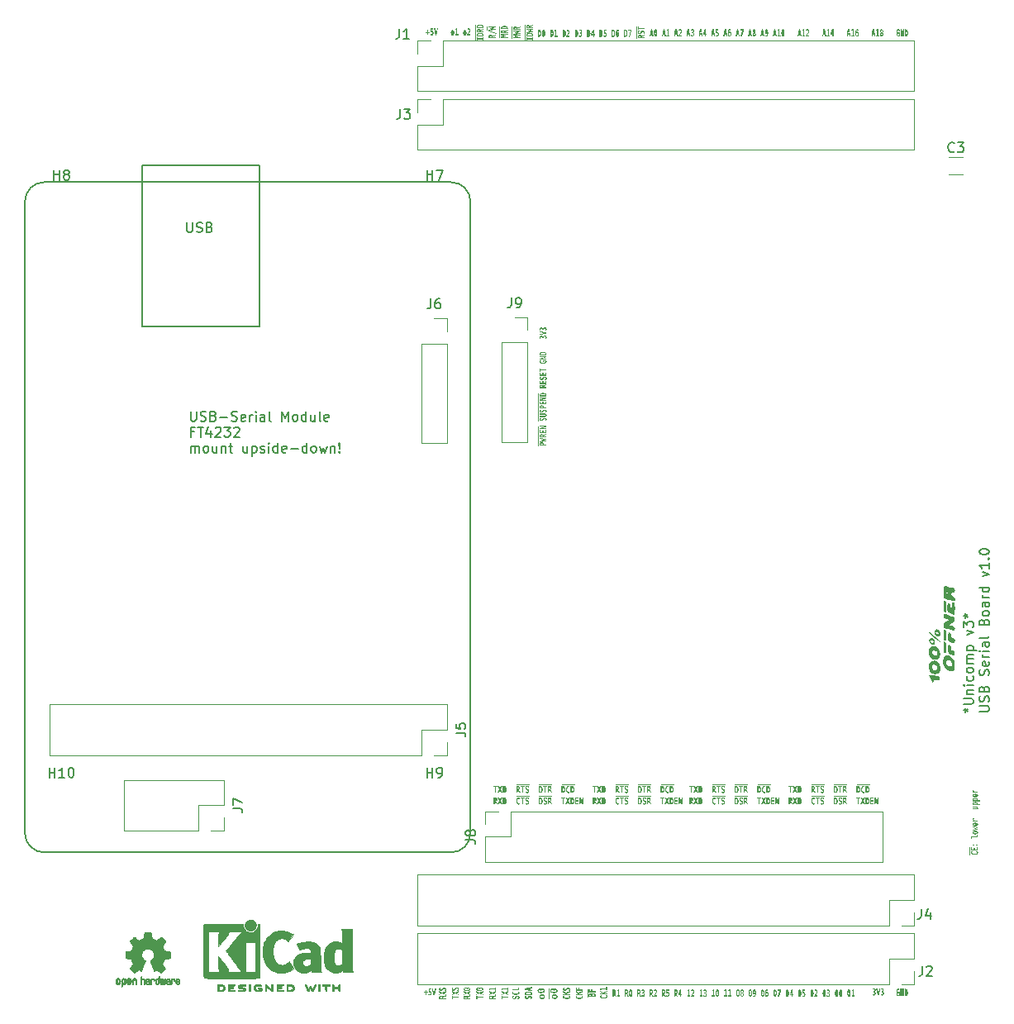
<source format=gbr>
%TF.GenerationSoftware,KiCad,Pcbnew,8.0.5-8.0.5-0~ubuntu22.04.1*%
%TF.CreationDate,2024-10-05T17:02:35+02:00*%
%TF.ProjectId,USB-Serial InputBoard,5553422d-5365-4726-9961-6c20496e7075,rev?*%
%TF.SameCoordinates,Original*%
%TF.FileFunction,Legend,Top*%
%TF.FilePolarity,Positive*%
%FSLAX46Y46*%
G04 Gerber Fmt 4.6, Leading zero omitted, Abs format (unit mm)*
G04 Created by KiCad (PCBNEW 8.0.5-8.0.5-0~ubuntu22.04.1) date 2024-10-05 17:02:35*
%MOMM*%
%LPD*%
G01*
G04 APERTURE LIST*
%ADD10C,0.150000*%
%ADD11C,0.100000*%
%ADD12C,0.120000*%
%ADD13C,0.010000*%
%ADD14C,0.000000*%
G04 APERTURE END LIST*
D10*
X50824214Y-132844214D02*
X50824214Y-68174214D01*
X94484214Y-66174214D02*
G75*
G02*
X96484186Y-68174214I-14J-1999986D01*
G01*
X52824214Y-66174214D02*
X94484214Y-66174214D01*
X94484214Y-134844214D02*
X52824214Y-134844214D01*
X62824214Y-64424214D02*
X74824214Y-64424214D01*
X74824214Y-80924214D01*
X62824214Y-80924214D01*
X62824214Y-64424214D01*
X52824214Y-134844214D02*
G75*
G02*
X50824186Y-132844214I-14J2000014D01*
G01*
X96484214Y-68174214D02*
X96484214Y-132844214D01*
X50824214Y-68174214D02*
G75*
G02*
X52824214Y-66174214I1999986J14D01*
G01*
X96484214Y-132844214D02*
G75*
G02*
X94484214Y-134844214I-2000015J15D01*
G01*
D11*
G36*
X99094682Y-128753000D02*
G01*
X98983185Y-128753000D01*
X98983185Y-128151185D01*
X98839986Y-128151185D01*
X98839986Y-128030822D01*
X99237882Y-128030822D01*
X99237882Y-128151185D01*
X99094682Y-128151185D01*
X99094682Y-128753000D01*
G37*
G36*
X99724841Y-128753000D02*
G01*
X99609583Y-128753000D01*
X99501982Y-128513983D01*
X99394649Y-128753000D01*
X99279391Y-128753000D01*
X99444890Y-128386269D01*
X99283958Y-128030822D01*
X99399217Y-128030822D01*
X99501982Y-128260606D01*
X99605016Y-128030822D01*
X99720274Y-128030822D01*
X99560148Y-128386269D01*
X99724841Y-128753000D01*
G37*
G36*
X99936853Y-128032142D02*
G01*
X99967783Y-128036101D01*
X99996296Y-128042699D01*
X100022390Y-128051937D01*
X100051607Y-128067196D01*
X100077047Y-128086579D01*
X100098708Y-128110085D01*
X100102587Y-128115281D01*
X100120118Y-128144243D01*
X100134678Y-128178447D01*
X100146266Y-128217893D01*
X100153397Y-128253225D01*
X100158627Y-128291913D01*
X100161955Y-128333955D01*
X100163381Y-128379353D01*
X100163440Y-128391227D01*
X100162905Y-128426286D01*
X100160528Y-128470105D01*
X100156250Y-128510580D01*
X100150069Y-128547710D01*
X100141987Y-128581495D01*
X100129210Y-128619023D01*
X100113462Y-128651325D01*
X100102587Y-128668198D01*
X100081681Y-128692628D01*
X100056998Y-128712918D01*
X100028536Y-128729066D01*
X99996296Y-128741074D01*
X99967783Y-128747699D01*
X99936853Y-128751674D01*
X99903505Y-128753000D01*
X99784082Y-128753000D01*
X99784082Y-128632637D01*
X99895579Y-128632637D01*
X99925804Y-128632637D01*
X99952789Y-128630010D01*
X99979190Y-128620578D01*
X100003231Y-128601766D01*
X100019569Y-128577755D01*
X100031793Y-128545517D01*
X100039625Y-128509437D01*
X100044209Y-128472663D01*
X100046528Y-128437896D01*
X100047483Y-128399380D01*
X100047510Y-128391227D01*
X100046828Y-128352216D01*
X100044782Y-128316929D01*
X100040525Y-128279498D01*
X100033076Y-128242606D01*
X100021288Y-128209379D01*
X100019569Y-128205896D01*
X100000855Y-128179449D01*
X99976149Y-128161657D01*
X99949156Y-128153109D01*
X99925804Y-128151185D01*
X99895579Y-128151185D01*
X99895579Y-128632637D01*
X99784082Y-128632637D01*
X99784082Y-128030822D01*
X99903505Y-128030822D01*
X99936853Y-128032142D01*
G37*
G36*
X101365586Y-128032029D02*
G01*
X101395093Y-128035647D01*
X101421602Y-128041679D01*
X101449457Y-128052102D01*
X101476498Y-128068652D01*
X101489312Y-128080233D01*
X101510058Y-128108817D01*
X101523348Y-128140191D01*
X101532101Y-128177506D01*
X101535991Y-128214217D01*
X101536732Y-128241115D01*
X101534960Y-128276560D01*
X101528732Y-128311862D01*
X101516553Y-128345408D01*
X101508387Y-128359939D01*
X101488245Y-128384052D01*
X101463249Y-128401253D01*
X101436603Y-128410823D01*
X101426847Y-128412769D01*
X101451800Y-128428137D01*
X101455728Y-128432773D01*
X101472187Y-128461939D01*
X101485685Y-128493980D01*
X101587778Y-128753000D01*
X101465400Y-128753000D01*
X101397293Y-128571258D01*
X101389368Y-128550058D01*
X101375813Y-128518281D01*
X101359078Y-128491522D01*
X101336293Y-128472408D01*
X101319111Y-128468505D01*
X101283647Y-128468505D01*
X101283647Y-128753000D01*
X101172150Y-128753000D01*
X101172150Y-128348143D01*
X101283647Y-128348143D01*
X101336172Y-128348143D01*
X101364508Y-128345435D01*
X101391712Y-128334159D01*
X101401592Y-128325233D01*
X101416503Y-128294757D01*
X101421299Y-128259106D01*
X101421473Y-128249493D01*
X101418715Y-128214102D01*
X101407511Y-128181765D01*
X101401861Y-128173924D01*
X101377659Y-128157603D01*
X101349924Y-128151740D01*
X101336172Y-128151185D01*
X101283647Y-128151185D01*
X101283647Y-128348143D01*
X101172150Y-128348143D01*
X101172150Y-128030822D01*
X101333082Y-128030822D01*
X101365586Y-128032029D01*
G37*
G36*
X101873774Y-128753000D02*
G01*
X101762278Y-128753000D01*
X101762278Y-128151185D01*
X101619078Y-128151185D01*
X101619078Y-128030822D01*
X102016974Y-128030822D01*
X102016974Y-128151185D01*
X101873774Y-128151185D01*
X101873774Y-128753000D01*
G37*
G36*
X102240908Y-128436534D02*
G01*
X102215915Y-128423665D01*
X102189431Y-128407957D01*
X102163367Y-128389266D01*
X102139955Y-128367425D01*
X102126859Y-128350707D01*
X102111132Y-128319475D01*
X102101959Y-128286198D01*
X102097503Y-128248026D01*
X102097037Y-128229489D01*
X102098761Y-128194289D01*
X102105129Y-128156944D01*
X102116190Y-128123608D01*
X102131943Y-128094281D01*
X102146069Y-128075787D01*
X102169334Y-128054003D01*
X102196108Y-128037570D01*
X102221852Y-128027742D01*
X102250173Y-128021846D01*
X102281074Y-128019880D01*
X102310273Y-128021443D01*
X102337005Y-128025621D01*
X102358853Y-128030993D01*
X102385540Y-128039789D01*
X102412038Y-128051130D01*
X102435960Y-128063648D01*
X102435960Y-128205896D01*
X102411159Y-128185616D01*
X102386072Y-128168973D01*
X102363017Y-128156998D01*
X102335405Y-128146788D01*
X102307983Y-128141290D01*
X102289806Y-128140243D01*
X102262124Y-128143128D01*
X102236515Y-128153787D01*
X102227743Y-128160759D01*
X102210973Y-128187576D01*
X102206250Y-128219573D01*
X102212961Y-128253976D01*
X102221833Y-128268471D01*
X102246080Y-128288816D01*
X102272646Y-128303994D01*
X102287388Y-128311213D01*
X102335479Y-128334123D01*
X102363501Y-128348943D01*
X102388090Y-128365726D01*
X102411989Y-128387311D01*
X102431404Y-128411460D01*
X102435557Y-128417898D01*
X102451077Y-128449298D01*
X102461518Y-128485025D01*
X102466534Y-128520416D01*
X102467663Y-128549203D01*
X102465887Y-128587800D01*
X102460560Y-128622549D01*
X102449857Y-128658229D01*
X102434319Y-128688672D01*
X102417154Y-128710599D01*
X102392646Y-128731384D01*
X102367711Y-128745136D01*
X102339148Y-128755138D01*
X102312575Y-128760608D01*
X102283483Y-128763473D01*
X102264819Y-128763942D01*
X102235973Y-128762305D01*
X102207063Y-128757396D01*
X102180727Y-128750093D01*
X102154652Y-128740152D01*
X102129155Y-128727640D01*
X102104235Y-128712556D01*
X102099321Y-128709231D01*
X102099321Y-128566984D01*
X102124174Y-128587246D01*
X102148559Y-128604370D01*
X102175106Y-128619718D01*
X102185563Y-128624772D01*
X102211582Y-128634690D01*
X102239991Y-128641356D01*
X102268178Y-128643579D01*
X102296482Y-128640309D01*
X102322867Y-128628229D01*
X102331986Y-128620327D01*
X102349013Y-128592416D01*
X102354666Y-128557787D01*
X102354689Y-128555187D01*
X102349337Y-128520603D01*
X102339509Y-128500135D01*
X102318248Y-128476591D01*
X102295716Y-128462692D01*
X102240908Y-128436534D01*
G37*
X101176910Y-127892000D02*
X102456456Y-127892000D01*
G36*
X103642309Y-128032142D02*
G01*
X103673239Y-128036101D01*
X103701751Y-128042699D01*
X103727846Y-128051937D01*
X103757063Y-128067196D01*
X103782503Y-128086579D01*
X103804164Y-128110085D01*
X103808043Y-128115281D01*
X103825574Y-128144243D01*
X103840133Y-128178447D01*
X103851722Y-128217893D01*
X103858853Y-128253225D01*
X103864082Y-128291913D01*
X103867410Y-128333955D01*
X103868836Y-128379353D01*
X103868896Y-128391227D01*
X103868361Y-128426286D01*
X103865984Y-128470105D01*
X103861705Y-128510580D01*
X103855525Y-128547710D01*
X103847443Y-128581495D01*
X103834666Y-128619023D01*
X103818918Y-128651325D01*
X103808043Y-128668198D01*
X103787137Y-128692628D01*
X103762453Y-128712918D01*
X103733991Y-128729066D01*
X103701751Y-128741074D01*
X103673239Y-128747699D01*
X103642309Y-128751674D01*
X103608960Y-128753000D01*
X103489538Y-128753000D01*
X103489538Y-128632637D01*
X103601035Y-128632637D01*
X103631260Y-128632637D01*
X103658245Y-128630010D01*
X103684646Y-128620578D01*
X103708686Y-128601766D01*
X103725025Y-128577755D01*
X103737249Y-128545517D01*
X103745080Y-128509437D01*
X103749664Y-128472663D01*
X103751984Y-128437896D01*
X103752939Y-128399380D01*
X103752966Y-128391227D01*
X103752284Y-128352216D01*
X103750237Y-128316929D01*
X103745981Y-128279498D01*
X103738531Y-128242606D01*
X103726744Y-128209379D01*
X103725025Y-128205896D01*
X103706311Y-128179449D01*
X103681604Y-128161657D01*
X103654612Y-128153109D01*
X103631260Y-128151185D01*
X103601035Y-128151185D01*
X103601035Y-128632637D01*
X103489538Y-128632637D01*
X103489538Y-128030822D01*
X103608960Y-128030822D01*
X103642309Y-128032142D01*
G37*
G36*
X104189684Y-128753000D02*
G01*
X104078188Y-128753000D01*
X104078188Y-128151185D01*
X103934988Y-128151185D01*
X103934988Y-128030822D01*
X104332884Y-128030822D01*
X104332884Y-128151185D01*
X104189684Y-128151185D01*
X104189684Y-128753000D01*
G37*
G36*
X104607861Y-128032029D02*
G01*
X104637367Y-128035647D01*
X104663877Y-128041679D01*
X104691731Y-128052102D01*
X104718772Y-128068652D01*
X104731586Y-128080233D01*
X104752332Y-128108817D01*
X104765623Y-128140191D01*
X104774375Y-128177506D01*
X104778265Y-128214217D01*
X104779006Y-128241115D01*
X104777234Y-128276560D01*
X104771006Y-128311862D01*
X104758827Y-128345408D01*
X104750661Y-128359939D01*
X104730519Y-128384052D01*
X104705523Y-128401253D01*
X104678877Y-128410823D01*
X104669121Y-128412769D01*
X104694074Y-128428137D01*
X104698003Y-128432773D01*
X104714461Y-128461939D01*
X104727959Y-128493980D01*
X104830053Y-128753000D01*
X104707675Y-128753000D01*
X104639568Y-128571258D01*
X104631642Y-128550058D01*
X104618087Y-128518281D01*
X104601352Y-128491522D01*
X104578568Y-128472408D01*
X104561385Y-128468505D01*
X104525921Y-128468505D01*
X104525921Y-128753000D01*
X104414425Y-128753000D01*
X104414425Y-128348143D01*
X104525921Y-128348143D01*
X104578446Y-128348143D01*
X104606783Y-128345435D01*
X104633986Y-128334159D01*
X104643866Y-128325233D01*
X104658777Y-128294757D01*
X104663573Y-128259106D01*
X104663748Y-128249493D01*
X104660990Y-128214102D01*
X104649785Y-128181765D01*
X104644135Y-128173924D01*
X104619933Y-128157603D01*
X104592199Y-128151740D01*
X104578446Y-128151185D01*
X104525921Y-128151185D01*
X104525921Y-128348143D01*
X104414425Y-128348143D01*
X104414425Y-128030822D01*
X104575356Y-128030822D01*
X104607861Y-128032029D01*
G37*
X103492820Y-127892000D02*
X104772366Y-127892000D01*
G36*
X105958219Y-128032142D02*
G01*
X105989149Y-128036101D01*
X106017661Y-128042699D01*
X106043756Y-128051937D01*
X106072973Y-128067196D01*
X106098413Y-128086579D01*
X106120074Y-128110085D01*
X106123953Y-128115281D01*
X106141484Y-128144243D01*
X106156043Y-128178447D01*
X106167632Y-128217893D01*
X106174763Y-128253225D01*
X106179992Y-128291913D01*
X106183320Y-128333955D01*
X106184746Y-128379353D01*
X106184806Y-128391227D01*
X106184271Y-128426286D01*
X106181894Y-128470105D01*
X106177615Y-128510580D01*
X106171435Y-128547710D01*
X106163353Y-128581495D01*
X106150576Y-128619023D01*
X106134828Y-128651325D01*
X106123953Y-128668198D01*
X106103047Y-128692628D01*
X106078363Y-128712918D01*
X106049901Y-128729066D01*
X106017661Y-128741074D01*
X105989149Y-128747699D01*
X105958219Y-128751674D01*
X105924870Y-128753000D01*
X105805448Y-128753000D01*
X105805448Y-128632637D01*
X105916945Y-128632637D01*
X105947170Y-128632637D01*
X105974155Y-128630010D01*
X106000556Y-128620578D01*
X106024596Y-128601766D01*
X106040935Y-128577755D01*
X106053159Y-128545517D01*
X106060990Y-128509437D01*
X106065574Y-128472663D01*
X106067894Y-128437896D01*
X106068849Y-128399380D01*
X106068876Y-128391227D01*
X106068194Y-128352216D01*
X106066147Y-128316929D01*
X106061891Y-128279498D01*
X106054441Y-128242606D01*
X106042654Y-128209379D01*
X106040935Y-128205896D01*
X106022221Y-128179449D01*
X105997514Y-128161657D01*
X105970522Y-128153109D01*
X105947170Y-128151185D01*
X105916945Y-128151185D01*
X105916945Y-128632637D01*
X105805448Y-128632637D01*
X105805448Y-128030822D01*
X105924870Y-128030822D01*
X105958219Y-128032142D01*
G37*
G36*
X106625286Y-128731115D02*
G01*
X106599886Y-128744699D01*
X106573305Y-128754677D01*
X106569672Y-128755735D01*
X106541790Y-128761625D01*
X106514542Y-128763869D01*
X106508550Y-128763942D01*
X106480881Y-128762448D01*
X106448669Y-128756382D01*
X106419093Y-128745648D01*
X106392154Y-128730249D01*
X106367852Y-128710182D01*
X106346187Y-128685449D01*
X106334454Y-128668369D01*
X106317155Y-128636424D01*
X106302788Y-128600322D01*
X106291353Y-128560062D01*
X106284317Y-128524861D01*
X106279156Y-128486999D01*
X106275872Y-128446477D01*
X106274465Y-128403293D01*
X106274406Y-128392082D01*
X106275345Y-128348153D01*
X106278159Y-128306896D01*
X106282851Y-128268310D01*
X106289418Y-128232396D01*
X106297862Y-128199153D01*
X106311056Y-128161356D01*
X106327182Y-128127733D01*
X106334454Y-128115452D01*
X106354537Y-128087919D01*
X106377257Y-128065053D01*
X106402613Y-128046853D01*
X106430607Y-128033320D01*
X106461237Y-128024453D01*
X106494505Y-128020253D01*
X106508550Y-128019880D01*
X106536128Y-128021451D01*
X106564535Y-128026620D01*
X106570075Y-128028087D01*
X106596925Y-128037584D01*
X106622063Y-128050687D01*
X106625286Y-128052706D01*
X106625286Y-128205896D01*
X106603971Y-128182951D01*
X106581434Y-128163900D01*
X106569537Y-128156143D01*
X106543840Y-128144731D01*
X106515584Y-128140259D01*
X106513789Y-128140243D01*
X106485100Y-128144207D01*
X106457301Y-128158145D01*
X106434242Y-128182117D01*
X106421502Y-128203673D01*
X106409358Y-128234369D01*
X106400197Y-128270955D01*
X106394719Y-128307003D01*
X106391432Y-128347379D01*
X106390367Y-128384331D01*
X106390336Y-128392082D01*
X106391097Y-128429492D01*
X106393380Y-128463929D01*
X106398128Y-128501332D01*
X106405067Y-128534454D01*
X106415932Y-128567689D01*
X106421502Y-128580149D01*
X106438957Y-128607899D01*
X106463069Y-128629641D01*
X106491921Y-128641349D01*
X106513789Y-128643579D01*
X106542100Y-128639646D01*
X106567848Y-128628817D01*
X106569537Y-128627849D01*
X106593497Y-128610468D01*
X106616345Y-128588116D01*
X106625286Y-128577926D01*
X106625286Y-128731115D01*
G37*
G36*
X106884583Y-128032142D02*
G01*
X106915513Y-128036101D01*
X106944026Y-128042699D01*
X106970120Y-128051937D01*
X106999337Y-128067196D01*
X107024777Y-128086579D01*
X107046438Y-128110085D01*
X107050317Y-128115281D01*
X107067848Y-128144243D01*
X107082408Y-128178447D01*
X107093996Y-128217893D01*
X107101127Y-128253225D01*
X107106357Y-128291913D01*
X107109685Y-128333955D01*
X107111111Y-128379353D01*
X107111170Y-128391227D01*
X107110635Y-128426286D01*
X107108258Y-128470105D01*
X107103980Y-128510580D01*
X107097799Y-128547710D01*
X107089717Y-128581495D01*
X107076940Y-128619023D01*
X107061192Y-128651325D01*
X107050317Y-128668198D01*
X107029411Y-128692628D01*
X107004728Y-128712918D01*
X106976266Y-128729066D01*
X106944026Y-128741074D01*
X106915513Y-128747699D01*
X106884583Y-128751674D01*
X106851235Y-128753000D01*
X106731812Y-128753000D01*
X106731812Y-128632637D01*
X106843309Y-128632637D01*
X106873534Y-128632637D01*
X106900519Y-128630010D01*
X106926920Y-128620578D01*
X106950961Y-128601766D01*
X106967299Y-128577755D01*
X106979523Y-128545517D01*
X106987355Y-128509437D01*
X106991939Y-128472663D01*
X106994258Y-128437896D01*
X106995213Y-128399380D01*
X106995240Y-128391227D01*
X106994558Y-128352216D01*
X106992512Y-128316929D01*
X106988255Y-128279498D01*
X106980806Y-128242606D01*
X106969018Y-128209379D01*
X106967299Y-128205896D01*
X106948585Y-128179449D01*
X106923879Y-128161657D01*
X106896886Y-128153109D01*
X106873534Y-128151185D01*
X106843309Y-128151185D01*
X106843309Y-128632637D01*
X106731812Y-128632637D01*
X106731812Y-128030822D01*
X106851235Y-128030822D01*
X106884583Y-128032142D01*
G37*
X105808730Y-127892000D02*
X107088276Y-127892000D01*
G36*
X99049676Y-129208029D02*
G01*
X99079183Y-129211647D01*
X99105692Y-129217679D01*
X99133547Y-129228102D01*
X99160588Y-129244652D01*
X99173402Y-129256233D01*
X99194148Y-129284817D01*
X99207438Y-129316191D01*
X99216191Y-129353506D01*
X99220081Y-129390217D01*
X99220822Y-129417115D01*
X99219050Y-129452560D01*
X99212822Y-129487862D01*
X99200643Y-129521408D01*
X99192477Y-129535939D01*
X99172335Y-129560052D01*
X99147339Y-129577253D01*
X99120693Y-129586823D01*
X99110937Y-129588769D01*
X99135890Y-129604137D01*
X99139818Y-129608773D01*
X99156277Y-129637939D01*
X99169775Y-129669980D01*
X99271868Y-129929000D01*
X99149490Y-129929000D01*
X99081383Y-129747258D01*
X99073458Y-129726058D01*
X99059903Y-129694281D01*
X99043168Y-129667522D01*
X99020383Y-129648408D01*
X99003201Y-129644505D01*
X98967737Y-129644505D01*
X98967737Y-129929000D01*
X98856240Y-129929000D01*
X98856240Y-129524143D01*
X98967737Y-129524143D01*
X99020262Y-129524143D01*
X99048598Y-129521435D01*
X99075802Y-129510159D01*
X99085682Y-129501233D01*
X99100593Y-129470757D01*
X99105389Y-129435106D01*
X99105563Y-129425493D01*
X99102805Y-129390102D01*
X99091601Y-129357765D01*
X99085951Y-129349924D01*
X99061749Y-129333603D01*
X99034014Y-129327740D01*
X99020262Y-129327185D01*
X98967737Y-129327185D01*
X98967737Y-129524143D01*
X98856240Y-129524143D01*
X98856240Y-129206822D01*
X99017172Y-129206822D01*
X99049676Y-129208029D01*
G37*
G36*
X99724841Y-129929000D02*
G01*
X99609583Y-129929000D01*
X99501982Y-129689983D01*
X99394649Y-129929000D01*
X99279391Y-129929000D01*
X99444890Y-129562269D01*
X99283958Y-129206822D01*
X99399217Y-129206822D01*
X99501982Y-129436606D01*
X99605016Y-129206822D01*
X99720274Y-129206822D01*
X99560148Y-129562269D01*
X99724841Y-129929000D01*
G37*
G36*
X99936853Y-129208142D02*
G01*
X99967783Y-129212101D01*
X99996296Y-129218699D01*
X100022390Y-129227937D01*
X100051607Y-129243196D01*
X100077047Y-129262579D01*
X100098708Y-129286085D01*
X100102587Y-129291281D01*
X100120118Y-129320243D01*
X100134678Y-129354447D01*
X100146266Y-129393893D01*
X100153397Y-129429225D01*
X100158627Y-129467913D01*
X100161955Y-129509955D01*
X100163381Y-129555353D01*
X100163440Y-129567227D01*
X100162905Y-129602286D01*
X100160528Y-129646105D01*
X100156250Y-129686580D01*
X100150069Y-129723710D01*
X100141987Y-129757495D01*
X100129210Y-129795023D01*
X100113462Y-129827325D01*
X100102587Y-129844198D01*
X100081681Y-129868628D01*
X100056998Y-129888918D01*
X100028536Y-129905066D01*
X99996296Y-129917074D01*
X99967783Y-129923699D01*
X99936853Y-129927674D01*
X99903505Y-129929000D01*
X99784082Y-129929000D01*
X99784082Y-129808637D01*
X99895579Y-129808637D01*
X99925804Y-129808637D01*
X99952789Y-129806010D01*
X99979190Y-129796578D01*
X100003231Y-129777766D01*
X100019569Y-129753755D01*
X100031793Y-129721517D01*
X100039625Y-129685437D01*
X100044209Y-129648663D01*
X100046528Y-129613896D01*
X100047483Y-129575380D01*
X100047510Y-129567227D01*
X100046828Y-129528216D01*
X100044782Y-129492929D01*
X100040525Y-129455498D01*
X100033076Y-129418606D01*
X100021288Y-129385379D01*
X100019569Y-129381896D01*
X100000855Y-129355449D01*
X99976149Y-129337657D01*
X99949156Y-129329109D01*
X99925804Y-129327185D01*
X99895579Y-129327185D01*
X99895579Y-129808637D01*
X99784082Y-129808637D01*
X99784082Y-129206822D01*
X99903505Y-129206822D01*
X99936853Y-129208142D01*
G37*
G36*
X101530284Y-129907115D02*
G01*
X101504883Y-129920699D01*
X101478303Y-129930677D01*
X101474669Y-129931735D01*
X101446788Y-129937625D01*
X101419540Y-129939869D01*
X101413548Y-129939942D01*
X101385879Y-129938448D01*
X101353667Y-129932382D01*
X101324091Y-129921648D01*
X101297152Y-129906249D01*
X101272850Y-129886182D01*
X101251185Y-129861449D01*
X101239451Y-129844369D01*
X101222153Y-129812424D01*
X101207786Y-129776322D01*
X101196351Y-129736062D01*
X101189314Y-129700861D01*
X101184154Y-129662999D01*
X101180870Y-129622477D01*
X101179463Y-129579293D01*
X101179404Y-129568082D01*
X101180343Y-129524153D01*
X101183157Y-129482896D01*
X101187848Y-129444310D01*
X101194416Y-129408396D01*
X101202860Y-129375153D01*
X101216054Y-129337356D01*
X101232180Y-129303733D01*
X101239451Y-129291452D01*
X101259535Y-129263919D01*
X101282254Y-129241053D01*
X101307611Y-129222853D01*
X101335605Y-129209320D01*
X101366235Y-129200453D01*
X101399502Y-129196253D01*
X101413548Y-129195880D01*
X101441126Y-129197451D01*
X101469533Y-129202620D01*
X101475072Y-129204087D01*
X101501923Y-129213584D01*
X101527061Y-129226687D01*
X101530284Y-129228706D01*
X101530284Y-129381896D01*
X101508969Y-129358951D01*
X101486432Y-129339900D01*
X101474535Y-129332143D01*
X101448838Y-129320731D01*
X101420582Y-129316259D01*
X101418787Y-129316243D01*
X101390098Y-129320207D01*
X101362299Y-129334145D01*
X101339240Y-129358117D01*
X101326500Y-129379673D01*
X101314356Y-129410369D01*
X101305195Y-129446955D01*
X101299717Y-129483003D01*
X101296430Y-129523379D01*
X101295365Y-129560331D01*
X101295334Y-129568082D01*
X101296095Y-129605492D01*
X101298378Y-129639929D01*
X101303125Y-129677332D01*
X101310065Y-129710454D01*
X101320930Y-129743689D01*
X101326500Y-129756149D01*
X101343954Y-129783899D01*
X101368067Y-129805641D01*
X101396919Y-129817349D01*
X101418787Y-129819579D01*
X101447097Y-129815646D01*
X101472846Y-129804817D01*
X101474535Y-129803849D01*
X101498495Y-129786468D01*
X101521343Y-129764116D01*
X101530284Y-129753926D01*
X101530284Y-129907115D01*
G37*
G36*
X101873774Y-129929000D02*
G01*
X101762278Y-129929000D01*
X101762278Y-129327185D01*
X101619078Y-129327185D01*
X101619078Y-129206822D01*
X102016974Y-129206822D01*
X102016974Y-129327185D01*
X101873774Y-129327185D01*
X101873774Y-129929000D01*
G37*
G36*
X102240908Y-129612534D02*
G01*
X102215915Y-129599665D01*
X102189431Y-129583957D01*
X102163367Y-129565266D01*
X102139955Y-129543425D01*
X102126859Y-129526707D01*
X102111132Y-129495475D01*
X102101959Y-129462198D01*
X102097503Y-129424026D01*
X102097037Y-129405489D01*
X102098761Y-129370289D01*
X102105129Y-129332944D01*
X102116190Y-129299608D01*
X102131943Y-129270281D01*
X102146069Y-129251787D01*
X102169334Y-129230003D01*
X102196108Y-129213570D01*
X102221852Y-129203742D01*
X102250173Y-129197846D01*
X102281074Y-129195880D01*
X102310273Y-129197443D01*
X102337005Y-129201621D01*
X102358853Y-129206993D01*
X102385540Y-129215789D01*
X102412038Y-129227130D01*
X102435960Y-129239648D01*
X102435960Y-129381896D01*
X102411159Y-129361616D01*
X102386072Y-129344973D01*
X102363017Y-129332998D01*
X102335405Y-129322788D01*
X102307983Y-129317290D01*
X102289806Y-129316243D01*
X102262124Y-129319128D01*
X102236515Y-129329787D01*
X102227743Y-129336759D01*
X102210973Y-129363576D01*
X102206250Y-129395573D01*
X102212961Y-129429976D01*
X102221833Y-129444471D01*
X102246080Y-129464816D01*
X102272646Y-129479994D01*
X102287388Y-129487213D01*
X102335479Y-129510123D01*
X102363501Y-129524943D01*
X102388090Y-129541726D01*
X102411989Y-129563311D01*
X102431404Y-129587460D01*
X102435557Y-129593898D01*
X102451077Y-129625298D01*
X102461518Y-129661025D01*
X102466534Y-129696416D01*
X102467663Y-129725203D01*
X102465887Y-129763800D01*
X102460560Y-129798549D01*
X102449857Y-129834229D01*
X102434319Y-129864672D01*
X102417154Y-129886599D01*
X102392646Y-129907384D01*
X102367711Y-129921136D01*
X102339148Y-129931138D01*
X102312575Y-129936608D01*
X102283483Y-129939473D01*
X102264819Y-129939942D01*
X102235973Y-129938305D01*
X102207063Y-129933396D01*
X102180727Y-129926093D01*
X102154652Y-129916152D01*
X102129155Y-129903640D01*
X102104235Y-129888556D01*
X102099321Y-129885231D01*
X102099321Y-129742984D01*
X102124174Y-129763246D01*
X102148559Y-129780370D01*
X102175106Y-129795718D01*
X102185563Y-129800772D01*
X102211582Y-129810690D01*
X102239991Y-129817356D01*
X102268178Y-129819579D01*
X102296482Y-129816309D01*
X102322867Y-129804229D01*
X102331986Y-129796327D01*
X102349013Y-129768416D01*
X102354666Y-129733787D01*
X102354689Y-129731187D01*
X102349337Y-129696603D01*
X102339509Y-129676135D01*
X102318248Y-129652591D01*
X102295716Y-129638692D01*
X102240908Y-129612534D01*
G37*
X101176910Y-129068000D02*
X102456456Y-129068000D01*
G36*
X103642309Y-129208142D02*
G01*
X103673239Y-129212101D01*
X103701751Y-129218699D01*
X103727846Y-129227937D01*
X103757063Y-129243196D01*
X103782503Y-129262579D01*
X103804164Y-129286085D01*
X103808043Y-129291281D01*
X103825574Y-129320243D01*
X103840133Y-129354447D01*
X103851722Y-129393893D01*
X103858853Y-129429225D01*
X103864082Y-129467913D01*
X103867410Y-129509955D01*
X103868836Y-129555353D01*
X103868896Y-129567227D01*
X103868361Y-129602286D01*
X103865984Y-129646105D01*
X103861705Y-129686580D01*
X103855525Y-129723710D01*
X103847443Y-129757495D01*
X103834666Y-129795023D01*
X103818918Y-129827325D01*
X103808043Y-129844198D01*
X103787137Y-129868628D01*
X103762453Y-129888918D01*
X103733991Y-129905066D01*
X103701751Y-129917074D01*
X103673239Y-129923699D01*
X103642309Y-129927674D01*
X103608960Y-129929000D01*
X103489538Y-129929000D01*
X103489538Y-129808637D01*
X103601035Y-129808637D01*
X103631260Y-129808637D01*
X103658245Y-129806010D01*
X103684646Y-129796578D01*
X103708686Y-129777766D01*
X103725025Y-129753755D01*
X103737249Y-129721517D01*
X103745080Y-129685437D01*
X103749664Y-129648663D01*
X103751984Y-129613896D01*
X103752939Y-129575380D01*
X103752966Y-129567227D01*
X103752284Y-129528216D01*
X103750237Y-129492929D01*
X103745981Y-129455498D01*
X103738531Y-129418606D01*
X103726744Y-129385379D01*
X103725025Y-129381896D01*
X103706311Y-129355449D01*
X103681604Y-129337657D01*
X103654612Y-129329109D01*
X103631260Y-129327185D01*
X103601035Y-129327185D01*
X103601035Y-129808637D01*
X103489538Y-129808637D01*
X103489538Y-129206822D01*
X103608960Y-129206822D01*
X103642309Y-129208142D01*
G37*
G36*
X104093636Y-129612534D02*
G01*
X104068643Y-129599665D01*
X104042159Y-129583957D01*
X104016095Y-129565266D01*
X103992683Y-129543425D01*
X103979587Y-129526707D01*
X103963860Y-129495475D01*
X103954687Y-129462198D01*
X103950231Y-129424026D01*
X103949765Y-129405489D01*
X103951488Y-129370289D01*
X103957857Y-129332944D01*
X103968918Y-129299608D01*
X103984671Y-129270281D01*
X103998796Y-129251787D01*
X104022061Y-129230003D01*
X104048836Y-129213570D01*
X104074579Y-129203742D01*
X104102901Y-129197846D01*
X104133802Y-129195880D01*
X104163000Y-129197443D01*
X104189733Y-129201621D01*
X104211581Y-129206993D01*
X104238268Y-129215789D01*
X104264765Y-129227130D01*
X104288688Y-129239648D01*
X104288688Y-129381896D01*
X104263887Y-129361616D01*
X104238800Y-129344973D01*
X104215745Y-129332998D01*
X104188133Y-129322788D01*
X104160710Y-129317290D01*
X104142533Y-129316243D01*
X104114852Y-129319128D01*
X104089243Y-129329787D01*
X104080471Y-129336759D01*
X104063701Y-129363576D01*
X104058978Y-129395573D01*
X104065689Y-129429976D01*
X104074561Y-129444471D01*
X104098808Y-129464816D01*
X104125374Y-129479994D01*
X104140115Y-129487213D01*
X104188207Y-129510123D01*
X104216229Y-129524943D01*
X104240818Y-129541726D01*
X104264717Y-129563311D01*
X104284132Y-129587460D01*
X104288285Y-129593898D01*
X104303805Y-129625298D01*
X104314246Y-129661025D01*
X104319262Y-129696416D01*
X104320391Y-129725203D01*
X104318615Y-129763800D01*
X104313288Y-129798549D01*
X104302584Y-129834229D01*
X104287047Y-129864672D01*
X104269882Y-129886599D01*
X104245374Y-129907384D01*
X104220438Y-129921136D01*
X104191876Y-129931138D01*
X104165303Y-129936608D01*
X104136211Y-129939473D01*
X104117547Y-129939942D01*
X104088701Y-129938305D01*
X104059791Y-129933396D01*
X104033455Y-129926093D01*
X104007380Y-129916152D01*
X103981883Y-129903640D01*
X103956963Y-129888556D01*
X103952048Y-129885231D01*
X103952048Y-129742984D01*
X103976901Y-129763246D01*
X104001287Y-129780370D01*
X104027834Y-129795718D01*
X104038291Y-129800772D01*
X104064310Y-129810690D01*
X104092719Y-129817356D01*
X104120906Y-129819579D01*
X104149210Y-129816309D01*
X104175595Y-129804229D01*
X104184714Y-129796327D01*
X104201741Y-129768416D01*
X104207394Y-129733787D01*
X104207416Y-129731187D01*
X104202065Y-129696603D01*
X104192237Y-129676135D01*
X104170975Y-129652591D01*
X104148444Y-129638692D01*
X104093636Y-129612534D01*
G37*
G36*
X104607861Y-129208029D02*
G01*
X104637367Y-129211647D01*
X104663877Y-129217679D01*
X104691731Y-129228102D01*
X104718772Y-129244652D01*
X104731586Y-129256233D01*
X104752332Y-129284817D01*
X104765623Y-129316191D01*
X104774375Y-129353506D01*
X104778265Y-129390217D01*
X104779006Y-129417115D01*
X104777234Y-129452560D01*
X104771006Y-129487862D01*
X104758827Y-129521408D01*
X104750661Y-129535939D01*
X104730519Y-129560052D01*
X104705523Y-129577253D01*
X104678877Y-129586823D01*
X104669121Y-129588769D01*
X104694074Y-129604137D01*
X104698003Y-129608773D01*
X104714461Y-129637939D01*
X104727959Y-129669980D01*
X104830053Y-129929000D01*
X104707675Y-129929000D01*
X104639568Y-129747258D01*
X104631642Y-129726058D01*
X104618087Y-129694281D01*
X104601352Y-129667522D01*
X104578568Y-129648408D01*
X104561385Y-129644505D01*
X104525921Y-129644505D01*
X104525921Y-129929000D01*
X104414425Y-129929000D01*
X104414425Y-129524143D01*
X104525921Y-129524143D01*
X104578446Y-129524143D01*
X104606783Y-129521435D01*
X104633986Y-129510159D01*
X104643866Y-129501233D01*
X104658777Y-129470757D01*
X104663573Y-129435106D01*
X104663748Y-129425493D01*
X104660990Y-129390102D01*
X104649785Y-129357765D01*
X104644135Y-129349924D01*
X104619933Y-129333603D01*
X104592199Y-129327740D01*
X104578446Y-129327185D01*
X104525921Y-129327185D01*
X104525921Y-129524143D01*
X104414425Y-129524143D01*
X104414425Y-129206822D01*
X104575356Y-129206822D01*
X104607861Y-129208029D01*
G37*
X103492820Y-129068000D02*
X104772366Y-129068000D01*
G36*
X106042413Y-129929000D02*
G01*
X105930916Y-129929000D01*
X105930916Y-129327185D01*
X105787716Y-129327185D01*
X105787716Y-129206822D01*
X106185612Y-129206822D01*
X106185612Y-129327185D01*
X106042413Y-129327185D01*
X106042413Y-129929000D01*
G37*
G36*
X106672571Y-129929000D02*
G01*
X106557313Y-129929000D01*
X106449712Y-129689983D01*
X106342379Y-129929000D01*
X106227121Y-129929000D01*
X106392620Y-129562269D01*
X106231689Y-129206822D01*
X106346947Y-129206822D01*
X106449712Y-129436606D01*
X106552746Y-129206822D01*
X106668004Y-129206822D01*
X106507878Y-129562269D01*
X106672571Y-129929000D01*
G37*
G36*
X106884583Y-129208142D02*
G01*
X106915514Y-129212101D01*
X106944026Y-129218699D01*
X106970120Y-129227937D01*
X106999338Y-129243196D01*
X107024777Y-129262579D01*
X107046438Y-129286085D01*
X107050317Y-129291281D01*
X107067848Y-129320243D01*
X107082408Y-129354447D01*
X107093996Y-129393893D01*
X107101127Y-129429225D01*
X107106357Y-129467913D01*
X107109685Y-129509955D01*
X107111111Y-129555353D01*
X107111170Y-129567227D01*
X107110636Y-129602286D01*
X107108259Y-129646105D01*
X107103980Y-129686580D01*
X107097799Y-129723710D01*
X107089717Y-129757495D01*
X107076941Y-129795023D01*
X107061192Y-129827325D01*
X107050317Y-129844198D01*
X107029412Y-129868628D01*
X107004728Y-129888918D01*
X106976266Y-129905066D01*
X106944026Y-129917074D01*
X106915514Y-129923699D01*
X106884583Y-129927674D01*
X106851235Y-129929000D01*
X106731812Y-129929000D01*
X106731812Y-129808637D01*
X106843309Y-129808637D01*
X106873534Y-129808637D01*
X106900519Y-129806010D01*
X106926920Y-129796578D01*
X106950961Y-129777766D01*
X106967299Y-129753755D01*
X106979524Y-129721517D01*
X106987355Y-129685437D01*
X106991939Y-129648663D01*
X106994258Y-129613896D01*
X106995213Y-129575380D01*
X106995241Y-129567227D01*
X106994558Y-129528216D01*
X106992512Y-129492929D01*
X106988255Y-129455498D01*
X106980806Y-129418606D01*
X106969018Y-129385379D01*
X106967299Y-129381896D01*
X106948586Y-129355449D01*
X106923879Y-129337657D01*
X106896886Y-129329109D01*
X106873534Y-129327185D01*
X106843309Y-129327185D01*
X106843309Y-129808637D01*
X106731812Y-129808637D01*
X106731812Y-129206822D01*
X106851235Y-129206822D01*
X106884583Y-129208142D01*
G37*
G36*
X107558098Y-129929000D02*
G01*
X107206816Y-129929000D01*
X107206816Y-129206822D01*
X107558098Y-129206822D01*
X107558098Y-129327185D01*
X107318178Y-129327185D01*
X107318178Y-129480374D01*
X107535396Y-129480374D01*
X107535396Y-129600737D01*
X107318178Y-129600737D01*
X107318178Y-129808637D01*
X107558098Y-129808637D01*
X107558098Y-129929000D01*
G37*
G36*
X107651460Y-129206822D02*
G01*
X107771151Y-129206822D01*
X107928322Y-129731700D01*
X107928322Y-129206822D01*
X108026654Y-129206822D01*
X108026654Y-129929000D01*
X107907634Y-129929000D01*
X107749658Y-129404122D01*
X107749658Y-129929000D01*
X107651460Y-129929000D01*
X107651460Y-129206822D01*
G37*
G36*
X103812607Y-92825172D02*
G01*
X103850931Y-92829534D01*
X103884627Y-92837167D01*
X103918089Y-92850208D01*
X103945252Y-92867701D01*
X103948618Y-92870564D01*
X103969203Y-92893772D01*
X103982823Y-92918204D01*
X103992729Y-92946826D01*
X103998146Y-92973879D01*
X104000983Y-93003841D01*
X104001448Y-93023216D01*
X104001448Y-93061073D01*
X104275000Y-93061073D01*
X104275000Y-93162312D01*
X103552822Y-93162312D01*
X103552822Y-93023216D01*
X103552944Y-93019430D01*
X103673185Y-93019430D01*
X103673185Y-93061073D01*
X103881085Y-93061073D01*
X103881085Y-93019430D01*
X103879245Y-92993760D01*
X103872002Y-92968788D01*
X103857833Y-92949577D01*
X103828521Y-92935113D01*
X103794252Y-92929919D01*
X103777135Y-92929427D01*
X103741681Y-92931808D01*
X103708246Y-92941725D01*
X103696437Y-92949577D01*
X103680542Y-92972804D01*
X103674298Y-92999057D01*
X103673185Y-93019430D01*
X103552944Y-93019430D01*
X103553648Y-92997616D01*
X103557001Y-92968235D01*
X103562934Y-92941765D01*
X103573459Y-92913841D01*
X103587698Y-92890107D01*
X103605652Y-92870564D01*
X103631915Y-92852434D01*
X103664477Y-92838758D01*
X103697401Y-92830579D01*
X103734954Y-92825672D01*
X103769783Y-92824081D01*
X103777135Y-92824036D01*
X103812607Y-92825172D01*
G37*
G36*
X103552822Y-92796925D02*
G01*
X103552822Y-92708265D01*
X104082487Y-92671506D01*
X103738838Y-92627298D01*
X103738838Y-92543157D01*
X104082487Y-92491621D01*
X103552822Y-92462678D01*
X103552822Y-92373408D01*
X104275000Y-92432515D01*
X104275000Y-92526914D01*
X103894933Y-92585288D01*
X104275000Y-92639999D01*
X104275000Y-92733666D01*
X103552822Y-92796925D01*
G37*
G36*
X104275000Y-92063586D02*
G01*
X104093258Y-92125501D01*
X104072058Y-92132706D01*
X104040281Y-92145029D01*
X104013522Y-92160243D01*
X103994408Y-92180956D01*
X103990505Y-92196576D01*
X103990505Y-92228816D01*
X104275000Y-92228816D01*
X104275000Y-92330177D01*
X103552822Y-92330177D01*
X103552822Y-92183875D01*
X103552937Y-92181066D01*
X103673185Y-92181066D01*
X103673185Y-92228816D01*
X103870143Y-92228816D01*
X103870143Y-92181066D01*
X103867435Y-92155306D01*
X103856159Y-92130575D01*
X103847233Y-92121593D01*
X103816757Y-92108038D01*
X103781106Y-92103678D01*
X103771493Y-92103519D01*
X103736102Y-92106027D01*
X103703765Y-92116213D01*
X103695924Y-92121349D01*
X103679603Y-92143351D01*
X103673740Y-92168564D01*
X103673185Y-92181066D01*
X103552937Y-92181066D01*
X103554029Y-92154326D01*
X103557647Y-92127501D01*
X103563679Y-92103402D01*
X103574102Y-92078080D01*
X103590652Y-92053497D01*
X103602233Y-92041848D01*
X103630817Y-92022988D01*
X103662191Y-92010906D01*
X103699506Y-92002949D01*
X103736217Y-91999413D01*
X103763115Y-91998739D01*
X103798560Y-92000350D01*
X103833862Y-92006012D01*
X103867408Y-92017084D01*
X103881939Y-92024507D01*
X103906052Y-92042818D01*
X103923253Y-92065542D01*
X103932823Y-92089766D01*
X103934769Y-92098635D01*
X103950137Y-92075950D01*
X103954773Y-92072378D01*
X103983939Y-92057417D01*
X104015980Y-92045145D01*
X104275000Y-91952333D01*
X104275000Y-92063586D01*
G37*
G36*
X104275000Y-91577665D02*
G01*
X104275000Y-91897012D01*
X103552822Y-91897012D01*
X103552822Y-91577665D01*
X103673185Y-91577665D01*
X103673185Y-91795773D01*
X103826374Y-91795773D01*
X103826374Y-91598303D01*
X103946737Y-91598303D01*
X103946737Y-91795773D01*
X104154637Y-91795773D01*
X104154637Y-91577665D01*
X104275000Y-91577665D01*
G37*
G36*
X103552822Y-91492790D02*
G01*
X103552822Y-91383980D01*
X104077700Y-91241098D01*
X103552822Y-91241098D01*
X103552822Y-91151705D01*
X104275000Y-91151705D01*
X104275000Y-91259905D01*
X103750122Y-91403519D01*
X104275000Y-91403519D01*
X104275000Y-91492790D01*
X103552822Y-91492790D01*
G37*
X103414000Y-93168000D02*
X103414000Y-91162627D01*
G36*
X103958534Y-90516430D02*
G01*
X103945665Y-90539151D01*
X103929957Y-90563228D01*
X103911266Y-90586923D01*
X103889425Y-90608206D01*
X103872707Y-90620111D01*
X103841475Y-90634408D01*
X103808198Y-90642748D01*
X103770026Y-90646799D01*
X103751489Y-90647222D01*
X103716289Y-90645655D01*
X103678944Y-90639866D01*
X103645608Y-90629811D01*
X103616281Y-90615489D01*
X103597787Y-90602648D01*
X103576003Y-90581498D01*
X103559570Y-90557157D01*
X103549742Y-90533754D01*
X103543846Y-90508007D01*
X103541880Y-90479916D01*
X103543443Y-90453372D01*
X103547621Y-90429070D01*
X103552993Y-90409208D01*
X103561789Y-90384946D01*
X103573130Y-90360858D01*
X103585648Y-90339110D01*
X103727896Y-90339110D01*
X103707616Y-90361657D01*
X103690973Y-90384463D01*
X103678998Y-90405422D01*
X103668788Y-90430524D01*
X103663290Y-90455454D01*
X103662243Y-90471978D01*
X103665128Y-90497143D01*
X103675787Y-90520424D01*
X103682759Y-90528398D01*
X103709576Y-90543644D01*
X103741573Y-90547938D01*
X103775976Y-90541837D01*
X103790471Y-90533772D01*
X103810816Y-90511729D01*
X103825994Y-90487578D01*
X103833213Y-90474176D01*
X103856123Y-90430457D01*
X103870943Y-90404983D01*
X103887726Y-90382629D01*
X103909311Y-90360903D01*
X103933460Y-90343252D01*
X103939898Y-90339476D01*
X103971298Y-90325367D01*
X104007025Y-90315876D01*
X104042416Y-90311316D01*
X104071203Y-90310289D01*
X104109800Y-90311904D01*
X104144549Y-90316747D01*
X104180229Y-90326477D01*
X104210672Y-90340602D01*
X104232599Y-90356207D01*
X104253384Y-90378487D01*
X104267136Y-90401155D01*
X104277138Y-90427121D01*
X104282608Y-90451279D01*
X104285473Y-90477726D01*
X104285942Y-90494693D01*
X104284305Y-90520917D01*
X104279396Y-90547198D01*
X104272093Y-90571141D01*
X104262152Y-90594845D01*
X104249640Y-90618024D01*
X104234556Y-90640678D01*
X104231231Y-90645146D01*
X104088984Y-90645146D01*
X104109246Y-90622553D01*
X104126370Y-90600384D01*
X104141718Y-90576251D01*
X104146772Y-90566744D01*
X104156690Y-90543091D01*
X104163356Y-90517264D01*
X104165579Y-90491640D01*
X104162309Y-90465908D01*
X104150229Y-90441922D01*
X104142327Y-90433632D01*
X104114416Y-90418153D01*
X104079787Y-90413014D01*
X104077187Y-90412994D01*
X104042603Y-90417858D01*
X104022135Y-90426793D01*
X103998591Y-90446122D01*
X103984692Y-90466605D01*
X103958534Y-90516430D01*
G37*
G36*
X104012732Y-90234086D02*
G01*
X103552822Y-90234086D01*
X103552822Y-90132725D01*
X104048806Y-90132725D01*
X104083632Y-90130416D01*
X104117600Y-90121734D01*
X104134633Y-90113185D01*
X104155787Y-90093106D01*
X104164823Y-90069313D01*
X104165579Y-90058841D01*
X104160471Y-90033240D01*
X104143548Y-90011214D01*
X104134633Y-90004742D01*
X104102890Y-89991301D01*
X104068493Y-89985771D01*
X104048806Y-89985080D01*
X103552822Y-89985080D01*
X103552822Y-89883719D01*
X104012732Y-89883719D01*
X104047326Y-89884370D01*
X104087129Y-89887013D01*
X104123107Y-89891690D01*
X104161235Y-89899986D01*
X104193857Y-89911210D01*
X104220973Y-89925363D01*
X104246288Y-89945948D01*
X104263038Y-89967443D01*
X104275219Y-89992493D01*
X104282833Y-90021098D01*
X104285688Y-90047651D01*
X104285942Y-90058964D01*
X104284355Y-90086404D01*
X104279597Y-90111407D01*
X104269699Y-90138190D01*
X104255234Y-90161461D01*
X104232584Y-90184172D01*
X104220973Y-90192442D01*
X104188802Y-90208669D01*
X104155263Y-90219405D01*
X104116217Y-90227213D01*
X104079474Y-90231483D01*
X104038907Y-90233720D01*
X104012732Y-90234086D01*
G37*
G36*
X103958534Y-89674281D02*
G01*
X103945665Y-89697002D01*
X103929957Y-89721079D01*
X103911266Y-89744773D01*
X103889425Y-89766057D01*
X103872707Y-89777962D01*
X103841475Y-89792259D01*
X103808198Y-89800599D01*
X103770026Y-89804649D01*
X103751489Y-89805073D01*
X103716289Y-89803506D01*
X103678944Y-89797717D01*
X103645608Y-89787661D01*
X103616281Y-89773340D01*
X103597787Y-89760499D01*
X103576003Y-89739349D01*
X103559570Y-89715008D01*
X103549742Y-89691605D01*
X103543846Y-89665858D01*
X103541880Y-89637767D01*
X103543443Y-89611222D01*
X103547621Y-89586920D01*
X103552993Y-89567058D01*
X103561789Y-89542797D01*
X103573130Y-89518709D01*
X103585648Y-89496961D01*
X103727896Y-89496961D01*
X103707616Y-89519508D01*
X103690973Y-89542314D01*
X103678998Y-89563273D01*
X103668788Y-89588374D01*
X103663290Y-89613304D01*
X103662243Y-89629829D01*
X103665128Y-89654993D01*
X103675787Y-89678275D01*
X103682759Y-89686249D01*
X103709576Y-89701495D01*
X103741573Y-89705788D01*
X103775976Y-89699688D01*
X103790471Y-89691622D01*
X103810816Y-89669579D01*
X103825994Y-89645428D01*
X103833213Y-89632027D01*
X103856123Y-89588308D01*
X103870943Y-89562833D01*
X103887726Y-89540479D01*
X103909311Y-89518753D01*
X103933460Y-89501103D01*
X103939898Y-89497327D01*
X103971298Y-89483218D01*
X104007025Y-89473727D01*
X104042416Y-89469166D01*
X104071203Y-89468140D01*
X104109800Y-89469754D01*
X104144549Y-89474597D01*
X104180229Y-89484328D01*
X104210672Y-89498453D01*
X104232599Y-89514058D01*
X104253384Y-89536337D01*
X104267136Y-89559006D01*
X104277138Y-89584972D01*
X104282608Y-89609129D01*
X104285473Y-89635576D01*
X104285942Y-89652543D01*
X104284305Y-89678767D01*
X104279396Y-89705049D01*
X104272093Y-89728991D01*
X104262152Y-89752695D01*
X104249640Y-89775875D01*
X104234556Y-89798529D01*
X104231231Y-89802997D01*
X104088984Y-89802997D01*
X104109246Y-89780403D01*
X104126370Y-89758235D01*
X104141718Y-89734101D01*
X104146772Y-89724595D01*
X104156690Y-89700941D01*
X104163356Y-89675115D01*
X104165579Y-89649490D01*
X104162309Y-89623759D01*
X104150229Y-89599773D01*
X104142327Y-89591483D01*
X104114416Y-89576004D01*
X104079787Y-89570864D01*
X104077187Y-89570844D01*
X104042603Y-89575709D01*
X104022135Y-89584644D01*
X103998591Y-89603972D01*
X103984692Y-89624456D01*
X103958534Y-89674281D01*
G37*
G36*
X103812607Y-89035501D02*
G01*
X103850931Y-89039863D01*
X103884627Y-89047496D01*
X103918089Y-89060537D01*
X103945252Y-89078030D01*
X103948618Y-89080893D01*
X103969203Y-89104101D01*
X103982823Y-89128533D01*
X103992729Y-89157155D01*
X103998146Y-89184208D01*
X104000983Y-89214170D01*
X104001448Y-89233545D01*
X104001448Y-89271402D01*
X104275000Y-89271402D01*
X104275000Y-89372641D01*
X103552822Y-89372641D01*
X103552822Y-89233545D01*
X103552944Y-89229759D01*
X103673185Y-89229759D01*
X103673185Y-89271402D01*
X103881085Y-89271402D01*
X103881085Y-89229759D01*
X103879245Y-89204089D01*
X103872002Y-89179117D01*
X103857833Y-89159906D01*
X103828521Y-89145442D01*
X103794252Y-89140248D01*
X103777135Y-89139756D01*
X103741681Y-89142137D01*
X103708246Y-89152054D01*
X103696437Y-89159906D01*
X103680542Y-89183133D01*
X103674298Y-89209386D01*
X103673185Y-89229759D01*
X103552944Y-89229759D01*
X103553648Y-89207945D01*
X103557001Y-89178564D01*
X103562934Y-89152094D01*
X103573459Y-89124170D01*
X103587698Y-89100436D01*
X103605652Y-89080893D01*
X103631915Y-89062763D01*
X103664477Y-89049087D01*
X103697401Y-89040908D01*
X103734954Y-89036001D01*
X103769783Y-89034410D01*
X103777135Y-89034365D01*
X103812607Y-89035501D01*
G37*
G36*
X104275000Y-88630143D02*
G01*
X104275000Y-88949490D01*
X103552822Y-88949490D01*
X103552822Y-88630143D01*
X103673185Y-88630143D01*
X103673185Y-88848252D01*
X103826374Y-88848252D01*
X103826374Y-88650781D01*
X103946737Y-88650781D01*
X103946737Y-88848252D01*
X104154637Y-88848252D01*
X104154637Y-88630143D01*
X104275000Y-88630143D01*
G37*
G36*
X103552822Y-88545268D02*
G01*
X103552822Y-88436458D01*
X104077700Y-88293576D01*
X103552822Y-88293576D01*
X103552822Y-88204183D01*
X104275000Y-88204183D01*
X104275000Y-88312383D01*
X103750122Y-88455998D01*
X104275000Y-88455998D01*
X104275000Y-88545268D01*
X103552822Y-88545268D01*
G37*
G36*
X103948286Y-87773703D02*
G01*
X103992105Y-87775864D01*
X104032580Y-87779754D01*
X104069710Y-87785372D01*
X104103495Y-87792720D01*
X104141023Y-87804335D01*
X104173325Y-87818651D01*
X104190198Y-87828538D01*
X104214628Y-87847543D01*
X104234918Y-87869983D01*
X104251066Y-87895857D01*
X104263074Y-87925166D01*
X104269699Y-87951087D01*
X104273674Y-87979205D01*
X104275000Y-88009522D01*
X104275000Y-88118088D01*
X103552822Y-88118088D01*
X103552822Y-88009522D01*
X103553705Y-87989250D01*
X103673185Y-87989250D01*
X103673185Y-88016727D01*
X104154637Y-88016727D01*
X104154637Y-87989250D01*
X104152010Y-87964718D01*
X104142578Y-87940717D01*
X104123766Y-87918862D01*
X104099755Y-87904009D01*
X104067517Y-87892896D01*
X104031437Y-87885777D01*
X103994663Y-87881609D01*
X103959896Y-87879501D01*
X103921380Y-87878632D01*
X103913227Y-87878608D01*
X103874216Y-87879228D01*
X103838929Y-87881088D01*
X103801498Y-87884958D01*
X103764606Y-87891730D01*
X103731379Y-87902446D01*
X103727896Y-87904009D01*
X103701449Y-87921021D01*
X103683657Y-87943482D01*
X103675109Y-87968021D01*
X103673185Y-87989250D01*
X103553705Y-87989250D01*
X103554142Y-87979205D01*
X103558101Y-87951087D01*
X103564699Y-87925166D01*
X103573937Y-87901444D01*
X103589196Y-87874883D01*
X103608579Y-87851756D01*
X103632085Y-87832064D01*
X103637281Y-87828538D01*
X103666243Y-87812601D01*
X103700447Y-87799365D01*
X103739893Y-87788830D01*
X103775225Y-87782347D01*
X103813913Y-87777593D01*
X103855955Y-87774567D01*
X103901353Y-87773271D01*
X103913227Y-87773217D01*
X103948286Y-87773703D01*
G37*
X103414000Y-90641553D02*
X103414000Y-87794031D01*
G36*
X104275000Y-87010691D02*
G01*
X104093258Y-87072607D01*
X104072058Y-87079812D01*
X104040281Y-87092135D01*
X104013522Y-87107348D01*
X103994408Y-87128061D01*
X103990505Y-87143682D01*
X103990505Y-87175922D01*
X104275000Y-87175922D01*
X104275000Y-87277282D01*
X103552822Y-87277282D01*
X103552822Y-87130981D01*
X103552937Y-87128172D01*
X103673185Y-87128172D01*
X103673185Y-87175922D01*
X103870143Y-87175922D01*
X103870143Y-87128172D01*
X103867435Y-87102411D01*
X103856159Y-87077681D01*
X103847233Y-87068699D01*
X103816757Y-87055144D01*
X103781106Y-87050784D01*
X103771493Y-87050625D01*
X103736102Y-87053132D01*
X103703765Y-87063318D01*
X103695924Y-87068455D01*
X103679603Y-87090456D01*
X103673740Y-87115670D01*
X103673185Y-87128172D01*
X103552937Y-87128172D01*
X103554029Y-87101432D01*
X103557647Y-87074607D01*
X103563679Y-87050508D01*
X103574102Y-87025186D01*
X103590652Y-87000603D01*
X103602233Y-86988954D01*
X103630817Y-86970094D01*
X103662191Y-86958011D01*
X103699506Y-86950055D01*
X103736217Y-86946518D01*
X103763115Y-86945845D01*
X103798560Y-86947455D01*
X103833862Y-86953117D01*
X103867408Y-86964189D01*
X103881939Y-86971612D01*
X103906052Y-86989924D01*
X103923253Y-87012647D01*
X103932823Y-87036871D01*
X103934769Y-87045740D01*
X103950137Y-87023055D01*
X103954773Y-87019484D01*
X103983939Y-87004522D01*
X104015980Y-86992251D01*
X104275000Y-86899439D01*
X104275000Y-87010691D01*
G37*
G36*
X104275000Y-86524770D02*
G01*
X104275000Y-86844118D01*
X103552822Y-86844118D01*
X103552822Y-86524770D01*
X103673185Y-86524770D01*
X103673185Y-86742879D01*
X103826374Y-86742879D01*
X103826374Y-86545409D01*
X103946737Y-86545409D01*
X103946737Y-86742879D01*
X104154637Y-86742879D01*
X104154637Y-86524770D01*
X104275000Y-86524770D01*
G37*
G36*
X103958534Y-86305684D02*
G01*
X103945665Y-86328405D01*
X103929957Y-86352482D01*
X103911266Y-86376177D01*
X103889425Y-86397460D01*
X103872707Y-86409365D01*
X103841475Y-86423662D01*
X103808198Y-86432002D01*
X103770026Y-86436053D01*
X103751489Y-86436476D01*
X103716289Y-86434909D01*
X103678944Y-86429120D01*
X103645608Y-86419065D01*
X103616281Y-86404743D01*
X103597787Y-86391902D01*
X103576003Y-86370752D01*
X103559570Y-86346411D01*
X103549742Y-86323008D01*
X103543846Y-86297261D01*
X103541880Y-86269170D01*
X103543443Y-86242626D01*
X103547621Y-86218324D01*
X103552993Y-86198462D01*
X103561789Y-86174200D01*
X103573130Y-86150112D01*
X103585648Y-86128364D01*
X103727896Y-86128364D01*
X103707616Y-86150911D01*
X103690973Y-86173717D01*
X103678998Y-86194676D01*
X103668788Y-86219778D01*
X103663290Y-86244708D01*
X103662243Y-86261232D01*
X103665128Y-86286397D01*
X103675787Y-86309678D01*
X103682759Y-86317652D01*
X103709576Y-86332898D01*
X103741573Y-86337192D01*
X103775976Y-86331091D01*
X103790471Y-86323026D01*
X103810816Y-86300983D01*
X103825994Y-86276832D01*
X103833213Y-86263430D01*
X103856123Y-86219711D01*
X103870943Y-86194237D01*
X103887726Y-86171883D01*
X103909311Y-86150157D01*
X103933460Y-86132506D01*
X103939898Y-86128730D01*
X103971298Y-86114621D01*
X104007025Y-86105130D01*
X104042416Y-86100570D01*
X104071203Y-86099543D01*
X104109800Y-86101158D01*
X104144549Y-86106001D01*
X104180229Y-86115731D01*
X104210672Y-86129856D01*
X104232599Y-86145461D01*
X104253384Y-86167741D01*
X104267136Y-86190409D01*
X104277138Y-86216375D01*
X104282608Y-86240533D01*
X104285473Y-86266980D01*
X104285942Y-86283947D01*
X104284305Y-86310171D01*
X104279396Y-86336452D01*
X104272093Y-86360395D01*
X104262152Y-86384099D01*
X104249640Y-86407278D01*
X104234556Y-86429932D01*
X104231231Y-86434400D01*
X104088984Y-86434400D01*
X104109246Y-86411807D01*
X104126370Y-86389638D01*
X104141718Y-86365505D01*
X104146772Y-86355998D01*
X104156690Y-86332345D01*
X104163356Y-86306518D01*
X104165579Y-86280894D01*
X104162309Y-86255162D01*
X104150229Y-86231176D01*
X104142327Y-86222886D01*
X104114416Y-86207407D01*
X104079787Y-86202268D01*
X104077187Y-86202248D01*
X104042603Y-86207112D01*
X104022135Y-86216047D01*
X103998591Y-86235376D01*
X103984692Y-86255859D01*
X103958534Y-86305684D01*
G37*
G36*
X104275000Y-85682621D02*
G01*
X104275000Y-86001968D01*
X103552822Y-86001968D01*
X103552822Y-85682621D01*
X103673185Y-85682621D01*
X103673185Y-85900730D01*
X103826374Y-85900730D01*
X103826374Y-85703259D01*
X103946737Y-85703259D01*
X103946737Y-85900730D01*
X104154637Y-85900730D01*
X104154637Y-85682621D01*
X104275000Y-85682621D01*
G37*
G36*
X104275000Y-85376218D02*
G01*
X104275000Y-85477579D01*
X103673185Y-85477579D01*
X103673185Y-85607760D01*
X103552822Y-85607760D01*
X103552822Y-85246037D01*
X103673185Y-85246037D01*
X103673185Y-85376218D01*
X104275000Y-85376218D01*
G37*
G36*
X104149337Y-84496944D02*
G01*
X104012390Y-84496944D01*
X104012390Y-84566431D01*
X103892027Y-84566431D01*
X103892027Y-84408406D01*
X104218750Y-84408406D01*
X104239654Y-84429194D01*
X104256760Y-84451424D01*
X104269016Y-84472886D01*
X104278652Y-84497658D01*
X104284289Y-84523613D01*
X104285942Y-84548235D01*
X104283579Y-84578235D01*
X104276491Y-84606028D01*
X104264679Y-84631615D01*
X104248141Y-84654996D01*
X104226878Y-84676170D01*
X104200891Y-84695138D01*
X104189173Y-84702108D01*
X104156941Y-84717729D01*
X104120728Y-84730702D01*
X104080532Y-84741027D01*
X104045509Y-84747381D01*
X104007937Y-84752041D01*
X103967816Y-84755006D01*
X103925147Y-84756277D01*
X103914082Y-84756330D01*
X103870153Y-84755475D01*
X103828896Y-84752910D01*
X103790310Y-84748636D01*
X103754396Y-84742652D01*
X103721153Y-84734959D01*
X103683356Y-84722937D01*
X103649733Y-84708245D01*
X103637452Y-84701619D01*
X103609919Y-84683298D01*
X103587053Y-84662603D01*
X103568853Y-84639534D01*
X103555320Y-84614093D01*
X103546453Y-84586278D01*
X103542253Y-84556090D01*
X103541880Y-84543350D01*
X103543742Y-84518428D01*
X103549329Y-84493869D01*
X103553164Y-84482656D01*
X103563969Y-84458971D01*
X103578047Y-84436535D01*
X103585648Y-84426602D01*
X103738838Y-84426602D01*
X103712912Y-84443449D01*
X103690848Y-84463754D01*
X103681563Y-84475573D01*
X103669054Y-84498884D01*
X103662922Y-84523969D01*
X103662243Y-84536145D01*
X103666154Y-84563149D01*
X103677887Y-84586520D01*
X103700436Y-84608470D01*
X103724818Y-84622363D01*
X103760049Y-84634811D01*
X103797484Y-84642786D01*
X103834482Y-84647455D01*
X103868775Y-84649817D01*
X103906216Y-84650789D01*
X103914082Y-84650817D01*
X103951114Y-84650146D01*
X103985275Y-84648134D01*
X104022477Y-84643948D01*
X104060653Y-84636622D01*
X104093200Y-84626667D01*
X104101465Y-84623340D01*
X104129515Y-84608036D01*
X104151491Y-84587079D01*
X104163325Y-84562162D01*
X104165579Y-84543350D01*
X104162568Y-84518840D01*
X104161646Y-84515873D01*
X104149337Y-84496944D01*
G37*
G36*
X103552822Y-84334522D02*
G01*
X103552822Y-84225712D01*
X104077700Y-84082830D01*
X103552822Y-84082830D01*
X103552822Y-83993437D01*
X104275000Y-83993437D01*
X104275000Y-84101637D01*
X103750122Y-84245252D01*
X104275000Y-84245252D01*
X104275000Y-84334522D01*
X103552822Y-84334522D01*
G37*
G36*
X103948286Y-83562957D02*
G01*
X103992105Y-83565118D01*
X104032580Y-83569008D01*
X104069710Y-83574626D01*
X104103495Y-83581974D01*
X104141023Y-83593589D01*
X104173325Y-83607905D01*
X104190198Y-83617792D01*
X104214628Y-83636797D01*
X104234918Y-83659237D01*
X104251066Y-83685111D01*
X104263074Y-83714420D01*
X104269699Y-83740341D01*
X104273674Y-83768459D01*
X104275000Y-83798776D01*
X104275000Y-83907342D01*
X103552822Y-83907342D01*
X103552822Y-83798776D01*
X103553705Y-83778504D01*
X103673185Y-83778504D01*
X103673185Y-83805981D01*
X104154637Y-83805981D01*
X104154637Y-83778504D01*
X104152010Y-83753972D01*
X104142578Y-83729971D01*
X104123766Y-83708116D01*
X104099755Y-83693263D01*
X104067517Y-83682150D01*
X104031437Y-83675031D01*
X103994663Y-83670863D01*
X103959896Y-83668755D01*
X103921380Y-83667886D01*
X103913227Y-83667862D01*
X103874216Y-83668482D01*
X103838929Y-83670342D01*
X103801498Y-83674212D01*
X103764606Y-83680984D01*
X103731379Y-83691700D01*
X103727896Y-83693263D01*
X103701449Y-83710275D01*
X103683657Y-83732736D01*
X103675109Y-83757275D01*
X103673185Y-83778504D01*
X103553705Y-83778504D01*
X103554142Y-83768459D01*
X103558101Y-83740341D01*
X103564699Y-83714420D01*
X103573937Y-83690698D01*
X103589196Y-83664137D01*
X103608579Y-83641010D01*
X103632085Y-83621318D01*
X103637281Y-83617792D01*
X103666243Y-83601855D01*
X103700447Y-83588619D01*
X103739893Y-83578084D01*
X103775225Y-83571601D01*
X103813913Y-83566847D01*
X103855955Y-83563821D01*
X103901353Y-83562525D01*
X103913227Y-83562471D01*
X103948286Y-83562957D01*
G37*
G36*
X103946737Y-82081504D02*
G01*
X103946737Y-82135726D01*
X103826374Y-82135726D01*
X103826374Y-82081504D01*
X103823441Y-82055515D01*
X103812604Y-82031272D01*
X103805516Y-82022886D01*
X103778529Y-82006687D01*
X103746702Y-82002125D01*
X103711269Y-82007316D01*
X103684640Y-82022886D01*
X103668564Y-82046106D01*
X103662593Y-82072307D01*
X103662243Y-82081504D01*
X103664403Y-82107517D01*
X103670276Y-82133095D01*
X103673527Y-82143298D01*
X103683304Y-82168371D01*
X103694801Y-82191958D01*
X103706011Y-82211686D01*
X103574706Y-82211686D01*
X103564664Y-82187468D01*
X103556399Y-82163509D01*
X103550429Y-82141954D01*
X103545219Y-82116595D01*
X103542414Y-82091992D01*
X103541880Y-82076009D01*
X103543082Y-82051542D01*
X103547698Y-82024489D01*
X103555777Y-81999951D01*
X103569577Y-81974503D01*
X103588090Y-81952480D01*
X103591120Y-81949613D01*
X103617994Y-81929791D01*
X103649549Y-81915633D01*
X103685783Y-81907138D01*
X103721328Y-81904350D01*
X103726699Y-81904306D01*
X103764088Y-81906858D01*
X103796970Y-81914515D01*
X103827933Y-81928832D01*
X103830478Y-81930440D01*
X103852974Y-81948892D01*
X103870028Y-81971732D01*
X103880722Y-81996041D01*
X103883307Y-82004934D01*
X103892219Y-81979090D01*
X103905448Y-81956513D01*
X103925490Y-81935018D01*
X103944856Y-81921159D01*
X103974261Y-81907168D01*
X104008425Y-81897756D01*
X104042790Y-81893234D01*
X104071032Y-81892216D01*
X104108585Y-81893895D01*
X104142639Y-81898931D01*
X104177948Y-81909050D01*
X104208496Y-81923738D01*
X104230889Y-81939966D01*
X104252340Y-81962925D01*
X104266533Y-81985897D01*
X104276856Y-82011909D01*
X104283307Y-82040960D01*
X104285727Y-82067492D01*
X104285942Y-82078696D01*
X104284931Y-82105250D01*
X104281901Y-82131516D01*
X104277393Y-82155144D01*
X104270745Y-82180613D01*
X104262318Y-82205303D01*
X104253115Y-82227073D01*
X104121810Y-82227073D01*
X104135311Y-82204302D01*
X104146428Y-82180319D01*
X104154466Y-82157464D01*
X104160793Y-82131241D01*
X104164266Y-82106626D01*
X104165568Y-82081272D01*
X104165579Y-82078696D01*
X104162367Y-82052422D01*
X104151535Y-82028368D01*
X104138394Y-82013483D01*
X104110826Y-81997037D01*
X104075993Y-81989801D01*
X104064706Y-81989425D01*
X104028948Y-81992268D01*
X103996851Y-82001853D01*
X103977512Y-82013483D01*
X103958758Y-82034325D01*
X103949171Y-82058349D01*
X103946737Y-82081504D01*
G37*
G36*
X104156004Y-81637349D02*
G01*
X103552822Y-81547101D01*
X103552822Y-81445007D01*
X104275000Y-81567007D01*
X104275000Y-81707446D01*
X103552822Y-81829446D01*
X103552822Y-81727352D01*
X104156004Y-81637349D01*
G37*
G36*
X103946737Y-81239355D02*
G01*
X103946737Y-81293577D01*
X103826374Y-81293577D01*
X103826374Y-81239355D01*
X103823441Y-81213366D01*
X103812604Y-81189123D01*
X103805516Y-81180737D01*
X103778529Y-81164538D01*
X103746702Y-81159976D01*
X103711269Y-81165166D01*
X103684640Y-81180737D01*
X103668564Y-81203956D01*
X103662593Y-81230158D01*
X103662243Y-81239355D01*
X103664403Y-81265368D01*
X103670276Y-81290946D01*
X103673527Y-81301148D01*
X103683304Y-81326221D01*
X103694801Y-81349809D01*
X103706011Y-81369536D01*
X103574706Y-81369536D01*
X103564664Y-81345318D01*
X103556399Y-81321360D01*
X103550429Y-81299805D01*
X103545219Y-81274446D01*
X103542414Y-81249842D01*
X103541880Y-81233860D01*
X103543082Y-81209393D01*
X103547698Y-81182339D01*
X103555777Y-81157801D01*
X103569577Y-81132354D01*
X103588090Y-81110330D01*
X103591120Y-81107464D01*
X103617994Y-81087642D01*
X103649549Y-81073484D01*
X103685783Y-81064988D01*
X103721328Y-81062201D01*
X103726699Y-81062157D01*
X103764088Y-81064709D01*
X103796970Y-81072365D01*
X103827933Y-81086683D01*
X103830478Y-81088291D01*
X103852974Y-81106743D01*
X103870028Y-81129583D01*
X103880722Y-81153892D01*
X103883307Y-81162785D01*
X103892219Y-81136941D01*
X103905448Y-81114364D01*
X103925490Y-81092869D01*
X103944856Y-81079010D01*
X103974261Y-81065019D01*
X104008425Y-81055607D01*
X104042790Y-81051084D01*
X104071032Y-81050067D01*
X104108585Y-81051745D01*
X104142639Y-81056782D01*
X104177948Y-81066900D01*
X104208496Y-81081589D01*
X104230889Y-81097816D01*
X104252340Y-81120775D01*
X104266533Y-81143748D01*
X104276856Y-81169759D01*
X104283307Y-81198811D01*
X104285727Y-81225343D01*
X104285942Y-81236546D01*
X104284931Y-81263101D01*
X104281901Y-81289367D01*
X104277393Y-81312994D01*
X104270745Y-81338464D01*
X104262318Y-81363154D01*
X104253115Y-81384924D01*
X104121810Y-81384924D01*
X104135311Y-81362153D01*
X104146428Y-81338169D01*
X104154466Y-81315315D01*
X104160793Y-81289092D01*
X104164266Y-81264477D01*
X104165568Y-81239122D01*
X104165579Y-81236546D01*
X104162367Y-81210272D01*
X104151535Y-81186218D01*
X104138394Y-81171333D01*
X104110826Y-81154888D01*
X104075993Y-81147651D01*
X104064706Y-81147275D01*
X104028948Y-81150118D01*
X103996851Y-81159704D01*
X103977512Y-81171333D01*
X103958758Y-81192176D01*
X103949171Y-81216200D01*
X103946737Y-81239355D01*
G37*
G36*
X95281000Y-149637561D02*
G01*
X95281000Y-149738921D01*
X94679185Y-149738921D01*
X94679185Y-149869103D01*
X94558822Y-149869103D01*
X94558822Y-149507379D01*
X94679185Y-149507379D01*
X94679185Y-149637561D01*
X95281000Y-149637561D01*
G37*
G36*
X95281000Y-149064689D02*
G01*
X95281000Y-149169469D01*
X95041983Y-149267288D01*
X95281000Y-149364863D01*
X95281000Y-149469644D01*
X94914269Y-149319190D01*
X94558822Y-149465491D01*
X94558822Y-149360711D01*
X94788606Y-149267288D01*
X94558822Y-149173621D01*
X94558822Y-149068841D01*
X94914269Y-149214410D01*
X95281000Y-149064689D01*
G37*
G36*
X94964534Y-148882728D02*
G01*
X94951665Y-148905449D01*
X94935957Y-148929526D01*
X94917266Y-148953220D01*
X94895425Y-148974504D01*
X94878707Y-148986409D01*
X94847475Y-149000706D01*
X94814198Y-149009046D01*
X94776026Y-149013096D01*
X94757489Y-149013520D01*
X94722289Y-149011953D01*
X94684944Y-149006164D01*
X94651608Y-148996108D01*
X94622281Y-148981787D01*
X94603787Y-148968946D01*
X94582003Y-148947796D01*
X94565570Y-148923455D01*
X94555742Y-148900052D01*
X94549846Y-148874305D01*
X94547880Y-148846214D01*
X94549443Y-148819669D01*
X94553621Y-148795367D01*
X94558993Y-148775505D01*
X94567789Y-148751244D01*
X94579130Y-148727156D01*
X94591648Y-148705408D01*
X94733896Y-148705408D01*
X94713616Y-148727955D01*
X94696973Y-148750761D01*
X94684998Y-148771720D01*
X94674788Y-148796821D01*
X94669290Y-148821751D01*
X94668243Y-148838276D01*
X94671128Y-148863440D01*
X94681787Y-148886722D01*
X94688759Y-148894696D01*
X94715576Y-148909942D01*
X94747573Y-148914235D01*
X94781976Y-148908135D01*
X94796471Y-148900069D01*
X94816816Y-148878026D01*
X94831994Y-148853875D01*
X94839213Y-148840474D01*
X94862123Y-148796755D01*
X94876943Y-148771280D01*
X94893726Y-148748926D01*
X94915311Y-148727200D01*
X94939460Y-148709550D01*
X94945898Y-148705774D01*
X94977298Y-148691665D01*
X95013025Y-148682174D01*
X95048416Y-148677613D01*
X95077203Y-148676587D01*
X95115800Y-148678201D01*
X95150549Y-148683044D01*
X95186229Y-148692775D01*
X95216672Y-148706900D01*
X95238599Y-148722505D01*
X95259384Y-148744784D01*
X95273136Y-148767453D01*
X95283138Y-148793419D01*
X95288608Y-148817576D01*
X95291473Y-148844023D01*
X95291942Y-148860990D01*
X95290305Y-148887214D01*
X95285396Y-148913496D01*
X95278093Y-148937438D01*
X95268152Y-148961142D01*
X95255640Y-148984322D01*
X95240556Y-149006976D01*
X95237231Y-149011444D01*
X95094984Y-149011444D01*
X95115246Y-148988850D01*
X95132370Y-148966682D01*
X95147718Y-148942548D01*
X95152772Y-148933042D01*
X95162690Y-148909388D01*
X95169356Y-148883562D01*
X95171579Y-148857937D01*
X95168309Y-148832206D01*
X95156229Y-148808220D01*
X95148327Y-148799930D01*
X95120416Y-148784451D01*
X95085787Y-148779311D01*
X95083187Y-148779291D01*
X95048603Y-148784156D01*
X95028135Y-148793091D01*
X95004591Y-148812419D01*
X94990692Y-148832903D01*
X94964534Y-148882728D01*
G37*
G36*
X107959115Y-149528750D02*
G01*
X107972699Y-149551841D01*
X107982677Y-149576006D01*
X107983735Y-149579309D01*
X107989625Y-149604655D01*
X107991869Y-149629426D01*
X107991942Y-149634874D01*
X107990448Y-149660027D01*
X107984382Y-149689311D01*
X107973648Y-149716198D01*
X107958249Y-149740688D01*
X107938182Y-149762781D01*
X107913449Y-149782476D01*
X107896369Y-149793143D01*
X107864424Y-149808869D01*
X107828322Y-149821930D01*
X107788062Y-149832325D01*
X107752861Y-149838722D01*
X107714999Y-149843414D01*
X107674477Y-149846399D01*
X107631293Y-149847678D01*
X107620082Y-149847732D01*
X107576153Y-149846879D01*
X107534896Y-149844320D01*
X107496310Y-149840055D01*
X107460396Y-149834084D01*
X107427153Y-149826408D01*
X107389356Y-149814413D01*
X107355733Y-149799754D01*
X107343452Y-149793143D01*
X107315919Y-149774886D01*
X107293053Y-149754231D01*
X107274853Y-149731180D01*
X107261320Y-149705731D01*
X107252453Y-149677885D01*
X107248253Y-149647642D01*
X107247880Y-149634874D01*
X107249451Y-149609803D01*
X107254620Y-149583978D01*
X107256087Y-149578942D01*
X107265584Y-149554533D01*
X107278687Y-149531680D01*
X107280706Y-149528750D01*
X107433896Y-149528750D01*
X107410951Y-149548128D01*
X107391900Y-149568616D01*
X107384143Y-149579431D01*
X107372731Y-149602792D01*
X107368259Y-149628479D01*
X107368243Y-149630111D01*
X107372207Y-149656192D01*
X107386145Y-149681463D01*
X107410117Y-149702427D01*
X107431673Y-149714009D01*
X107462369Y-149725048D01*
X107498955Y-149733376D01*
X107535003Y-149738357D01*
X107575379Y-149741345D01*
X107612331Y-149742313D01*
X107620082Y-149742341D01*
X107657492Y-149741649D01*
X107691929Y-149739574D01*
X107729332Y-149735258D01*
X107762454Y-149728949D01*
X107795689Y-149719072D01*
X107808149Y-149714009D01*
X107835899Y-149698140D01*
X107857641Y-149676220D01*
X107869349Y-149649991D01*
X107871579Y-149630111D01*
X107867646Y-149604374D01*
X107856817Y-149580966D01*
X107855849Y-149579431D01*
X107838468Y-149557649D01*
X107816116Y-149536878D01*
X107805926Y-149528750D01*
X107959115Y-149528750D01*
G37*
G36*
X107258822Y-149438747D02*
G01*
X107258822Y-149337386D01*
X107544171Y-149337386D01*
X107258822Y-149178628D01*
X107258822Y-149063956D01*
X107543316Y-149225767D01*
X107981000Y-149058217D01*
X107981000Y-149170812D01*
X107655986Y-149292445D01*
X107736341Y-149337386D01*
X107981000Y-149337386D01*
X107981000Y-149438747D01*
X107258822Y-149438747D01*
G37*
G36*
X107379185Y-148675854D02*
G01*
X107379185Y-148893963D01*
X107532374Y-148893963D01*
X107532374Y-148695516D01*
X107652737Y-148695516D01*
X107652737Y-148893963D01*
X107981000Y-148893963D01*
X107981000Y-148995324D01*
X107258822Y-148995324D01*
X107258822Y-148675854D01*
X107379185Y-148675854D01*
G37*
G36*
X148449115Y-134756750D02*
G01*
X148462699Y-134779841D01*
X148472677Y-134804006D01*
X148473735Y-134807309D01*
X148479625Y-134832655D01*
X148481869Y-134857426D01*
X148481942Y-134862874D01*
X148480448Y-134888027D01*
X148474382Y-134917311D01*
X148463648Y-134944198D01*
X148448249Y-134968688D01*
X148428182Y-134990781D01*
X148403449Y-135010476D01*
X148386369Y-135021143D01*
X148354424Y-135036869D01*
X148318322Y-135049930D01*
X148278062Y-135060325D01*
X148242861Y-135066722D01*
X148204999Y-135071414D01*
X148164477Y-135074399D01*
X148121293Y-135075678D01*
X148110082Y-135075732D01*
X148066153Y-135074879D01*
X148024896Y-135072320D01*
X147986310Y-135068055D01*
X147950396Y-135062084D01*
X147917153Y-135054408D01*
X147879356Y-135042413D01*
X147845733Y-135027754D01*
X147833452Y-135021143D01*
X147805919Y-135002886D01*
X147783053Y-134982231D01*
X147764853Y-134959180D01*
X147751320Y-134933731D01*
X147742453Y-134905885D01*
X147738253Y-134875642D01*
X147737880Y-134862874D01*
X147739451Y-134837803D01*
X147744620Y-134811978D01*
X147746087Y-134806942D01*
X147755584Y-134782533D01*
X147768687Y-134759680D01*
X147770706Y-134756750D01*
X147923896Y-134756750D01*
X147900951Y-134776128D01*
X147881900Y-134796616D01*
X147874143Y-134807431D01*
X147862731Y-134830792D01*
X147858259Y-134856479D01*
X147858243Y-134858111D01*
X147862207Y-134884192D01*
X147876145Y-134909463D01*
X147900117Y-134930427D01*
X147921673Y-134942009D01*
X147952369Y-134953048D01*
X147988955Y-134961376D01*
X148025003Y-134966357D01*
X148065379Y-134969345D01*
X148102331Y-134970313D01*
X148110082Y-134970341D01*
X148147492Y-134969649D01*
X148181929Y-134967574D01*
X148219332Y-134963258D01*
X148252454Y-134956949D01*
X148285689Y-134947072D01*
X148298149Y-134942009D01*
X148325899Y-134926140D01*
X148347641Y-134904220D01*
X148359349Y-134877991D01*
X148361579Y-134858111D01*
X148357646Y-134832374D01*
X148346817Y-134808966D01*
X148345849Y-134807431D01*
X148328468Y-134785649D01*
X148306116Y-134764878D01*
X148295926Y-134756750D01*
X148449115Y-134756750D01*
G37*
G36*
X148471000Y-134329814D02*
G01*
X148471000Y-134649161D01*
X147748822Y-134649161D01*
X147748822Y-134329814D01*
X147869185Y-134329814D01*
X147869185Y-134547923D01*
X148022374Y-134547923D01*
X148022374Y-134350452D01*
X148142737Y-134350452D01*
X148142737Y-134547923D01*
X148350637Y-134547923D01*
X148350637Y-134329814D01*
X148471000Y-134329814D01*
G37*
X147610000Y-135078000D02*
X147610000Y-134335851D01*
G36*
X147956722Y-134131611D02*
G01*
X147956722Y-134017305D01*
X148131795Y-134017305D01*
X148131795Y-134131611D01*
X147956722Y-134131611D01*
G37*
G36*
X148295926Y-134131611D02*
G01*
X148295926Y-134017305D01*
X148471000Y-134017305D01*
X148471000Y-134131611D01*
X148295926Y-134131611D01*
G37*
G36*
X148246687Y-133310833D02*
G01*
X147836359Y-133310833D01*
X147836359Y-133412804D01*
X147726938Y-133412804D01*
X147726938Y-133210083D01*
X148246687Y-133210083D01*
X148282330Y-133208711D01*
X148317983Y-133202828D01*
X148335591Y-133196039D01*
X148355869Y-133175507D01*
X148361553Y-133150369D01*
X148361579Y-133148289D01*
X148361579Y-133067934D01*
X148471000Y-133067934D01*
X148471000Y-133176499D01*
X148469178Y-133202002D01*
X148462450Y-133228152D01*
X148448689Y-133253286D01*
X148428454Y-133273352D01*
X148419196Y-133279570D01*
X148388923Y-133293248D01*
X148355405Y-133302010D01*
X148321453Y-133307139D01*
X148282680Y-133310070D01*
X148246687Y-133310833D01*
G37*
G36*
X148241794Y-132633993D02*
G01*
X148278065Y-132637526D01*
X148311732Y-132643414D01*
X148348693Y-132653589D01*
X148381904Y-132667156D01*
X148406715Y-132681053D01*
X148432280Y-132700318D01*
X148452556Y-132721937D01*
X148467543Y-132745908D01*
X148477240Y-132772232D01*
X148481648Y-132800908D01*
X148481942Y-132810990D01*
X148480105Y-132835634D01*
X148473052Y-132863065D01*
X148460711Y-132888161D01*
X148443079Y-132910922D01*
X148420159Y-132931346D01*
X148406715Y-132940683D01*
X148376629Y-132957076D01*
X148342793Y-132970078D01*
X148305207Y-132979688D01*
X148271019Y-132985105D01*
X148234227Y-132988167D01*
X148202919Y-132988921D01*
X148164043Y-132987743D01*
X148127772Y-132984210D01*
X148094106Y-132978322D01*
X148057144Y-132968147D01*
X148023933Y-132954580D01*
X147999122Y-132940683D01*
X147973557Y-132921426D01*
X147953281Y-132899833D01*
X147938294Y-132875905D01*
X147928597Y-132849641D01*
X147924189Y-132821042D01*
X147923896Y-132810990D01*
X148033316Y-132810990D01*
X148039615Y-132835920D01*
X148058513Y-132856488D01*
X148078110Y-132867777D01*
X148109546Y-132878596D01*
X148143720Y-132884907D01*
X148178774Y-132887792D01*
X148202919Y-132888293D01*
X148240724Y-132887011D01*
X148277993Y-132882503D01*
X148312869Y-132873687D01*
X148327727Y-132867777D01*
X148355023Y-132850117D01*
X148370377Y-132826063D01*
X148372521Y-132810990D01*
X148366222Y-132785928D01*
X148347324Y-132765332D01*
X148327727Y-132754081D01*
X148296291Y-132743198D01*
X148262117Y-132736849D01*
X148227063Y-132733947D01*
X148202919Y-132733443D01*
X148165113Y-132734733D01*
X148127844Y-132739268D01*
X148092968Y-132748136D01*
X148078110Y-132754081D01*
X148050814Y-132771701D01*
X148036116Y-132793786D01*
X148033316Y-132810990D01*
X147923896Y-132810990D01*
X147925732Y-132786276D01*
X147932785Y-132758776D01*
X147945127Y-132733628D01*
X147962758Y-132710834D01*
X147985678Y-132690392D01*
X147999122Y-132681053D01*
X148029208Y-132664660D01*
X148063044Y-132651658D01*
X148100630Y-132642048D01*
X148134818Y-132636631D01*
X148171610Y-132633569D01*
X148202919Y-132632815D01*
X148241794Y-132633993D01*
G37*
G36*
X147934838Y-132601552D02*
G01*
X147934838Y-132517777D01*
X148346191Y-132472103D01*
X148077085Y-132430460D01*
X148077085Y-132349127D01*
X148346191Y-132308216D01*
X147934838Y-132261810D01*
X147934838Y-132178035D01*
X148471000Y-132247766D01*
X148471000Y-132343265D01*
X148193857Y-132389915D01*
X148471000Y-132436322D01*
X148471000Y-132531820D01*
X147934838Y-132601552D01*
G37*
G36*
X148252158Y-132046510D02*
G01*
X148287087Y-132043741D01*
X148321067Y-132033712D01*
X148342772Y-132019765D01*
X148359709Y-131998473D01*
X148369006Y-131973781D01*
X148372405Y-131947215D01*
X148372521Y-131940753D01*
X148370309Y-131914895D01*
X148363673Y-131889347D01*
X148356792Y-131872487D01*
X148343796Y-131848954D01*
X148328195Y-131826934D01*
X148308987Y-131804317D01*
X148306868Y-131802023D01*
X148438173Y-131802023D01*
X148451926Y-131826278D01*
X148463092Y-131850850D01*
X148471000Y-131873464D01*
X148477229Y-131898974D01*
X148480873Y-131925466D01*
X148481942Y-131950400D01*
X148480201Y-131979440D01*
X148474979Y-132006261D01*
X148466276Y-132030865D01*
X148451238Y-132057460D01*
X148431186Y-132080862D01*
X148410647Y-132097923D01*
X148381636Y-132115229D01*
X148348200Y-132128955D01*
X148310341Y-132139100D01*
X148275412Y-132144819D01*
X148237412Y-132148052D01*
X148204799Y-132148848D01*
X148165525Y-132147649D01*
X148128915Y-132144053D01*
X148094967Y-132138061D01*
X148057745Y-132127705D01*
X148024358Y-132113898D01*
X147999464Y-132099755D01*
X147973783Y-132080087D01*
X147953415Y-132057904D01*
X147938360Y-132033204D01*
X147928619Y-132005989D01*
X147924560Y-131981387D01*
X147923896Y-131965788D01*
X148033316Y-131965788D01*
X148038057Y-131991649D01*
X148053765Y-132014316D01*
X148062039Y-132021109D01*
X148091636Y-132035942D01*
X148124350Y-132043521D01*
X148143250Y-132045533D01*
X148142737Y-131887141D01*
X148108705Y-131889896D01*
X148076508Y-131898957D01*
X148061013Y-131907658D01*
X148042080Y-131928461D01*
X148033993Y-131954226D01*
X148033316Y-131965788D01*
X147923896Y-131965788D01*
X147925619Y-131939975D01*
X147932239Y-131911478D01*
X147943824Y-131885687D01*
X147960373Y-131862600D01*
X147981887Y-131842218D01*
X147994506Y-131833042D01*
X148022947Y-131816980D01*
X148055438Y-131804242D01*
X148091981Y-131794827D01*
X148125528Y-131789519D01*
X148161888Y-131786519D01*
X148193002Y-131785781D01*
X148252158Y-131785781D01*
X148252158Y-132046510D01*
G37*
G36*
X148088027Y-131364095D02*
G01*
X148064091Y-131382017D01*
X148046994Y-131402808D01*
X148036322Y-131427500D01*
X148033316Y-131451290D01*
X148036053Y-131475936D01*
X148046014Y-131501018D01*
X148049900Y-131507100D01*
X148070032Y-131528227D01*
X148097601Y-131543980D01*
X148129524Y-131553331D01*
X148144276Y-131555582D01*
X148178726Y-131557963D01*
X148213877Y-131558707D01*
X148227367Y-131558757D01*
X148471000Y-131558757D01*
X148471000Y-131659507D01*
X147934838Y-131659507D01*
X147934838Y-131558757D01*
X148014510Y-131558757D01*
X147984833Y-131545459D01*
X147960686Y-131527731D01*
X147947660Y-131513450D01*
X147933179Y-131489092D01*
X147925775Y-131464200D01*
X147923896Y-131442009D01*
X147927168Y-131416592D01*
X147932273Y-131401709D01*
X147944934Y-131378905D01*
X147956722Y-131364095D01*
X148088027Y-131364095D01*
G37*
G36*
X148285839Y-130441224D02*
G01*
X147934838Y-130441224D01*
X147934838Y-130340596D01*
X148264126Y-130340596D01*
X148300288Y-130339225D01*
X148334977Y-130333515D01*
X148347559Y-130328994D01*
X148369011Y-130308329D01*
X148372521Y-130290160D01*
X148364101Y-130265919D01*
X148338840Y-130247661D01*
X148307016Y-130237778D01*
X148273123Y-130233350D01*
X148244464Y-130232396D01*
X147934838Y-130232396D01*
X147934838Y-130131768D01*
X148471000Y-130131768D01*
X148471000Y-130232396D01*
X148393550Y-130232396D01*
X148424701Y-130243508D01*
X148451180Y-130261019D01*
X148458861Y-130268666D01*
X148473805Y-130291157D01*
X148481130Y-130317156D01*
X148481942Y-130330338D01*
X148478853Y-130356128D01*
X148467997Y-130381110D01*
X148449323Y-130401822D01*
X148432531Y-130413258D01*
X148400882Y-130426777D01*
X148366437Y-130435079D01*
X148331424Y-130439476D01*
X148291862Y-130441197D01*
X148285839Y-130441224D01*
G37*
G36*
X148243492Y-129683387D02*
G01*
X148281010Y-129686097D01*
X148315473Y-129690614D01*
X148352795Y-129698419D01*
X148385718Y-129708826D01*
X148409792Y-129719486D01*
X148437905Y-129737129D01*
X148459113Y-129757788D01*
X148473416Y-129781461D01*
X148480814Y-129808150D01*
X148481942Y-129824755D01*
X148477949Y-129850574D01*
X148465972Y-129873962D01*
X148461083Y-129880198D01*
X148438774Y-129900531D01*
X148410792Y-129917360D01*
X148398166Y-129923307D01*
X148678899Y-129923307D01*
X148678899Y-130023569D01*
X147934838Y-130023569D01*
X147934838Y-129923307D01*
X148012458Y-129923307D01*
X147982453Y-129910083D01*
X147956893Y-129892580D01*
X147946122Y-129881786D01*
X147931731Y-129859378D01*
X147929913Y-129852843D01*
X148033316Y-129852843D01*
X148040766Y-129877078D01*
X148063113Y-129896799D01*
X148078452Y-129904378D01*
X148110002Y-129914360D01*
X148144106Y-129920183D01*
X148178963Y-129922845D01*
X148202919Y-129923307D01*
X148240446Y-129922124D01*
X148277556Y-129917965D01*
X148312445Y-129909831D01*
X148327385Y-129904378D01*
X148354890Y-129888258D01*
X148370361Y-129866454D01*
X148372521Y-129852843D01*
X148365072Y-129828668D01*
X148342724Y-129809129D01*
X148327385Y-129801674D01*
X148295835Y-129791885D01*
X148261731Y-129786175D01*
X148226874Y-129783565D01*
X148202919Y-129783111D01*
X148165391Y-129784272D01*
X148128281Y-129788350D01*
X148093392Y-129796326D01*
X148078452Y-129801674D01*
X148050948Y-129817571D01*
X148034903Y-129841109D01*
X148033316Y-129852843D01*
X147929913Y-129852843D01*
X147924677Y-129834028D01*
X147923896Y-129821335D01*
X147927397Y-129793851D01*
X147937902Y-129769206D01*
X147955409Y-129747402D01*
X147979920Y-129728437D01*
X147997071Y-129718876D01*
X148031873Y-129704695D01*
X148066262Y-129695313D01*
X148104859Y-129688490D01*
X148140237Y-129684758D01*
X148178536Y-129682803D01*
X148202919Y-129682483D01*
X148243492Y-129683387D01*
G37*
G36*
X148243492Y-129262312D02*
G01*
X148281010Y-129265022D01*
X148315473Y-129269539D01*
X148352795Y-129277345D01*
X148385718Y-129287752D01*
X148409792Y-129298412D01*
X148437905Y-129316055D01*
X148459113Y-129336713D01*
X148473416Y-129360387D01*
X148480814Y-129387076D01*
X148481942Y-129403680D01*
X148477949Y-129429499D01*
X148465972Y-129452888D01*
X148461083Y-129459123D01*
X148438774Y-129479456D01*
X148410792Y-129496285D01*
X148398166Y-129502232D01*
X148678899Y-129502232D01*
X148678899Y-129602494D01*
X147934838Y-129602494D01*
X147934838Y-129502232D01*
X148012458Y-129502232D01*
X147982453Y-129489009D01*
X147956893Y-129471505D01*
X147946122Y-129460711D01*
X147931731Y-129438303D01*
X147929913Y-129431768D01*
X148033316Y-129431768D01*
X148040766Y-129456004D01*
X148063113Y-129475724D01*
X148078452Y-129483303D01*
X148110002Y-129493285D01*
X148144106Y-129499108D01*
X148178963Y-129501770D01*
X148202919Y-129502232D01*
X148240446Y-129501049D01*
X148277556Y-129496890D01*
X148312445Y-129488757D01*
X148327385Y-129483303D01*
X148354890Y-129467183D01*
X148370361Y-129445379D01*
X148372521Y-129431768D01*
X148365072Y-129407593D01*
X148342724Y-129388054D01*
X148327385Y-129380599D01*
X148295835Y-129370810D01*
X148261731Y-129365100D01*
X148226874Y-129362490D01*
X148202919Y-129362037D01*
X148165391Y-129363197D01*
X148128281Y-129367276D01*
X148093392Y-129375252D01*
X148078452Y-129380599D01*
X148050948Y-129396496D01*
X148034903Y-129420034D01*
X148033316Y-129431768D01*
X147929913Y-129431768D01*
X147924677Y-129412953D01*
X147923896Y-129400261D01*
X147927397Y-129372776D01*
X147937902Y-129348132D01*
X147955409Y-129326327D01*
X147979920Y-129307363D01*
X147997071Y-129297801D01*
X148031873Y-129283621D01*
X148066262Y-129274238D01*
X148104859Y-129267415D01*
X148140237Y-129263683D01*
X148178536Y-129261729D01*
X148202919Y-129261409D01*
X148243492Y-129262312D01*
G37*
G36*
X148252158Y-129098987D02*
G01*
X148287087Y-129096218D01*
X148321067Y-129086189D01*
X148342772Y-129072243D01*
X148359709Y-129050950D01*
X148369006Y-129026259D01*
X148372405Y-128999693D01*
X148372521Y-128993230D01*
X148370309Y-128967373D01*
X148363673Y-128941825D01*
X148356792Y-128924964D01*
X148343796Y-128901431D01*
X148328195Y-128879411D01*
X148308987Y-128856795D01*
X148306868Y-128854500D01*
X148438173Y-128854500D01*
X148451926Y-128878755D01*
X148463092Y-128903327D01*
X148471000Y-128925941D01*
X148477229Y-128951451D01*
X148480873Y-128977943D01*
X148481942Y-129002878D01*
X148480201Y-129031917D01*
X148474979Y-129058739D01*
X148466276Y-129083342D01*
X148451238Y-129109938D01*
X148431186Y-129133339D01*
X148410647Y-129150400D01*
X148381636Y-129167707D01*
X148348200Y-129181433D01*
X148310341Y-129191578D01*
X148275412Y-129197297D01*
X148237412Y-129200529D01*
X148204799Y-129201325D01*
X148165525Y-129200126D01*
X148128915Y-129196531D01*
X148094967Y-129190538D01*
X148057745Y-129180183D01*
X148024358Y-129166375D01*
X147999464Y-129152232D01*
X147973783Y-129132564D01*
X147953415Y-129110381D01*
X147938360Y-129085681D01*
X147928619Y-129058466D01*
X147924560Y-129033864D01*
X147923896Y-129018265D01*
X148033316Y-129018265D01*
X148038057Y-129044127D01*
X148053765Y-129066794D01*
X148062039Y-129073586D01*
X148091636Y-129088419D01*
X148124350Y-129095998D01*
X148143250Y-129098010D01*
X148142737Y-128939619D01*
X148108705Y-128942374D01*
X148076508Y-128951434D01*
X148061013Y-128960135D01*
X148042080Y-128980939D01*
X148033993Y-129006703D01*
X148033316Y-129018265D01*
X147923896Y-129018265D01*
X147925619Y-128992452D01*
X147932239Y-128963956D01*
X147943824Y-128938164D01*
X147960373Y-128915078D01*
X147981887Y-128894696D01*
X147994506Y-128885519D01*
X148022947Y-128869458D01*
X148055438Y-128856719D01*
X148091981Y-128847304D01*
X148125528Y-128841996D01*
X148161888Y-128838996D01*
X148193002Y-128838258D01*
X148252158Y-128838258D01*
X148252158Y-129098987D01*
G37*
G36*
X148088027Y-128416573D02*
G01*
X148064091Y-128434494D01*
X148046994Y-128455285D01*
X148036322Y-128479977D01*
X148033316Y-128503767D01*
X148036053Y-128528414D01*
X148046014Y-128553496D01*
X148049900Y-128559577D01*
X148070032Y-128580704D01*
X148097601Y-128596458D01*
X148129524Y-128605808D01*
X148144276Y-128608059D01*
X148178726Y-128610441D01*
X148213877Y-128611185D01*
X148227367Y-128611234D01*
X148471000Y-128611234D01*
X148471000Y-128711984D01*
X147934838Y-128711984D01*
X147934838Y-128611234D01*
X148014510Y-128611234D01*
X147984833Y-128597936D01*
X147960686Y-128580208D01*
X147947660Y-128565927D01*
X147933179Y-128541570D01*
X147925775Y-128516677D01*
X147923896Y-128494486D01*
X147927168Y-128469070D01*
X147932273Y-128454186D01*
X147944934Y-128431382D01*
X147956722Y-128416573D01*
X148088027Y-128416573D01*
G37*
G36*
X92149624Y-50569211D02*
G01*
X92149624Y-50777111D01*
X92297391Y-50777111D01*
X92297391Y-50886532D01*
X92149624Y-50886532D01*
X92149624Y-51094431D01*
X92068292Y-51094431D01*
X92068292Y-50886532D01*
X91919914Y-50886532D01*
X91919914Y-50777111D01*
X92068292Y-50777111D01*
X92068292Y-50569211D01*
X92149624Y-50569211D01*
G37*
G36*
X92384586Y-50416022D02*
G01*
X92663145Y-50416022D01*
X92663145Y-50536385D01*
X92466652Y-50536385D01*
X92466652Y-50680855D01*
X92490412Y-50671549D01*
X92493030Y-50670939D01*
X92518065Y-50667769D01*
X92522950Y-50667690D01*
X92550554Y-50670034D01*
X92576124Y-50677067D01*
X92599659Y-50688788D01*
X92621158Y-50705197D01*
X92640623Y-50726294D01*
X92646659Y-50734368D01*
X92662762Y-50760715D01*
X92675533Y-50789875D01*
X92684972Y-50821848D01*
X92691080Y-50856633D01*
X92693857Y-50894232D01*
X92694042Y-50907390D01*
X92692234Y-50947673D01*
X92686812Y-50984663D01*
X92677774Y-51018359D01*
X92665122Y-51048761D01*
X92648854Y-51075869D01*
X92642629Y-51084173D01*
X92622081Y-51106252D01*
X92598905Y-51123763D01*
X92573102Y-51136706D01*
X92544672Y-51145081D01*
X92518973Y-51148571D01*
X92502678Y-51149142D01*
X92477845Y-51147988D01*
X92452806Y-51144525D01*
X92435999Y-51140935D01*
X92410606Y-51133626D01*
X92386966Y-51124899D01*
X92367367Y-51116315D01*
X92367367Y-50985010D01*
X92390748Y-51000985D01*
X92414653Y-51013349D01*
X92425863Y-51017837D01*
X92450371Y-51024921D01*
X92474880Y-51028394D01*
X92486191Y-51028779D01*
X92511386Y-51026845D01*
X92535881Y-51020045D01*
X92560283Y-51005086D01*
X92567646Y-50997833D01*
X92584613Y-50970681D01*
X92593750Y-50935643D01*
X92595490Y-50907903D01*
X92592214Y-50873090D01*
X92581169Y-50840965D01*
X92567768Y-50820879D01*
X92546615Y-50802190D01*
X92521103Y-50791259D01*
X92494129Y-50788053D01*
X92468659Y-50789856D01*
X92443081Y-50795266D01*
X92439663Y-50796260D01*
X92415717Y-50805011D01*
X92391537Y-50816904D01*
X92384586Y-50820879D01*
X92384586Y-50416022D01*
G37*
G36*
X92950985Y-51019204D02*
G01*
X93041233Y-50416022D01*
X93143327Y-50416022D01*
X93021327Y-51138200D01*
X92880888Y-51138200D01*
X92758888Y-50416022D01*
X92860982Y-50416022D01*
X92950985Y-51019204D01*
G37*
G36*
X94659998Y-50592932D02*
G01*
X94687498Y-50599985D01*
X94712646Y-50612327D01*
X94735440Y-50629958D01*
X94755882Y-50652878D01*
X94765221Y-50666322D01*
X94781615Y-50696408D01*
X94794616Y-50730244D01*
X94804226Y-50767830D01*
X94809643Y-50802018D01*
X94812705Y-50838810D01*
X94813459Y-50870119D01*
X94812281Y-50908994D01*
X94808748Y-50945265D01*
X94802860Y-50978932D01*
X94792685Y-51015893D01*
X94779118Y-51049104D01*
X94765221Y-51073915D01*
X94745956Y-51099480D01*
X94724337Y-51119756D01*
X94700366Y-51134743D01*
X94674042Y-51144440D01*
X94645366Y-51148848D01*
X94635284Y-51149142D01*
X94610640Y-51147305D01*
X94583209Y-51140252D01*
X94558113Y-51127911D01*
X94535352Y-51110279D01*
X94514928Y-51087359D01*
X94505591Y-51073915D01*
X94489198Y-51043829D01*
X94476196Y-51009993D01*
X94466586Y-50972407D01*
X94461169Y-50938219D01*
X94458107Y-50901427D01*
X94457353Y-50870119D01*
X94557981Y-50870119D01*
X94559263Y-50907924D01*
X94563771Y-50945193D01*
X94572587Y-50980069D01*
X94578497Y-50994927D01*
X94596157Y-51022223D01*
X94620211Y-51037577D01*
X94635284Y-51039721D01*
X94660346Y-51033422D01*
X94680942Y-51014524D01*
X94692193Y-50994927D01*
X94703076Y-50963491D01*
X94709425Y-50929317D01*
X94712327Y-50894263D01*
X94712831Y-50870119D01*
X94711541Y-50832313D01*
X94707006Y-50795044D01*
X94698138Y-50760168D01*
X94692193Y-50745310D01*
X94674573Y-50718014D01*
X94652488Y-50703316D01*
X94635284Y-50700516D01*
X94610354Y-50706815D01*
X94589786Y-50725713D01*
X94578497Y-50745310D01*
X94567678Y-50776746D01*
X94561367Y-50810920D01*
X94558482Y-50845974D01*
X94557981Y-50870119D01*
X94457353Y-50870119D01*
X94458531Y-50831243D01*
X94462064Y-50794972D01*
X94467952Y-50761306D01*
X94478127Y-50724344D01*
X94491694Y-50691133D01*
X94505591Y-50666322D01*
X94524848Y-50640757D01*
X94546441Y-50620481D01*
X94570369Y-50605494D01*
X94596633Y-50595797D01*
X94625232Y-50591389D01*
X94635284Y-50591096D01*
X94659998Y-50592932D01*
G37*
G36*
X94909324Y-51017837D02*
G01*
X95022653Y-51017837D01*
X95022653Y-50536385D01*
X94917140Y-50569211D01*
X94917140Y-50448848D01*
X95023264Y-50416022D01*
X95121205Y-50416022D01*
X95121205Y-51017837D01*
X95234534Y-51017837D01*
X95234534Y-51138200D01*
X94909324Y-51138200D01*
X94909324Y-51017837D01*
G37*
G36*
X95923222Y-50592932D02*
G01*
X95950722Y-50599985D01*
X95975870Y-50612327D01*
X95998664Y-50629958D01*
X96019106Y-50652878D01*
X96028445Y-50666322D01*
X96044839Y-50696408D01*
X96057840Y-50730244D01*
X96067450Y-50767830D01*
X96072867Y-50802018D01*
X96075929Y-50838810D01*
X96076683Y-50870119D01*
X96075505Y-50908994D01*
X96071972Y-50945265D01*
X96066084Y-50978932D01*
X96055909Y-51015893D01*
X96042342Y-51049104D01*
X96028445Y-51073915D01*
X96009180Y-51099480D01*
X95987561Y-51119756D01*
X95963590Y-51134743D01*
X95937266Y-51144440D01*
X95908590Y-51148848D01*
X95898508Y-51149142D01*
X95873864Y-51147305D01*
X95846433Y-51140252D01*
X95821337Y-51127911D01*
X95798576Y-51110279D01*
X95778152Y-51087359D01*
X95768815Y-51073915D01*
X95752422Y-51043829D01*
X95739420Y-51009993D01*
X95729810Y-50972407D01*
X95724393Y-50938219D01*
X95721331Y-50901427D01*
X95720577Y-50870119D01*
X95821205Y-50870119D01*
X95822487Y-50907924D01*
X95826995Y-50945193D01*
X95835811Y-50980069D01*
X95841721Y-50994927D01*
X95859381Y-51022223D01*
X95883435Y-51037577D01*
X95898508Y-51039721D01*
X95923570Y-51033422D01*
X95944166Y-51014524D01*
X95955417Y-50994927D01*
X95966300Y-50963491D01*
X95972649Y-50929317D01*
X95975551Y-50894263D01*
X95976055Y-50870119D01*
X95974765Y-50832313D01*
X95970230Y-50795044D01*
X95961362Y-50760168D01*
X95955417Y-50745310D01*
X95937797Y-50718014D01*
X95915712Y-50703316D01*
X95898508Y-50700516D01*
X95873578Y-50706815D01*
X95853010Y-50725713D01*
X95841721Y-50745310D01*
X95830902Y-50776746D01*
X95824591Y-50810920D01*
X95821706Y-50845974D01*
X95821205Y-50870119D01*
X95720577Y-50870119D01*
X95721755Y-50831243D01*
X95725288Y-50794972D01*
X95731176Y-50761306D01*
X95741351Y-50724344D01*
X95754918Y-50691133D01*
X95768815Y-50666322D01*
X95788072Y-50640757D01*
X95809665Y-50620481D01*
X95833593Y-50605494D01*
X95859857Y-50595797D01*
X95888456Y-50591389D01*
X95898508Y-50591096D01*
X95923222Y-50592932D01*
G37*
G36*
X96257056Y-51017837D02*
G01*
X96473089Y-51017837D01*
X96473089Y-51138200D01*
X96147391Y-51138200D01*
X96147391Y-51021598D01*
X96202346Y-50940216D01*
X96220033Y-50913981D01*
X96241508Y-50882054D01*
X96260575Y-50853615D01*
X96281023Y-50822974D01*
X96297708Y-50797783D01*
X96314745Y-50771675D01*
X96321170Y-50761553D01*
X96337183Y-50734336D01*
X96351716Y-50705036D01*
X96358295Y-50688548D01*
X96367157Y-50654905D01*
X96369652Y-50625460D01*
X96366226Y-50590177D01*
X96353758Y-50558440D01*
X96348892Y-50551601D01*
X96327384Y-50533720D01*
X96301426Y-50526082D01*
X96289907Y-50525443D01*
X96264899Y-50528126D01*
X96239376Y-50535424D01*
X96228969Y-50539463D01*
X96205366Y-50550596D01*
X96181070Y-50564719D01*
X96158382Y-50580153D01*
X96158382Y-50448848D01*
X96181201Y-50436493D01*
X96205944Y-50425217D01*
X96230312Y-50416364D01*
X96256352Y-50409488D01*
X96281534Y-50405785D01*
X96297845Y-50405080D01*
X96322447Y-50406395D01*
X96349718Y-50411444D01*
X96374534Y-50420280D01*
X96400381Y-50435374D01*
X96422886Y-50455622D01*
X96425828Y-50458936D01*
X96443958Y-50484296D01*
X96457635Y-50513404D01*
X96466859Y-50546258D01*
X96471630Y-50582860D01*
X96472357Y-50605457D01*
X96470416Y-50641842D01*
X96464596Y-50676199D01*
X96462220Y-50685642D01*
X96451586Y-50717447D01*
X96437513Y-50749259D01*
X96427416Y-50768904D01*
X96409830Y-50797609D01*
X96390126Y-50827318D01*
X96372323Y-50853388D01*
X96351414Y-50883498D01*
X96332450Y-50910495D01*
X96327398Y-50917648D01*
X96308922Y-50943889D01*
X96289925Y-50970913D01*
X96271253Y-50997534D01*
X96257056Y-51017837D01*
G37*
G36*
X97781000Y-149637561D02*
G01*
X97781000Y-149738921D01*
X97179185Y-149738921D01*
X97179185Y-149869103D01*
X97058822Y-149869103D01*
X97058822Y-149507379D01*
X97179185Y-149507379D01*
X97179185Y-149637561D01*
X97781000Y-149637561D01*
G37*
G36*
X97781000Y-149064689D02*
G01*
X97781000Y-149169469D01*
X97541983Y-149267288D01*
X97781000Y-149364863D01*
X97781000Y-149469644D01*
X97414269Y-149319190D01*
X97058822Y-149465491D01*
X97058822Y-149360711D01*
X97288606Y-149267288D01*
X97058822Y-149173621D01*
X97058822Y-149068841D01*
X97414269Y-149214410D01*
X97781000Y-149064689D01*
G37*
G36*
X97447982Y-148810287D02*
G01*
X97457182Y-148815683D01*
X97473531Y-148837482D01*
X97474621Y-148846214D01*
X97465004Y-148869982D01*
X97457524Y-148876500D01*
X97426910Y-148888063D01*
X97414611Y-148888834D01*
X97380919Y-148881896D01*
X97371697Y-148876500D01*
X97355348Y-148854839D01*
X97354258Y-148846214D01*
X97364068Y-148822217D01*
X97371697Y-148815683D01*
X97402376Y-148804120D01*
X97414611Y-148803349D01*
X97447982Y-148810287D01*
G37*
G36*
X97465247Y-148677247D02*
G01*
X97507480Y-148679228D01*
X97546779Y-148682529D01*
X97583144Y-148687151D01*
X97616577Y-148693093D01*
X97654243Y-148702377D01*
X97687326Y-148713724D01*
X97699276Y-148718841D01*
X97730768Y-148736193D01*
X97755744Y-148756559D01*
X97774205Y-148779939D01*
X97786150Y-148806333D01*
X97791127Y-148830631D01*
X97791942Y-148846214D01*
X97789675Y-148871696D01*
X97780972Y-148899529D01*
X97765741Y-148924364D01*
X97743982Y-148946203D01*
X97715696Y-148965045D01*
X97699105Y-148973342D01*
X97667769Y-148985515D01*
X97631892Y-148995625D01*
X97591474Y-149003671D01*
X97555869Y-149008623D01*
X97517358Y-149012254D01*
X97475941Y-149014565D01*
X97431617Y-149015555D01*
X97420082Y-149015596D01*
X97374954Y-149014936D01*
X97332748Y-149012955D01*
X97293465Y-149009654D01*
X97257105Y-149005033D01*
X97223667Y-148999091D01*
X97185979Y-148989806D01*
X97152858Y-148978459D01*
X97140888Y-148973342D01*
X97109280Y-148955999D01*
X97084211Y-148935658D01*
X97065682Y-148912321D01*
X97053693Y-148885987D01*
X97048698Y-148861753D01*
X97047880Y-148846214D01*
X97168243Y-148846214D01*
X97178147Y-148871587D01*
X97204871Y-148889499D01*
X97228254Y-148897505D01*
X97262747Y-148904557D01*
X97300291Y-148909075D01*
X97337942Y-148911720D01*
X97373175Y-148913058D01*
X97411913Y-148913609D01*
X97420082Y-148913625D01*
X97459423Y-148913231D01*
X97495275Y-148912051D01*
X97533691Y-148909595D01*
X97572159Y-148905297D01*
X97607748Y-148898496D01*
X97611568Y-148897505D01*
X97643214Y-148885517D01*
X97665718Y-148866283D01*
X97671579Y-148846214D01*
X97663140Y-148822440D01*
X97637823Y-148804059D01*
X97611568Y-148794801D01*
X97577096Y-148787695D01*
X97539606Y-148783142D01*
X97502027Y-148780478D01*
X97466873Y-148779129D01*
X97428229Y-148778574D01*
X97420082Y-148778558D01*
X97380642Y-148778955D01*
X97344708Y-148780145D01*
X97306216Y-148782619D01*
X97267689Y-148786949D01*
X97232074Y-148793801D01*
X97228254Y-148794801D01*
X97196607Y-148806748D01*
X97174103Y-148826028D01*
X97168243Y-148846214D01*
X97047880Y-148846214D01*
X97050143Y-148820661D01*
X97058830Y-148792760D01*
X97074033Y-148767873D01*
X97095751Y-148746000D01*
X97123986Y-148727140D01*
X97140546Y-148718841D01*
X97171804Y-148706668D01*
X97207662Y-148696559D01*
X97248119Y-148688512D01*
X97283797Y-148683561D01*
X97322419Y-148679929D01*
X97363985Y-148677619D01*
X97408494Y-148676628D01*
X97420082Y-148676587D01*
X97465247Y-148677247D01*
G37*
G36*
X101164534Y-149724877D02*
G01*
X101151665Y-149747598D01*
X101135957Y-149771675D01*
X101117266Y-149795370D01*
X101095425Y-149816653D01*
X101078707Y-149828558D01*
X101047475Y-149842855D01*
X101014198Y-149851195D01*
X100976026Y-149855246D01*
X100957489Y-149855669D01*
X100922289Y-149854102D01*
X100884944Y-149848313D01*
X100851608Y-149838258D01*
X100822281Y-149823936D01*
X100803787Y-149811095D01*
X100782003Y-149789945D01*
X100765570Y-149765604D01*
X100755742Y-149742201D01*
X100749846Y-149716454D01*
X100747880Y-149688363D01*
X100749443Y-149661819D01*
X100753621Y-149637517D01*
X100758993Y-149617655D01*
X100767789Y-149593393D01*
X100779130Y-149569305D01*
X100791648Y-149547557D01*
X100933896Y-149547557D01*
X100913616Y-149570104D01*
X100896973Y-149592910D01*
X100884998Y-149613869D01*
X100874788Y-149638971D01*
X100869290Y-149663901D01*
X100868243Y-149680425D01*
X100871128Y-149705590D01*
X100881787Y-149728871D01*
X100888759Y-149736845D01*
X100915576Y-149752091D01*
X100947573Y-149756385D01*
X100981976Y-149750284D01*
X100996471Y-149742219D01*
X101016816Y-149720176D01*
X101031994Y-149696025D01*
X101039213Y-149682623D01*
X101062123Y-149638904D01*
X101076943Y-149613430D01*
X101093726Y-149591076D01*
X101115311Y-149569350D01*
X101139460Y-149551699D01*
X101145898Y-149547923D01*
X101177298Y-149533814D01*
X101213025Y-149524323D01*
X101248416Y-149519763D01*
X101277203Y-149518736D01*
X101315800Y-149520351D01*
X101350549Y-149525194D01*
X101386229Y-149534924D01*
X101416672Y-149549049D01*
X101438599Y-149564654D01*
X101459384Y-149586934D01*
X101473136Y-149609602D01*
X101483138Y-149635568D01*
X101488608Y-149659726D01*
X101491473Y-149686173D01*
X101491942Y-149703140D01*
X101490305Y-149729364D01*
X101485396Y-149755645D01*
X101478093Y-149779588D01*
X101468152Y-149803292D01*
X101455640Y-149826471D01*
X101440556Y-149849125D01*
X101437231Y-149853593D01*
X101294984Y-149853593D01*
X101315246Y-149831000D01*
X101332370Y-149808831D01*
X101347718Y-149784698D01*
X101352772Y-149775191D01*
X101362690Y-149751538D01*
X101369356Y-149725711D01*
X101371579Y-149700087D01*
X101368309Y-149674355D01*
X101356229Y-149650369D01*
X101348327Y-149642079D01*
X101320416Y-149626600D01*
X101285787Y-149621461D01*
X101283187Y-149621441D01*
X101248603Y-149626305D01*
X101228135Y-149635240D01*
X101204591Y-149654569D01*
X101190692Y-149675052D01*
X101164534Y-149724877D01*
G37*
G36*
X101459115Y-149107676D02*
G01*
X101472699Y-149130767D01*
X101482677Y-149154931D01*
X101483735Y-149158234D01*
X101489625Y-149183581D01*
X101491869Y-149208351D01*
X101491942Y-149213799D01*
X101490448Y-149238952D01*
X101484382Y-149268237D01*
X101473648Y-149295124D01*
X101458249Y-149319613D01*
X101438182Y-149341706D01*
X101413449Y-149361402D01*
X101396369Y-149372069D01*
X101364424Y-149387795D01*
X101328322Y-149400855D01*
X101288062Y-149411251D01*
X101252861Y-149417648D01*
X101214999Y-149422339D01*
X101174477Y-149425324D01*
X101131293Y-149426604D01*
X101120082Y-149426657D01*
X101076153Y-149425804D01*
X101034896Y-149423245D01*
X100996310Y-149418980D01*
X100960396Y-149413010D01*
X100927153Y-149405333D01*
X100889356Y-149393339D01*
X100855733Y-149378679D01*
X100843452Y-149372069D01*
X100815919Y-149353811D01*
X100793053Y-149333157D01*
X100774853Y-149310105D01*
X100761320Y-149284656D01*
X100752453Y-149256811D01*
X100748253Y-149226568D01*
X100747880Y-149213799D01*
X100749451Y-149188728D01*
X100754620Y-149162904D01*
X100756087Y-149157868D01*
X100765584Y-149133458D01*
X100778687Y-149110605D01*
X100780706Y-149107676D01*
X100933896Y-149107676D01*
X100910951Y-149127053D01*
X100891900Y-149147541D01*
X100884143Y-149158356D01*
X100872731Y-149181717D01*
X100868259Y-149207405D01*
X100868243Y-149209036D01*
X100872207Y-149235117D01*
X100886145Y-149260389D01*
X100910117Y-149281352D01*
X100931673Y-149292934D01*
X100962369Y-149303973D01*
X100998955Y-149312302D01*
X101035003Y-149317282D01*
X101075379Y-149320270D01*
X101112331Y-149321238D01*
X101120082Y-149321266D01*
X101157492Y-149320574D01*
X101191929Y-149318499D01*
X101229332Y-149314183D01*
X101262454Y-149307875D01*
X101295689Y-149297997D01*
X101308149Y-149292934D01*
X101335899Y-149277066D01*
X101357641Y-149255145D01*
X101369349Y-149228916D01*
X101371579Y-149209036D01*
X101367646Y-149183299D01*
X101356817Y-149159892D01*
X101355849Y-149158356D01*
X101338468Y-149136574D01*
X101316116Y-149115804D01*
X101305926Y-149107676D01*
X101459115Y-149107676D01*
G37*
G36*
X101481000Y-148980547D02*
G01*
X100758822Y-148980547D01*
X100758822Y-148879187D01*
X101360637Y-148879187D01*
X101360637Y-148662543D01*
X101481000Y-148662543D01*
X101481000Y-148980547D01*
G37*
G36*
X137805755Y-149158737D02*
G01*
X137751533Y-149158737D01*
X137751533Y-149038374D01*
X137805755Y-149038374D01*
X137831744Y-149035441D01*
X137855987Y-149024604D01*
X137864373Y-149017516D01*
X137880572Y-148990529D01*
X137885134Y-148958702D01*
X137879944Y-148923269D01*
X137864373Y-148896640D01*
X137841153Y-148880564D01*
X137814952Y-148874593D01*
X137805755Y-148874243D01*
X137779742Y-148876403D01*
X137754164Y-148882276D01*
X137743962Y-148885527D01*
X137718888Y-148895304D01*
X137695301Y-148906801D01*
X137675574Y-148918011D01*
X137675574Y-148786706D01*
X137699792Y-148776664D01*
X137723750Y-148768399D01*
X137745305Y-148762429D01*
X137770664Y-148757219D01*
X137795268Y-148754414D01*
X137811250Y-148753880D01*
X137835717Y-148755082D01*
X137862771Y-148759698D01*
X137887309Y-148767777D01*
X137912756Y-148781577D01*
X137934779Y-148800090D01*
X137937646Y-148803120D01*
X137957468Y-148829994D01*
X137971626Y-148861549D01*
X137980121Y-148897783D01*
X137982909Y-148933328D01*
X137982953Y-148938699D01*
X137980401Y-148976088D01*
X137972745Y-149008970D01*
X137958427Y-149039933D01*
X137956819Y-149042478D01*
X137938367Y-149064974D01*
X137915527Y-149082028D01*
X137891218Y-149092722D01*
X137882325Y-149095307D01*
X137908169Y-149104219D01*
X137930746Y-149117448D01*
X137952241Y-149137490D01*
X137966100Y-149156856D01*
X137980091Y-149186261D01*
X137989503Y-149220425D01*
X137994026Y-149254790D01*
X137995043Y-149283032D01*
X137993364Y-149320585D01*
X137988328Y-149354639D01*
X137978210Y-149389948D01*
X137963521Y-149420496D01*
X137947294Y-149442889D01*
X137924335Y-149464340D01*
X137901362Y-149478533D01*
X137875351Y-149488856D01*
X137846299Y-149495307D01*
X137819767Y-149497727D01*
X137808564Y-149497942D01*
X137782009Y-149496931D01*
X137755743Y-149493901D01*
X137732116Y-149489393D01*
X137706646Y-149482745D01*
X137681956Y-149474318D01*
X137660186Y-149465115D01*
X137660186Y-149333810D01*
X137682957Y-149347311D01*
X137706941Y-149358428D01*
X137729795Y-149366466D01*
X137756018Y-149372793D01*
X137780633Y-149376266D01*
X137805988Y-149377568D01*
X137808564Y-149377579D01*
X137834838Y-149374367D01*
X137858892Y-149363535D01*
X137873777Y-149350394D01*
X137890222Y-149322826D01*
X137897459Y-149287993D01*
X137897835Y-149276706D01*
X137894992Y-149240948D01*
X137885406Y-149208851D01*
X137873777Y-149189512D01*
X137852934Y-149170758D01*
X137828910Y-149161171D01*
X137805755Y-149158737D01*
G37*
G36*
X138249911Y-149368004D02*
G01*
X138340158Y-148764822D01*
X138442252Y-148764822D01*
X138320253Y-149487000D01*
X138179813Y-149487000D01*
X138057814Y-148764822D01*
X138159907Y-148764822D01*
X138249911Y-149368004D01*
G37*
G36*
X138647904Y-149158737D02*
G01*
X138593682Y-149158737D01*
X138593682Y-149038374D01*
X138647904Y-149038374D01*
X138673893Y-149035441D01*
X138698136Y-149024604D01*
X138706523Y-149017516D01*
X138722722Y-148990529D01*
X138727283Y-148958702D01*
X138722093Y-148923269D01*
X138706523Y-148896640D01*
X138683303Y-148880564D01*
X138657102Y-148874593D01*
X138647904Y-148874243D01*
X138621891Y-148876403D01*
X138596313Y-148882276D01*
X138586111Y-148885527D01*
X138561038Y-148895304D01*
X138537451Y-148906801D01*
X138517723Y-148918011D01*
X138517723Y-148786706D01*
X138541941Y-148776664D01*
X138565899Y-148768399D01*
X138587454Y-148762429D01*
X138612813Y-148757219D01*
X138637417Y-148754414D01*
X138653400Y-148753880D01*
X138677866Y-148755082D01*
X138704920Y-148759698D01*
X138729458Y-148767777D01*
X138754906Y-148781577D01*
X138776929Y-148800090D01*
X138779795Y-148803120D01*
X138799617Y-148829994D01*
X138813776Y-148861549D01*
X138822271Y-148897783D01*
X138825058Y-148933328D01*
X138825103Y-148938699D01*
X138822550Y-148976088D01*
X138814894Y-149008970D01*
X138800576Y-149039933D01*
X138798969Y-149042478D01*
X138780517Y-149064974D01*
X138757676Y-149082028D01*
X138733367Y-149092722D01*
X138724474Y-149095307D01*
X138750318Y-149104219D01*
X138772896Y-149117448D01*
X138794390Y-149137490D01*
X138808250Y-149156856D01*
X138822241Y-149186261D01*
X138831653Y-149220425D01*
X138836175Y-149254790D01*
X138837193Y-149283032D01*
X138835514Y-149320585D01*
X138830478Y-149354639D01*
X138820359Y-149389948D01*
X138805670Y-149420496D01*
X138789443Y-149442889D01*
X138766484Y-149464340D01*
X138743512Y-149478533D01*
X138717500Y-149488856D01*
X138688448Y-149495307D01*
X138661917Y-149497727D01*
X138650713Y-149497942D01*
X138624159Y-149496931D01*
X138597893Y-149493901D01*
X138574265Y-149489393D01*
X138548796Y-149482745D01*
X138524105Y-149474318D01*
X138502336Y-149465115D01*
X138502336Y-149333810D01*
X138525107Y-149347311D01*
X138549090Y-149358428D01*
X138571945Y-149366466D01*
X138598167Y-149372793D01*
X138622782Y-149376266D01*
X138648137Y-149377568D01*
X138650713Y-149377579D01*
X138676987Y-149374367D01*
X138701041Y-149363535D01*
X138715926Y-149350394D01*
X138732372Y-149322826D01*
X138739608Y-149287993D01*
X138739984Y-149276706D01*
X138737141Y-149240948D01*
X138727556Y-149208851D01*
X138715926Y-149189512D01*
X138695083Y-149170758D01*
X138671059Y-149161171D01*
X138647904Y-149158737D01*
G37*
G36*
X99042600Y-51148135D02*
G01*
X98860858Y-51210051D01*
X98839658Y-51217256D01*
X98807881Y-51229578D01*
X98781122Y-51244792D01*
X98762008Y-51265505D01*
X98758105Y-51281125D01*
X98758105Y-51313365D01*
X99042600Y-51313365D01*
X99042600Y-51414726D01*
X98320422Y-51414726D01*
X98320422Y-51268425D01*
X98320537Y-51265616D01*
X98440785Y-51265616D01*
X98440785Y-51313365D01*
X98637743Y-51313365D01*
X98637743Y-51265616D01*
X98635035Y-51239855D01*
X98623759Y-51215124D01*
X98614833Y-51206143D01*
X98584357Y-51192587D01*
X98548706Y-51188228D01*
X98539093Y-51188069D01*
X98503702Y-51190576D01*
X98471365Y-51200762D01*
X98463524Y-51205898D01*
X98447203Y-51227900D01*
X98441340Y-51253113D01*
X98440785Y-51265616D01*
X98320537Y-51265616D01*
X98321629Y-51238875D01*
X98325247Y-51212051D01*
X98331279Y-51187951D01*
X98341702Y-51162629D01*
X98358252Y-51138047D01*
X98369833Y-51126397D01*
X98398417Y-51107537D01*
X98429791Y-51095455D01*
X98467106Y-51087498D01*
X98503817Y-51083962D01*
X98530715Y-51083289D01*
X98566160Y-51084899D01*
X98601462Y-51090561D01*
X98635008Y-51101633D01*
X98649539Y-51109056D01*
X98673652Y-51127367D01*
X98690853Y-51150091D01*
X98700423Y-51174315D01*
X98702369Y-51183184D01*
X98717737Y-51160499D01*
X98722373Y-51156928D01*
X98751539Y-51141966D01*
X98783580Y-51129695D01*
X99042600Y-51036882D01*
X99042600Y-51148135D01*
G37*
G36*
X98320422Y-50730602D02*
G01*
X98320422Y-50654642D01*
X99130136Y-50924653D01*
X99130136Y-51000490D01*
X98320422Y-50730602D01*
G37*
G36*
X98320422Y-50618251D02*
G01*
X98320422Y-50529590D01*
X98850087Y-50492832D01*
X98506438Y-50448624D01*
X98506438Y-50364482D01*
X98850087Y-50312947D01*
X98320422Y-50284004D01*
X98320422Y-50194733D01*
X99042600Y-50253840D01*
X99042600Y-50348240D01*
X98662533Y-50406614D01*
X99042600Y-50461324D01*
X99042600Y-50554992D01*
X98320422Y-50618251D01*
G37*
X98181600Y-50568251D02*
X98181600Y-50247177D01*
G36*
X129320682Y-128753000D02*
G01*
X129209185Y-128753000D01*
X129209185Y-128151185D01*
X129065986Y-128151185D01*
X129065986Y-128030822D01*
X129463882Y-128030822D01*
X129463882Y-128151185D01*
X129320682Y-128151185D01*
X129320682Y-128753000D01*
G37*
G36*
X129950841Y-128753000D02*
G01*
X129835583Y-128753000D01*
X129727982Y-128513983D01*
X129620649Y-128753000D01*
X129505391Y-128753000D01*
X129670890Y-128386269D01*
X129509958Y-128030822D01*
X129625217Y-128030822D01*
X129727982Y-128260606D01*
X129831016Y-128030822D01*
X129946274Y-128030822D01*
X129786148Y-128386269D01*
X129950841Y-128753000D01*
G37*
G36*
X130162853Y-128032142D02*
G01*
X130193783Y-128036101D01*
X130222296Y-128042699D01*
X130248390Y-128051937D01*
X130277607Y-128067196D01*
X130303047Y-128086579D01*
X130324708Y-128110085D01*
X130328587Y-128115281D01*
X130346118Y-128144243D01*
X130360678Y-128178447D01*
X130372266Y-128217893D01*
X130379397Y-128253225D01*
X130384627Y-128291913D01*
X130387955Y-128333955D01*
X130389381Y-128379353D01*
X130389440Y-128391227D01*
X130388905Y-128426286D01*
X130386528Y-128470105D01*
X130382250Y-128510580D01*
X130376069Y-128547710D01*
X130367987Y-128581495D01*
X130355210Y-128619023D01*
X130339462Y-128651325D01*
X130328587Y-128668198D01*
X130307681Y-128692628D01*
X130282998Y-128712918D01*
X130254536Y-128729066D01*
X130222296Y-128741074D01*
X130193783Y-128747699D01*
X130162853Y-128751674D01*
X130129505Y-128753000D01*
X130010082Y-128753000D01*
X130010082Y-128632637D01*
X130121579Y-128632637D01*
X130151804Y-128632637D01*
X130178789Y-128630010D01*
X130205190Y-128620578D01*
X130229231Y-128601766D01*
X130245569Y-128577755D01*
X130257793Y-128545517D01*
X130265625Y-128509437D01*
X130270209Y-128472663D01*
X130272528Y-128437896D01*
X130273483Y-128399380D01*
X130273510Y-128391227D01*
X130272828Y-128352216D01*
X130270782Y-128316929D01*
X130266525Y-128279498D01*
X130259076Y-128242606D01*
X130247288Y-128209379D01*
X130245569Y-128205896D01*
X130226855Y-128179449D01*
X130202149Y-128161657D01*
X130175156Y-128153109D01*
X130151804Y-128151185D01*
X130121579Y-128151185D01*
X130121579Y-128632637D01*
X130010082Y-128632637D01*
X130010082Y-128030822D01*
X130129505Y-128030822D01*
X130162853Y-128032142D01*
G37*
G36*
X131591586Y-128032029D02*
G01*
X131621093Y-128035647D01*
X131647602Y-128041679D01*
X131675457Y-128052102D01*
X131702498Y-128068652D01*
X131715312Y-128080233D01*
X131736058Y-128108817D01*
X131749348Y-128140191D01*
X131758101Y-128177506D01*
X131761991Y-128214217D01*
X131762732Y-128241115D01*
X131760960Y-128276560D01*
X131754732Y-128311862D01*
X131742553Y-128345408D01*
X131734387Y-128359939D01*
X131714245Y-128384052D01*
X131689249Y-128401253D01*
X131662603Y-128410823D01*
X131652847Y-128412769D01*
X131677800Y-128428137D01*
X131681728Y-128432773D01*
X131698187Y-128461939D01*
X131711685Y-128493980D01*
X131813778Y-128753000D01*
X131691400Y-128753000D01*
X131623293Y-128571258D01*
X131615368Y-128550058D01*
X131601813Y-128518281D01*
X131585078Y-128491522D01*
X131562293Y-128472408D01*
X131545111Y-128468505D01*
X131509647Y-128468505D01*
X131509647Y-128753000D01*
X131398150Y-128753000D01*
X131398150Y-128348143D01*
X131509647Y-128348143D01*
X131562172Y-128348143D01*
X131590508Y-128345435D01*
X131617712Y-128334159D01*
X131627592Y-128325233D01*
X131642503Y-128294757D01*
X131647299Y-128259106D01*
X131647473Y-128249493D01*
X131644715Y-128214102D01*
X131633511Y-128181765D01*
X131627861Y-128173924D01*
X131603659Y-128157603D01*
X131575924Y-128151740D01*
X131562172Y-128151185D01*
X131509647Y-128151185D01*
X131509647Y-128348143D01*
X131398150Y-128348143D01*
X131398150Y-128030822D01*
X131559082Y-128030822D01*
X131591586Y-128032029D01*
G37*
G36*
X132099774Y-128753000D02*
G01*
X131988278Y-128753000D01*
X131988278Y-128151185D01*
X131845078Y-128151185D01*
X131845078Y-128030822D01*
X132242974Y-128030822D01*
X132242974Y-128151185D01*
X132099774Y-128151185D01*
X132099774Y-128753000D01*
G37*
G36*
X132466908Y-128436534D02*
G01*
X132441915Y-128423665D01*
X132415431Y-128407957D01*
X132389367Y-128389266D01*
X132365955Y-128367425D01*
X132352859Y-128350707D01*
X132337132Y-128319475D01*
X132327959Y-128286198D01*
X132323503Y-128248026D01*
X132323037Y-128229489D01*
X132324761Y-128194289D01*
X132331129Y-128156944D01*
X132342190Y-128123608D01*
X132357943Y-128094281D01*
X132372069Y-128075787D01*
X132395334Y-128054003D01*
X132422108Y-128037570D01*
X132447852Y-128027742D01*
X132476173Y-128021846D01*
X132507074Y-128019880D01*
X132536273Y-128021443D01*
X132563005Y-128025621D01*
X132584853Y-128030993D01*
X132611540Y-128039789D01*
X132638038Y-128051130D01*
X132661960Y-128063648D01*
X132661960Y-128205896D01*
X132637159Y-128185616D01*
X132612072Y-128168973D01*
X132589017Y-128156998D01*
X132561405Y-128146788D01*
X132533983Y-128141290D01*
X132515806Y-128140243D01*
X132488124Y-128143128D01*
X132462515Y-128153787D01*
X132453743Y-128160759D01*
X132436973Y-128187576D01*
X132432250Y-128219573D01*
X132438961Y-128253976D01*
X132447833Y-128268471D01*
X132472080Y-128288816D01*
X132498646Y-128303994D01*
X132513388Y-128311213D01*
X132561479Y-128334123D01*
X132589501Y-128348943D01*
X132614090Y-128365726D01*
X132637989Y-128387311D01*
X132657404Y-128411460D01*
X132661557Y-128417898D01*
X132677077Y-128449298D01*
X132687518Y-128485025D01*
X132692534Y-128520416D01*
X132693663Y-128549203D01*
X132691887Y-128587800D01*
X132686560Y-128622549D01*
X132675857Y-128658229D01*
X132660319Y-128688672D01*
X132643154Y-128710599D01*
X132618646Y-128731384D01*
X132593711Y-128745136D01*
X132565148Y-128755138D01*
X132538575Y-128760608D01*
X132509483Y-128763473D01*
X132490819Y-128763942D01*
X132461973Y-128762305D01*
X132433063Y-128757396D01*
X132406727Y-128750093D01*
X132380652Y-128740152D01*
X132355155Y-128727640D01*
X132330235Y-128712556D01*
X132325321Y-128709231D01*
X132325321Y-128566984D01*
X132350174Y-128587246D01*
X132374559Y-128604370D01*
X132401106Y-128619718D01*
X132411563Y-128624772D01*
X132437582Y-128634690D01*
X132465991Y-128641356D01*
X132494178Y-128643579D01*
X132522482Y-128640309D01*
X132548867Y-128628229D01*
X132557986Y-128620327D01*
X132575013Y-128592416D01*
X132580666Y-128557787D01*
X132580689Y-128555187D01*
X132575337Y-128520603D01*
X132565509Y-128500135D01*
X132544248Y-128476591D01*
X132521716Y-128462692D01*
X132466908Y-128436534D01*
G37*
X131402910Y-127892000D02*
X132682456Y-127892000D01*
G36*
X133868309Y-128032142D02*
G01*
X133899239Y-128036101D01*
X133927751Y-128042699D01*
X133953846Y-128051937D01*
X133983063Y-128067196D01*
X134008503Y-128086579D01*
X134030164Y-128110085D01*
X134034043Y-128115281D01*
X134051574Y-128144243D01*
X134066133Y-128178447D01*
X134077722Y-128217893D01*
X134084853Y-128253225D01*
X134090082Y-128291913D01*
X134093410Y-128333955D01*
X134094836Y-128379353D01*
X134094896Y-128391227D01*
X134094361Y-128426286D01*
X134091984Y-128470105D01*
X134087705Y-128510580D01*
X134081525Y-128547710D01*
X134073443Y-128581495D01*
X134060666Y-128619023D01*
X134044918Y-128651325D01*
X134034043Y-128668198D01*
X134013137Y-128692628D01*
X133988453Y-128712918D01*
X133959991Y-128729066D01*
X133927751Y-128741074D01*
X133899239Y-128747699D01*
X133868309Y-128751674D01*
X133834960Y-128753000D01*
X133715538Y-128753000D01*
X133715538Y-128632637D01*
X133827035Y-128632637D01*
X133857260Y-128632637D01*
X133884245Y-128630010D01*
X133910646Y-128620578D01*
X133934686Y-128601766D01*
X133951025Y-128577755D01*
X133963249Y-128545517D01*
X133971080Y-128509437D01*
X133975664Y-128472663D01*
X133977984Y-128437896D01*
X133978939Y-128399380D01*
X133978966Y-128391227D01*
X133978284Y-128352216D01*
X133976237Y-128316929D01*
X133971981Y-128279498D01*
X133964531Y-128242606D01*
X133952744Y-128209379D01*
X133951025Y-128205896D01*
X133932311Y-128179449D01*
X133907604Y-128161657D01*
X133880612Y-128153109D01*
X133857260Y-128151185D01*
X133827035Y-128151185D01*
X133827035Y-128632637D01*
X133715538Y-128632637D01*
X133715538Y-128030822D01*
X133834960Y-128030822D01*
X133868309Y-128032142D01*
G37*
G36*
X134415684Y-128753000D02*
G01*
X134304188Y-128753000D01*
X134304188Y-128151185D01*
X134160988Y-128151185D01*
X134160988Y-128030822D01*
X134558884Y-128030822D01*
X134558884Y-128151185D01*
X134415684Y-128151185D01*
X134415684Y-128753000D01*
G37*
G36*
X134833861Y-128032029D02*
G01*
X134863367Y-128035647D01*
X134889877Y-128041679D01*
X134917731Y-128052102D01*
X134944772Y-128068652D01*
X134957586Y-128080233D01*
X134978332Y-128108817D01*
X134991623Y-128140191D01*
X135000375Y-128177506D01*
X135004265Y-128214217D01*
X135005006Y-128241115D01*
X135003234Y-128276560D01*
X134997006Y-128311862D01*
X134984827Y-128345408D01*
X134976661Y-128359939D01*
X134956519Y-128384052D01*
X134931523Y-128401253D01*
X134904877Y-128410823D01*
X134895121Y-128412769D01*
X134920074Y-128428137D01*
X134924003Y-128432773D01*
X134940461Y-128461939D01*
X134953959Y-128493980D01*
X135056053Y-128753000D01*
X134933675Y-128753000D01*
X134865568Y-128571258D01*
X134857642Y-128550058D01*
X134844087Y-128518281D01*
X134827352Y-128491522D01*
X134804568Y-128472408D01*
X134787385Y-128468505D01*
X134751921Y-128468505D01*
X134751921Y-128753000D01*
X134640425Y-128753000D01*
X134640425Y-128348143D01*
X134751921Y-128348143D01*
X134804446Y-128348143D01*
X134832783Y-128345435D01*
X134859986Y-128334159D01*
X134869866Y-128325233D01*
X134884777Y-128294757D01*
X134889573Y-128259106D01*
X134889748Y-128249493D01*
X134886990Y-128214102D01*
X134875785Y-128181765D01*
X134870135Y-128173924D01*
X134845933Y-128157603D01*
X134818199Y-128151740D01*
X134804446Y-128151185D01*
X134751921Y-128151185D01*
X134751921Y-128348143D01*
X134640425Y-128348143D01*
X134640425Y-128030822D01*
X134801356Y-128030822D01*
X134833861Y-128032029D01*
G37*
X133718820Y-127892000D02*
X134998366Y-127892000D01*
G36*
X136184219Y-128032142D02*
G01*
X136215149Y-128036101D01*
X136243661Y-128042699D01*
X136269756Y-128051937D01*
X136298973Y-128067196D01*
X136324413Y-128086579D01*
X136346074Y-128110085D01*
X136349953Y-128115281D01*
X136367484Y-128144243D01*
X136382043Y-128178447D01*
X136393632Y-128217893D01*
X136400763Y-128253225D01*
X136405992Y-128291913D01*
X136409320Y-128333955D01*
X136410746Y-128379353D01*
X136410806Y-128391227D01*
X136410271Y-128426286D01*
X136407894Y-128470105D01*
X136403615Y-128510580D01*
X136397435Y-128547710D01*
X136389353Y-128581495D01*
X136376576Y-128619023D01*
X136360828Y-128651325D01*
X136349953Y-128668198D01*
X136329047Y-128692628D01*
X136304363Y-128712918D01*
X136275901Y-128729066D01*
X136243661Y-128741074D01*
X136215149Y-128747699D01*
X136184219Y-128751674D01*
X136150870Y-128753000D01*
X136031448Y-128753000D01*
X136031448Y-128632637D01*
X136142945Y-128632637D01*
X136173170Y-128632637D01*
X136200155Y-128630010D01*
X136226556Y-128620578D01*
X136250596Y-128601766D01*
X136266935Y-128577755D01*
X136279159Y-128545517D01*
X136286990Y-128509437D01*
X136291574Y-128472663D01*
X136293894Y-128437896D01*
X136294849Y-128399380D01*
X136294876Y-128391227D01*
X136294194Y-128352216D01*
X136292147Y-128316929D01*
X136287891Y-128279498D01*
X136280441Y-128242606D01*
X136268654Y-128209379D01*
X136266935Y-128205896D01*
X136248221Y-128179449D01*
X136223514Y-128161657D01*
X136196522Y-128153109D01*
X136173170Y-128151185D01*
X136142945Y-128151185D01*
X136142945Y-128632637D01*
X136031448Y-128632637D01*
X136031448Y-128030822D01*
X136150870Y-128030822D01*
X136184219Y-128032142D01*
G37*
G36*
X136851286Y-128731115D02*
G01*
X136825886Y-128744699D01*
X136799305Y-128754677D01*
X136795672Y-128755735D01*
X136767790Y-128761625D01*
X136740542Y-128763869D01*
X136734550Y-128763942D01*
X136706881Y-128762448D01*
X136674669Y-128756382D01*
X136645093Y-128745648D01*
X136618154Y-128730249D01*
X136593852Y-128710182D01*
X136572187Y-128685449D01*
X136560454Y-128668369D01*
X136543155Y-128636424D01*
X136528788Y-128600322D01*
X136517353Y-128560062D01*
X136510317Y-128524861D01*
X136505156Y-128486999D01*
X136501872Y-128446477D01*
X136500465Y-128403293D01*
X136500406Y-128392082D01*
X136501345Y-128348153D01*
X136504159Y-128306896D01*
X136508851Y-128268310D01*
X136515418Y-128232396D01*
X136523862Y-128199153D01*
X136537056Y-128161356D01*
X136553182Y-128127733D01*
X136560454Y-128115452D01*
X136580537Y-128087919D01*
X136603257Y-128065053D01*
X136628613Y-128046853D01*
X136656607Y-128033320D01*
X136687237Y-128024453D01*
X136720505Y-128020253D01*
X136734550Y-128019880D01*
X136762128Y-128021451D01*
X136790535Y-128026620D01*
X136796075Y-128028087D01*
X136822925Y-128037584D01*
X136848063Y-128050687D01*
X136851286Y-128052706D01*
X136851286Y-128205896D01*
X136829971Y-128182951D01*
X136807434Y-128163900D01*
X136795537Y-128156143D01*
X136769840Y-128144731D01*
X136741584Y-128140259D01*
X136739789Y-128140243D01*
X136711100Y-128144207D01*
X136683301Y-128158145D01*
X136660242Y-128182117D01*
X136647502Y-128203673D01*
X136635358Y-128234369D01*
X136626197Y-128270955D01*
X136620719Y-128307003D01*
X136617432Y-128347379D01*
X136616367Y-128384331D01*
X136616336Y-128392082D01*
X136617097Y-128429492D01*
X136619380Y-128463929D01*
X136624128Y-128501332D01*
X136631067Y-128534454D01*
X136641932Y-128567689D01*
X136647502Y-128580149D01*
X136664957Y-128607899D01*
X136689069Y-128629641D01*
X136717921Y-128641349D01*
X136739789Y-128643579D01*
X136768100Y-128639646D01*
X136793848Y-128628817D01*
X136795537Y-128627849D01*
X136819497Y-128610468D01*
X136842345Y-128588116D01*
X136851286Y-128577926D01*
X136851286Y-128731115D01*
G37*
G36*
X137110583Y-128032142D02*
G01*
X137141513Y-128036101D01*
X137170026Y-128042699D01*
X137196120Y-128051937D01*
X137225337Y-128067196D01*
X137250777Y-128086579D01*
X137272438Y-128110085D01*
X137276317Y-128115281D01*
X137293848Y-128144243D01*
X137308408Y-128178447D01*
X137319996Y-128217893D01*
X137327127Y-128253225D01*
X137332357Y-128291913D01*
X137335685Y-128333955D01*
X137337111Y-128379353D01*
X137337170Y-128391227D01*
X137336635Y-128426286D01*
X137334258Y-128470105D01*
X137329980Y-128510580D01*
X137323799Y-128547710D01*
X137315717Y-128581495D01*
X137302940Y-128619023D01*
X137287192Y-128651325D01*
X137276317Y-128668198D01*
X137255411Y-128692628D01*
X137230728Y-128712918D01*
X137202266Y-128729066D01*
X137170026Y-128741074D01*
X137141513Y-128747699D01*
X137110583Y-128751674D01*
X137077235Y-128753000D01*
X136957812Y-128753000D01*
X136957812Y-128632637D01*
X137069309Y-128632637D01*
X137099534Y-128632637D01*
X137126519Y-128630010D01*
X137152920Y-128620578D01*
X137176961Y-128601766D01*
X137193299Y-128577755D01*
X137205523Y-128545517D01*
X137213355Y-128509437D01*
X137217939Y-128472663D01*
X137220258Y-128437896D01*
X137221213Y-128399380D01*
X137221240Y-128391227D01*
X137220558Y-128352216D01*
X137218512Y-128316929D01*
X137214255Y-128279498D01*
X137206806Y-128242606D01*
X137195018Y-128209379D01*
X137193299Y-128205896D01*
X137174585Y-128179449D01*
X137149879Y-128161657D01*
X137122886Y-128153109D01*
X137099534Y-128151185D01*
X137069309Y-128151185D01*
X137069309Y-128632637D01*
X136957812Y-128632637D01*
X136957812Y-128030822D01*
X137077235Y-128030822D01*
X137110583Y-128032142D01*
G37*
X136034730Y-127892000D02*
X137314276Y-127892000D01*
G36*
X129275676Y-129208029D02*
G01*
X129305183Y-129211647D01*
X129331692Y-129217679D01*
X129359547Y-129228102D01*
X129386588Y-129244652D01*
X129399402Y-129256233D01*
X129420148Y-129284817D01*
X129433438Y-129316191D01*
X129442191Y-129353506D01*
X129446081Y-129390217D01*
X129446822Y-129417115D01*
X129445050Y-129452560D01*
X129438822Y-129487862D01*
X129426643Y-129521408D01*
X129418477Y-129535939D01*
X129398335Y-129560052D01*
X129373339Y-129577253D01*
X129346693Y-129586823D01*
X129336937Y-129588769D01*
X129361890Y-129604137D01*
X129365818Y-129608773D01*
X129382277Y-129637939D01*
X129395775Y-129669980D01*
X129497868Y-129929000D01*
X129375490Y-129929000D01*
X129307383Y-129747258D01*
X129299458Y-129726058D01*
X129285903Y-129694281D01*
X129269168Y-129667522D01*
X129246383Y-129648408D01*
X129229201Y-129644505D01*
X129193737Y-129644505D01*
X129193737Y-129929000D01*
X129082240Y-129929000D01*
X129082240Y-129524143D01*
X129193737Y-129524143D01*
X129246262Y-129524143D01*
X129274598Y-129521435D01*
X129301802Y-129510159D01*
X129311682Y-129501233D01*
X129326593Y-129470757D01*
X129331389Y-129435106D01*
X129331563Y-129425493D01*
X129328805Y-129390102D01*
X129317601Y-129357765D01*
X129311951Y-129349924D01*
X129287749Y-129333603D01*
X129260014Y-129327740D01*
X129246262Y-129327185D01*
X129193737Y-129327185D01*
X129193737Y-129524143D01*
X129082240Y-129524143D01*
X129082240Y-129206822D01*
X129243172Y-129206822D01*
X129275676Y-129208029D01*
G37*
G36*
X129950841Y-129929000D02*
G01*
X129835583Y-129929000D01*
X129727982Y-129689983D01*
X129620649Y-129929000D01*
X129505391Y-129929000D01*
X129670890Y-129562269D01*
X129509958Y-129206822D01*
X129625217Y-129206822D01*
X129727982Y-129436606D01*
X129831016Y-129206822D01*
X129946274Y-129206822D01*
X129786148Y-129562269D01*
X129950841Y-129929000D01*
G37*
G36*
X130162853Y-129208142D02*
G01*
X130193783Y-129212101D01*
X130222296Y-129218699D01*
X130248390Y-129227937D01*
X130277607Y-129243196D01*
X130303047Y-129262579D01*
X130324708Y-129286085D01*
X130328587Y-129291281D01*
X130346118Y-129320243D01*
X130360678Y-129354447D01*
X130372266Y-129393893D01*
X130379397Y-129429225D01*
X130384627Y-129467913D01*
X130387955Y-129509955D01*
X130389381Y-129555353D01*
X130389440Y-129567227D01*
X130388905Y-129602286D01*
X130386528Y-129646105D01*
X130382250Y-129686580D01*
X130376069Y-129723710D01*
X130367987Y-129757495D01*
X130355210Y-129795023D01*
X130339462Y-129827325D01*
X130328587Y-129844198D01*
X130307681Y-129868628D01*
X130282998Y-129888918D01*
X130254536Y-129905066D01*
X130222296Y-129917074D01*
X130193783Y-129923699D01*
X130162853Y-129927674D01*
X130129505Y-129929000D01*
X130010082Y-129929000D01*
X130010082Y-129808637D01*
X130121579Y-129808637D01*
X130151804Y-129808637D01*
X130178789Y-129806010D01*
X130205190Y-129796578D01*
X130229231Y-129777766D01*
X130245569Y-129753755D01*
X130257793Y-129721517D01*
X130265625Y-129685437D01*
X130270209Y-129648663D01*
X130272528Y-129613896D01*
X130273483Y-129575380D01*
X130273510Y-129567227D01*
X130272828Y-129528216D01*
X130270782Y-129492929D01*
X130266525Y-129455498D01*
X130259076Y-129418606D01*
X130247288Y-129385379D01*
X130245569Y-129381896D01*
X130226855Y-129355449D01*
X130202149Y-129337657D01*
X130175156Y-129329109D01*
X130151804Y-129327185D01*
X130121579Y-129327185D01*
X130121579Y-129808637D01*
X130010082Y-129808637D01*
X130010082Y-129206822D01*
X130129505Y-129206822D01*
X130162853Y-129208142D01*
G37*
G36*
X131756284Y-129907115D02*
G01*
X131730883Y-129920699D01*
X131704303Y-129930677D01*
X131700669Y-129931735D01*
X131672788Y-129937625D01*
X131645540Y-129939869D01*
X131639548Y-129939942D01*
X131611879Y-129938448D01*
X131579667Y-129932382D01*
X131550091Y-129921648D01*
X131523152Y-129906249D01*
X131498850Y-129886182D01*
X131477185Y-129861449D01*
X131465451Y-129844369D01*
X131448153Y-129812424D01*
X131433786Y-129776322D01*
X131422351Y-129736062D01*
X131415314Y-129700861D01*
X131410154Y-129662999D01*
X131406870Y-129622477D01*
X131405463Y-129579293D01*
X131405404Y-129568082D01*
X131406343Y-129524153D01*
X131409157Y-129482896D01*
X131413848Y-129444310D01*
X131420416Y-129408396D01*
X131428860Y-129375153D01*
X131442054Y-129337356D01*
X131458180Y-129303733D01*
X131465451Y-129291452D01*
X131485535Y-129263919D01*
X131508254Y-129241053D01*
X131533611Y-129222853D01*
X131561605Y-129209320D01*
X131592235Y-129200453D01*
X131625502Y-129196253D01*
X131639548Y-129195880D01*
X131667126Y-129197451D01*
X131695533Y-129202620D01*
X131701072Y-129204087D01*
X131727923Y-129213584D01*
X131753061Y-129226687D01*
X131756284Y-129228706D01*
X131756284Y-129381896D01*
X131734969Y-129358951D01*
X131712432Y-129339900D01*
X131700535Y-129332143D01*
X131674838Y-129320731D01*
X131646582Y-129316259D01*
X131644787Y-129316243D01*
X131616098Y-129320207D01*
X131588299Y-129334145D01*
X131565240Y-129358117D01*
X131552500Y-129379673D01*
X131540356Y-129410369D01*
X131531195Y-129446955D01*
X131525717Y-129483003D01*
X131522430Y-129523379D01*
X131521365Y-129560331D01*
X131521334Y-129568082D01*
X131522095Y-129605492D01*
X131524378Y-129639929D01*
X131529125Y-129677332D01*
X131536065Y-129710454D01*
X131546930Y-129743689D01*
X131552500Y-129756149D01*
X131569954Y-129783899D01*
X131594067Y-129805641D01*
X131622919Y-129817349D01*
X131644787Y-129819579D01*
X131673097Y-129815646D01*
X131698846Y-129804817D01*
X131700535Y-129803849D01*
X131724495Y-129786468D01*
X131747343Y-129764116D01*
X131756284Y-129753926D01*
X131756284Y-129907115D01*
G37*
G36*
X132099774Y-129929000D02*
G01*
X131988278Y-129929000D01*
X131988278Y-129327185D01*
X131845078Y-129327185D01*
X131845078Y-129206822D01*
X132242974Y-129206822D01*
X132242974Y-129327185D01*
X132099774Y-129327185D01*
X132099774Y-129929000D01*
G37*
G36*
X132466908Y-129612534D02*
G01*
X132441915Y-129599665D01*
X132415431Y-129583957D01*
X132389367Y-129565266D01*
X132365955Y-129543425D01*
X132352859Y-129526707D01*
X132337132Y-129495475D01*
X132327959Y-129462198D01*
X132323503Y-129424026D01*
X132323037Y-129405489D01*
X132324761Y-129370289D01*
X132331129Y-129332944D01*
X132342190Y-129299608D01*
X132357943Y-129270281D01*
X132372069Y-129251787D01*
X132395334Y-129230003D01*
X132422108Y-129213570D01*
X132447852Y-129203742D01*
X132476173Y-129197846D01*
X132507074Y-129195880D01*
X132536273Y-129197443D01*
X132563005Y-129201621D01*
X132584853Y-129206993D01*
X132611540Y-129215789D01*
X132638038Y-129227130D01*
X132661960Y-129239648D01*
X132661960Y-129381896D01*
X132637159Y-129361616D01*
X132612072Y-129344973D01*
X132589017Y-129332998D01*
X132561405Y-129322788D01*
X132533983Y-129317290D01*
X132515806Y-129316243D01*
X132488124Y-129319128D01*
X132462515Y-129329787D01*
X132453743Y-129336759D01*
X132436973Y-129363576D01*
X132432250Y-129395573D01*
X132438961Y-129429976D01*
X132447833Y-129444471D01*
X132472080Y-129464816D01*
X132498646Y-129479994D01*
X132513388Y-129487213D01*
X132561479Y-129510123D01*
X132589501Y-129524943D01*
X132614090Y-129541726D01*
X132637989Y-129563311D01*
X132657404Y-129587460D01*
X132661557Y-129593898D01*
X132677077Y-129625298D01*
X132687518Y-129661025D01*
X132692534Y-129696416D01*
X132693663Y-129725203D01*
X132691887Y-129763800D01*
X132686560Y-129798549D01*
X132675857Y-129834229D01*
X132660319Y-129864672D01*
X132643154Y-129886599D01*
X132618646Y-129907384D01*
X132593711Y-129921136D01*
X132565148Y-129931138D01*
X132538575Y-129936608D01*
X132509483Y-129939473D01*
X132490819Y-129939942D01*
X132461973Y-129938305D01*
X132433063Y-129933396D01*
X132406727Y-129926093D01*
X132380652Y-129916152D01*
X132355155Y-129903640D01*
X132330235Y-129888556D01*
X132325321Y-129885231D01*
X132325321Y-129742984D01*
X132350174Y-129763246D01*
X132374559Y-129780370D01*
X132401106Y-129795718D01*
X132411563Y-129800772D01*
X132437582Y-129810690D01*
X132465991Y-129817356D01*
X132494178Y-129819579D01*
X132522482Y-129816309D01*
X132548867Y-129804229D01*
X132557986Y-129796327D01*
X132575013Y-129768416D01*
X132580666Y-129733787D01*
X132580689Y-129731187D01*
X132575337Y-129696603D01*
X132565509Y-129676135D01*
X132544248Y-129652591D01*
X132521716Y-129638692D01*
X132466908Y-129612534D01*
G37*
X131402910Y-129068000D02*
X132682456Y-129068000D01*
G36*
X133868309Y-129208142D02*
G01*
X133899239Y-129212101D01*
X133927751Y-129218699D01*
X133953846Y-129227937D01*
X133983063Y-129243196D01*
X134008503Y-129262579D01*
X134030164Y-129286085D01*
X134034043Y-129291281D01*
X134051574Y-129320243D01*
X134066133Y-129354447D01*
X134077722Y-129393893D01*
X134084853Y-129429225D01*
X134090082Y-129467913D01*
X134093410Y-129509955D01*
X134094836Y-129555353D01*
X134094896Y-129567227D01*
X134094361Y-129602286D01*
X134091984Y-129646105D01*
X134087705Y-129686580D01*
X134081525Y-129723710D01*
X134073443Y-129757495D01*
X134060666Y-129795023D01*
X134044918Y-129827325D01*
X134034043Y-129844198D01*
X134013137Y-129868628D01*
X133988453Y-129888918D01*
X133959991Y-129905066D01*
X133927751Y-129917074D01*
X133899239Y-129923699D01*
X133868309Y-129927674D01*
X133834960Y-129929000D01*
X133715538Y-129929000D01*
X133715538Y-129808637D01*
X133827035Y-129808637D01*
X133857260Y-129808637D01*
X133884245Y-129806010D01*
X133910646Y-129796578D01*
X133934686Y-129777766D01*
X133951025Y-129753755D01*
X133963249Y-129721517D01*
X133971080Y-129685437D01*
X133975664Y-129648663D01*
X133977984Y-129613896D01*
X133978939Y-129575380D01*
X133978966Y-129567227D01*
X133978284Y-129528216D01*
X133976237Y-129492929D01*
X133971981Y-129455498D01*
X133964531Y-129418606D01*
X133952744Y-129385379D01*
X133951025Y-129381896D01*
X133932311Y-129355449D01*
X133907604Y-129337657D01*
X133880612Y-129329109D01*
X133857260Y-129327185D01*
X133827035Y-129327185D01*
X133827035Y-129808637D01*
X133715538Y-129808637D01*
X133715538Y-129206822D01*
X133834960Y-129206822D01*
X133868309Y-129208142D01*
G37*
G36*
X134319636Y-129612534D02*
G01*
X134294643Y-129599665D01*
X134268159Y-129583957D01*
X134242095Y-129565266D01*
X134218683Y-129543425D01*
X134205587Y-129526707D01*
X134189860Y-129495475D01*
X134180687Y-129462198D01*
X134176231Y-129424026D01*
X134175765Y-129405489D01*
X134177488Y-129370289D01*
X134183857Y-129332944D01*
X134194918Y-129299608D01*
X134210671Y-129270281D01*
X134224796Y-129251787D01*
X134248061Y-129230003D01*
X134274836Y-129213570D01*
X134300579Y-129203742D01*
X134328901Y-129197846D01*
X134359802Y-129195880D01*
X134389000Y-129197443D01*
X134415733Y-129201621D01*
X134437581Y-129206993D01*
X134464268Y-129215789D01*
X134490765Y-129227130D01*
X134514688Y-129239648D01*
X134514688Y-129381896D01*
X134489887Y-129361616D01*
X134464800Y-129344973D01*
X134441745Y-129332998D01*
X134414133Y-129322788D01*
X134386710Y-129317290D01*
X134368533Y-129316243D01*
X134340852Y-129319128D01*
X134315243Y-129329787D01*
X134306471Y-129336759D01*
X134289701Y-129363576D01*
X134284978Y-129395573D01*
X134291689Y-129429976D01*
X134300561Y-129444471D01*
X134324808Y-129464816D01*
X134351374Y-129479994D01*
X134366115Y-129487213D01*
X134414207Y-129510123D01*
X134442229Y-129524943D01*
X134466818Y-129541726D01*
X134490717Y-129563311D01*
X134510132Y-129587460D01*
X134514285Y-129593898D01*
X134529805Y-129625298D01*
X134540246Y-129661025D01*
X134545262Y-129696416D01*
X134546391Y-129725203D01*
X134544615Y-129763800D01*
X134539288Y-129798549D01*
X134528584Y-129834229D01*
X134513047Y-129864672D01*
X134495882Y-129886599D01*
X134471374Y-129907384D01*
X134446438Y-129921136D01*
X134417876Y-129931138D01*
X134391303Y-129936608D01*
X134362211Y-129939473D01*
X134343547Y-129939942D01*
X134314701Y-129938305D01*
X134285791Y-129933396D01*
X134259455Y-129926093D01*
X134233380Y-129916152D01*
X134207883Y-129903640D01*
X134182963Y-129888556D01*
X134178048Y-129885231D01*
X134178048Y-129742984D01*
X134202901Y-129763246D01*
X134227287Y-129780370D01*
X134253834Y-129795718D01*
X134264291Y-129800772D01*
X134290310Y-129810690D01*
X134318719Y-129817356D01*
X134346906Y-129819579D01*
X134375210Y-129816309D01*
X134401595Y-129804229D01*
X134410714Y-129796327D01*
X134427741Y-129768416D01*
X134433394Y-129733787D01*
X134433416Y-129731187D01*
X134428065Y-129696603D01*
X134418237Y-129676135D01*
X134396975Y-129652591D01*
X134374444Y-129638692D01*
X134319636Y-129612534D01*
G37*
G36*
X134833861Y-129208029D02*
G01*
X134863367Y-129211647D01*
X134889877Y-129217679D01*
X134917731Y-129228102D01*
X134944772Y-129244652D01*
X134957586Y-129256233D01*
X134978332Y-129284817D01*
X134991623Y-129316191D01*
X135000375Y-129353506D01*
X135004265Y-129390217D01*
X135005006Y-129417115D01*
X135003234Y-129452560D01*
X134997006Y-129487862D01*
X134984827Y-129521408D01*
X134976661Y-129535939D01*
X134956519Y-129560052D01*
X134931523Y-129577253D01*
X134904877Y-129586823D01*
X134895121Y-129588769D01*
X134920074Y-129604137D01*
X134924003Y-129608773D01*
X134940461Y-129637939D01*
X134953959Y-129669980D01*
X135056053Y-129929000D01*
X134933675Y-129929000D01*
X134865568Y-129747258D01*
X134857642Y-129726058D01*
X134844087Y-129694281D01*
X134827352Y-129667522D01*
X134804568Y-129648408D01*
X134787385Y-129644505D01*
X134751921Y-129644505D01*
X134751921Y-129929000D01*
X134640425Y-129929000D01*
X134640425Y-129524143D01*
X134751921Y-129524143D01*
X134804446Y-129524143D01*
X134832783Y-129521435D01*
X134859986Y-129510159D01*
X134869866Y-129501233D01*
X134884777Y-129470757D01*
X134889573Y-129435106D01*
X134889748Y-129425493D01*
X134886990Y-129390102D01*
X134875785Y-129357765D01*
X134870135Y-129349924D01*
X134845933Y-129333603D01*
X134818199Y-129327740D01*
X134804446Y-129327185D01*
X134751921Y-129327185D01*
X134751921Y-129524143D01*
X134640425Y-129524143D01*
X134640425Y-129206822D01*
X134801356Y-129206822D01*
X134833861Y-129208029D01*
G37*
X133718820Y-129068000D02*
X134998366Y-129068000D01*
G36*
X136268413Y-129929000D02*
G01*
X136156916Y-129929000D01*
X136156916Y-129327185D01*
X136013716Y-129327185D01*
X136013716Y-129206822D01*
X136411612Y-129206822D01*
X136411612Y-129327185D01*
X136268413Y-129327185D01*
X136268413Y-129929000D01*
G37*
G36*
X136898571Y-129929000D02*
G01*
X136783313Y-129929000D01*
X136675712Y-129689983D01*
X136568379Y-129929000D01*
X136453121Y-129929000D01*
X136618620Y-129562269D01*
X136457689Y-129206822D01*
X136572947Y-129206822D01*
X136675712Y-129436606D01*
X136778746Y-129206822D01*
X136894004Y-129206822D01*
X136733878Y-129562269D01*
X136898571Y-129929000D01*
G37*
G36*
X137110583Y-129208142D02*
G01*
X137141514Y-129212101D01*
X137170026Y-129218699D01*
X137196120Y-129227937D01*
X137225338Y-129243196D01*
X137250777Y-129262579D01*
X137272438Y-129286085D01*
X137276317Y-129291281D01*
X137293848Y-129320243D01*
X137308408Y-129354447D01*
X137319996Y-129393893D01*
X137327127Y-129429225D01*
X137332357Y-129467913D01*
X137335685Y-129509955D01*
X137337111Y-129555353D01*
X137337170Y-129567227D01*
X137336636Y-129602286D01*
X137334259Y-129646105D01*
X137329980Y-129686580D01*
X137323799Y-129723710D01*
X137315717Y-129757495D01*
X137302941Y-129795023D01*
X137287192Y-129827325D01*
X137276317Y-129844198D01*
X137255412Y-129868628D01*
X137230728Y-129888918D01*
X137202266Y-129905066D01*
X137170026Y-129917074D01*
X137141514Y-129923699D01*
X137110583Y-129927674D01*
X137077235Y-129929000D01*
X136957812Y-129929000D01*
X136957812Y-129808637D01*
X137069309Y-129808637D01*
X137099534Y-129808637D01*
X137126519Y-129806010D01*
X137152920Y-129796578D01*
X137176961Y-129777766D01*
X137193299Y-129753755D01*
X137205524Y-129721517D01*
X137213355Y-129685437D01*
X137217939Y-129648663D01*
X137220258Y-129613896D01*
X137221213Y-129575380D01*
X137221241Y-129567227D01*
X137220558Y-129528216D01*
X137218512Y-129492929D01*
X137214255Y-129455498D01*
X137206806Y-129418606D01*
X137195018Y-129385379D01*
X137193299Y-129381896D01*
X137174586Y-129355449D01*
X137149879Y-129337657D01*
X137122886Y-129329109D01*
X137099534Y-129327185D01*
X137069309Y-129327185D01*
X137069309Y-129808637D01*
X136957812Y-129808637D01*
X136957812Y-129206822D01*
X137077235Y-129206822D01*
X137110583Y-129208142D01*
G37*
G36*
X137784098Y-129929000D02*
G01*
X137432816Y-129929000D01*
X137432816Y-129206822D01*
X137784098Y-129206822D01*
X137784098Y-129327185D01*
X137544178Y-129327185D01*
X137544178Y-129480374D01*
X137761396Y-129480374D01*
X137761396Y-129600737D01*
X137544178Y-129600737D01*
X137544178Y-129808637D01*
X137784098Y-129808637D01*
X137784098Y-129929000D01*
G37*
G36*
X137877460Y-129206822D02*
G01*
X137997151Y-129206822D01*
X138154322Y-129731700D01*
X138154322Y-129206822D01*
X138252654Y-129206822D01*
X138252654Y-129929000D01*
X138133634Y-129929000D01*
X137975658Y-129404122D01*
X137975658Y-129929000D01*
X137877460Y-129929000D01*
X137877460Y-129206822D01*
G37*
G36*
X109127802Y-149261921D02*
G01*
X109161670Y-149266635D01*
X109195956Y-149276107D01*
X109224613Y-149289856D01*
X109244697Y-149305046D01*
X109263417Y-149327277D01*
X109275803Y-149350593D01*
X109284811Y-149377841D01*
X109289737Y-149403552D01*
X109292317Y-149431994D01*
X109292740Y-149450371D01*
X109292740Y-149615479D01*
X108570562Y-149615479D01*
X108570562Y-149450371D01*
X108679983Y-149450371D01*
X108679983Y-149517659D01*
X108844114Y-149517659D01*
X108844114Y-149450371D01*
X108953535Y-149450371D01*
X108953535Y-149517659D01*
X109183319Y-149517659D01*
X109183319Y-149450371D01*
X109181344Y-149425398D01*
X109173568Y-149401121D01*
X109158357Y-149382471D01*
X109129447Y-149369198D01*
X109093415Y-149363736D01*
X109071504Y-149363054D01*
X109035637Y-149365033D01*
X109001721Y-149372636D01*
X108981061Y-149383326D01*
X108963239Y-149404171D01*
X108955255Y-149428641D01*
X108953535Y-149450371D01*
X108844114Y-149450371D01*
X108841470Y-149424628D01*
X108830725Y-149401192D01*
X108825308Y-149395538D01*
X108796168Y-149382306D01*
X108762733Y-149379174D01*
X108727242Y-149382850D01*
X108699645Y-149395904D01*
X108684303Y-149419548D01*
X108680060Y-149445721D01*
X108679983Y-149450371D01*
X108570562Y-149450371D01*
X108571648Y-149424656D01*
X108575815Y-149396537D01*
X108583108Y-149371407D01*
X108595567Y-149345865D01*
X108612280Y-149324390D01*
X108615014Y-149321655D01*
X108639901Y-149302794D01*
X108670280Y-149289323D01*
X108706152Y-149281240D01*
X108742045Y-149278588D01*
X108747516Y-149278546D01*
X108783164Y-149280565D01*
X108817284Y-149287544D01*
X108848145Y-149300978D01*
X108853005Y-149304069D01*
X108875341Y-149324332D01*
X108889126Y-149347611D01*
X108896221Y-149372519D01*
X108897115Y-149378563D01*
X108902703Y-149354255D01*
X108913797Y-149329880D01*
X108932281Y-149306802D01*
X108954048Y-149290147D01*
X108984417Y-149275743D01*
X109016543Y-149266897D01*
X109053499Y-149261776D01*
X109089798Y-149260350D01*
X109127802Y-149261921D01*
G37*
G36*
X108690925Y-148855395D02*
G01*
X108690925Y-149073504D01*
X108844114Y-149073504D01*
X108844114Y-148875057D01*
X108964477Y-148875057D01*
X108964477Y-149073504D01*
X109292740Y-149073504D01*
X109292740Y-149174865D01*
X108570562Y-149174865D01*
X108570562Y-148855395D01*
X108690925Y-148855395D01*
G37*
X108431740Y-149608466D02*
X108431740Y-148866317D01*
G36*
X114333400Y-51148135D02*
G01*
X114151658Y-51210051D01*
X114130458Y-51217256D01*
X114098681Y-51229578D01*
X114071922Y-51244792D01*
X114052808Y-51265505D01*
X114048905Y-51281125D01*
X114048905Y-51313365D01*
X114333400Y-51313365D01*
X114333400Y-51414726D01*
X113611222Y-51414726D01*
X113611222Y-51268425D01*
X113611337Y-51265616D01*
X113731585Y-51265616D01*
X113731585Y-51313365D01*
X113928543Y-51313365D01*
X113928543Y-51265616D01*
X113925835Y-51239855D01*
X113914559Y-51215124D01*
X113905633Y-51206143D01*
X113875157Y-51192587D01*
X113839506Y-51188228D01*
X113829893Y-51188069D01*
X113794502Y-51190576D01*
X113762165Y-51200762D01*
X113754324Y-51205898D01*
X113738003Y-51227900D01*
X113732140Y-51253113D01*
X113731585Y-51265616D01*
X113611337Y-51265616D01*
X113612429Y-51238875D01*
X113616047Y-51212051D01*
X113622079Y-51187951D01*
X113632502Y-51162629D01*
X113649052Y-51138047D01*
X113660633Y-51126397D01*
X113689217Y-51107537D01*
X113720591Y-51095455D01*
X113757906Y-51087498D01*
X113794617Y-51083962D01*
X113821515Y-51083289D01*
X113856960Y-51084899D01*
X113892262Y-51090561D01*
X113925808Y-51101633D01*
X113940339Y-51109056D01*
X113964452Y-51127367D01*
X113981653Y-51150091D01*
X113991223Y-51174315D01*
X113993169Y-51183184D01*
X114008537Y-51160499D01*
X114013173Y-51156928D01*
X114042339Y-51141966D01*
X114074380Y-51129695D01*
X114333400Y-51036882D01*
X114333400Y-51148135D01*
G37*
G36*
X114016934Y-50864203D02*
G01*
X114004065Y-50886923D01*
X113988357Y-50911000D01*
X113969666Y-50934695D01*
X113947825Y-50955978D01*
X113931107Y-50967884D01*
X113899875Y-50982181D01*
X113866598Y-50990520D01*
X113828426Y-50994571D01*
X113809889Y-50994995D01*
X113774689Y-50993428D01*
X113737344Y-50987638D01*
X113704008Y-50977583D01*
X113674681Y-50963262D01*
X113656187Y-50950420D01*
X113634403Y-50929270D01*
X113617970Y-50904930D01*
X113608142Y-50881527D01*
X113602246Y-50855780D01*
X113600280Y-50827688D01*
X113601843Y-50801144D01*
X113606021Y-50776842D01*
X113611393Y-50756980D01*
X113620189Y-50732719D01*
X113631530Y-50708631D01*
X113644048Y-50686882D01*
X113786296Y-50686882D01*
X113766016Y-50709429D01*
X113749373Y-50732236D01*
X113737398Y-50753194D01*
X113727188Y-50778296D01*
X113721690Y-50803226D01*
X113720643Y-50819751D01*
X113723528Y-50844915D01*
X113734187Y-50868196D01*
X113741159Y-50876171D01*
X113767976Y-50891417D01*
X113799973Y-50895710D01*
X113834376Y-50889609D01*
X113848871Y-50881544D01*
X113869216Y-50859501D01*
X113884394Y-50835350D01*
X113891613Y-50821949D01*
X113914523Y-50778229D01*
X113929343Y-50752755D01*
X113946126Y-50730401D01*
X113967711Y-50708675D01*
X113991860Y-50691025D01*
X113998298Y-50687249D01*
X114029698Y-50673140D01*
X114065425Y-50663648D01*
X114100816Y-50659088D01*
X114129603Y-50658062D01*
X114168200Y-50659676D01*
X114202949Y-50664519D01*
X114238629Y-50674250D01*
X114269072Y-50688375D01*
X114290999Y-50703979D01*
X114311784Y-50726259D01*
X114325536Y-50748928D01*
X114335538Y-50774894D01*
X114341008Y-50799051D01*
X114343873Y-50825498D01*
X114344342Y-50842465D01*
X114342705Y-50868689D01*
X114337796Y-50894971D01*
X114330493Y-50918913D01*
X114320552Y-50942617D01*
X114308040Y-50965796D01*
X114292956Y-50988451D01*
X114289631Y-50992919D01*
X114147384Y-50992919D01*
X114167646Y-50970325D01*
X114184770Y-50948156D01*
X114200118Y-50924023D01*
X114205172Y-50914517D01*
X114215090Y-50890863D01*
X114221756Y-50865036D01*
X114223979Y-50839412D01*
X114220709Y-50813681D01*
X114208629Y-50789695D01*
X114200727Y-50781404D01*
X114172816Y-50765925D01*
X114138187Y-50760786D01*
X114135587Y-50760766D01*
X114101003Y-50765631D01*
X114080535Y-50774566D01*
X114056991Y-50793894D01*
X114043092Y-50814377D01*
X114016934Y-50864203D01*
G37*
G36*
X114333400Y-50355811D02*
G01*
X114333400Y-50457172D01*
X113731585Y-50457172D01*
X113731585Y-50587353D01*
X113611222Y-50587353D01*
X113611222Y-50225630D01*
X113731585Y-50225630D01*
X113731585Y-50355811D01*
X114333400Y-50355811D01*
G37*
X113472400Y-51410400D02*
X113472400Y-50247176D01*
G36*
X105151794Y-149355912D02*
G01*
X105188065Y-149360858D01*
X105221732Y-149369102D01*
X105258693Y-149383347D01*
X105291904Y-149402341D01*
X105316715Y-149421796D01*
X105342280Y-149448768D01*
X105362556Y-149479034D01*
X105377543Y-149512594D01*
X105387240Y-149549447D01*
X105391648Y-149589594D01*
X105391942Y-149603709D01*
X105390105Y-149638210D01*
X105383052Y-149676614D01*
X105370711Y-149711748D01*
X105353079Y-149743613D01*
X105330159Y-149772207D01*
X105316715Y-149785279D01*
X105286629Y-149808229D01*
X105252793Y-149826432D01*
X105215207Y-149839886D01*
X105181019Y-149847470D01*
X105144227Y-149851757D01*
X105112919Y-149852812D01*
X105074043Y-149851163D01*
X105037772Y-149846217D01*
X105004106Y-149837973D01*
X104967144Y-149823728D01*
X104933933Y-149804734D01*
X104909122Y-149785279D01*
X104883557Y-149758319D01*
X104863281Y-149728089D01*
X104848294Y-149694590D01*
X104838597Y-149657821D01*
X104834189Y-149617781D01*
X104833896Y-149603709D01*
X104943316Y-149603709D01*
X104949615Y-149638610D01*
X104968513Y-149667406D01*
X104988110Y-149683210D01*
X105019546Y-149698356D01*
X105053720Y-149707192D01*
X105088774Y-149711231D01*
X105112919Y-149711933D01*
X105150724Y-149710137D01*
X105187993Y-149703826D01*
X105222869Y-149691484D01*
X105237727Y-149683210D01*
X105265023Y-149658486D01*
X105280377Y-149624810D01*
X105282521Y-149603709D01*
X105276222Y-149568622D01*
X105257324Y-149539787D01*
X105237727Y-149524036D01*
X105206291Y-149508799D01*
X105172117Y-149499911D01*
X105137063Y-149495848D01*
X105112919Y-149495143D01*
X105075113Y-149496948D01*
X105037844Y-149503297D01*
X105002968Y-149515713D01*
X104988110Y-149524036D01*
X104960814Y-149548704D01*
X104946116Y-149579623D01*
X104943316Y-149603709D01*
X104833896Y-149603709D01*
X104835732Y-149569109D01*
X104842785Y-149530608D01*
X104855127Y-149495402D01*
X104872758Y-149463489D01*
X104895678Y-149434871D01*
X104909122Y-149421796D01*
X104939208Y-149398846D01*
X104973044Y-149380643D01*
X105010630Y-149367190D01*
X105044818Y-149359605D01*
X105081610Y-149355318D01*
X105112919Y-149354263D01*
X105151794Y-149355912D01*
G37*
G36*
X105047982Y-148963907D02*
G01*
X105057182Y-148971461D01*
X105073531Y-149001980D01*
X105074621Y-149014204D01*
X105065004Y-149047479D01*
X105057524Y-149056605D01*
X105026910Y-149072793D01*
X105014611Y-149073872D01*
X104980919Y-149064159D01*
X104971697Y-149056605D01*
X104955348Y-149026279D01*
X104954258Y-149014204D01*
X104964068Y-148980608D01*
X104971697Y-148971461D01*
X105002376Y-148955273D01*
X105014611Y-148954193D01*
X105047982Y-148963907D01*
G37*
G36*
X105065247Y-148777651D02*
G01*
X105107480Y-148780424D01*
X105146779Y-148785045D01*
X105183144Y-148791516D01*
X105216577Y-148799834D01*
X105254243Y-148812832D01*
X105287326Y-148828719D01*
X105299276Y-148835882D01*
X105330768Y-148860175D01*
X105355744Y-148888688D01*
X105374205Y-148921420D01*
X105386150Y-148958372D01*
X105391127Y-148992388D01*
X105391942Y-149014204D01*
X105389675Y-149049880D01*
X105380972Y-149088845D01*
X105365741Y-149123615D01*
X105343982Y-149154189D01*
X105315696Y-149180568D01*
X105299105Y-149192184D01*
X105267769Y-149209226D01*
X105231892Y-149223379D01*
X105191474Y-149234644D01*
X105155869Y-149241576D01*
X105117358Y-149246660D01*
X105075941Y-149249895D01*
X105031617Y-149251282D01*
X105020082Y-149251339D01*
X104974954Y-149250415D01*
X104932748Y-149247642D01*
X104893465Y-149243021D01*
X104857105Y-149236550D01*
X104823667Y-149228232D01*
X104785979Y-149215234D01*
X104752858Y-149199347D01*
X104740888Y-149192184D01*
X104709280Y-149167903D01*
X104684211Y-149139426D01*
X104665682Y-149106754D01*
X104653693Y-149069887D01*
X104648698Y-149035959D01*
X104647880Y-149014204D01*
X104768243Y-149014204D01*
X104778147Y-149049727D01*
X104804871Y-149074803D01*
X104828254Y-149086011D01*
X104862747Y-149095885D01*
X104900291Y-149102210D01*
X104937942Y-149105913D01*
X104973175Y-149107786D01*
X105011913Y-149108557D01*
X105020082Y-149108579D01*
X105059423Y-149108028D01*
X105095275Y-149106375D01*
X105133691Y-149102937D01*
X105172159Y-149096921D01*
X105207748Y-149087400D01*
X105211568Y-149086011D01*
X105243214Y-149069228D01*
X105265718Y-149042300D01*
X105271579Y-149014204D01*
X105263140Y-148980921D01*
X105237823Y-148955187D01*
X105211568Y-148942226D01*
X105177096Y-148932277D01*
X105139606Y-148925904D01*
X105102027Y-148922174D01*
X105066873Y-148920286D01*
X105028229Y-148919509D01*
X105020082Y-148919487D01*
X104980642Y-148920042D01*
X104944708Y-148921707D01*
X104906216Y-148925171D01*
X104867689Y-148931234D01*
X104832074Y-148940827D01*
X104828254Y-148942226D01*
X104796607Y-148958952D01*
X104774103Y-148985944D01*
X104768243Y-149014204D01*
X104647880Y-149014204D01*
X104650143Y-148978430D01*
X104658830Y-148939368D01*
X104674033Y-148904527D01*
X104695751Y-148873904D01*
X104723986Y-148847501D01*
X104740546Y-148835882D01*
X104771804Y-148818840D01*
X104807662Y-148804687D01*
X104848119Y-148793422D01*
X104883797Y-148786490D01*
X104922419Y-148781406D01*
X104963985Y-148778171D01*
X105008494Y-148776784D01*
X105020082Y-148776727D01*
X105065247Y-148777651D01*
G37*
X104520000Y-149830000D02*
X104520000Y-148790991D01*
G36*
X102301585Y-51655293D02*
G01*
X102181222Y-51655293D01*
X102181222Y-51349989D01*
X102301585Y-51349989D01*
X102301585Y-51451961D01*
X102783037Y-51451961D01*
X102783037Y-51349989D01*
X102903400Y-51349989D01*
X102903400Y-51655293D01*
X102783037Y-51655293D01*
X102783037Y-51553321D01*
X102301585Y-51553321D01*
X102301585Y-51655293D01*
G37*
G36*
X102586990Y-50902149D02*
G01*
X102628704Y-50904284D01*
X102667624Y-50907843D01*
X102703749Y-50912825D01*
X102737080Y-50919231D01*
X102774815Y-50929239D01*
X102808183Y-50941472D01*
X102820308Y-50946988D01*
X102847398Y-50962255D01*
X102873845Y-50983402D01*
X102893680Y-51007630D01*
X102906903Y-51034942D01*
X102912872Y-51060056D01*
X102914342Y-51081688D01*
X102912046Y-51108448D01*
X102905159Y-51133084D01*
X102890833Y-51159846D01*
X102869896Y-51183551D01*
X102842347Y-51204199D01*
X102820308Y-51216266D01*
X102788686Y-51229354D01*
X102752698Y-51240223D01*
X102712344Y-51248874D01*
X102676917Y-51254198D01*
X102638696Y-51258102D01*
X102597681Y-51260586D01*
X102553871Y-51261651D01*
X102542482Y-51261695D01*
X102497896Y-51260986D01*
X102456121Y-51258856D01*
X102417155Y-51255307D01*
X102381001Y-51250338D01*
X102347656Y-51243950D01*
X102309928Y-51233968D01*
X102276590Y-51221767D01*
X102264485Y-51216266D01*
X102237346Y-51200970D01*
X102210851Y-51179812D01*
X102190979Y-51155598D01*
X102177732Y-51128327D01*
X102171752Y-51103266D01*
X102170280Y-51081688D01*
X102290643Y-51081688D01*
X102297674Y-51105920D01*
X102318765Y-51125216D01*
X102350141Y-51138475D01*
X102384474Y-51146275D01*
X102422036Y-51151273D01*
X102459819Y-51154198D01*
X102495244Y-51155678D01*
X102534251Y-51156287D01*
X102542482Y-51156305D01*
X102582106Y-51155869D01*
X102618166Y-51154563D01*
X102656733Y-51151847D01*
X102695239Y-51147094D01*
X102730691Y-51139572D01*
X102734481Y-51138475D01*
X102765857Y-51125216D01*
X102786948Y-51105920D01*
X102793979Y-51081688D01*
X102786948Y-51057333D01*
X102765857Y-51037999D01*
X102734481Y-51024780D01*
X102700170Y-51016926D01*
X102662661Y-51011894D01*
X102624950Y-51008949D01*
X102589603Y-51007459D01*
X102550692Y-51006846D01*
X102542482Y-51006828D01*
X102502759Y-51007266D01*
X102466617Y-51008581D01*
X102427975Y-51011316D01*
X102389410Y-51016102D01*
X102353931Y-51023675D01*
X102350141Y-51024780D01*
X102318765Y-51037999D01*
X102297674Y-51057333D01*
X102290643Y-51081688D01*
X102170280Y-51081688D01*
X102172580Y-51054862D01*
X102179480Y-51030176D01*
X102193831Y-51003378D01*
X102214806Y-50979663D01*
X102242405Y-50959031D01*
X102264485Y-50946988D01*
X102296066Y-50933866D01*
X102332038Y-50922967D01*
X102372401Y-50914293D01*
X102407853Y-50908955D01*
X102446116Y-50905040D01*
X102487189Y-50902549D01*
X102531072Y-50901482D01*
X102542482Y-50901437D01*
X102586990Y-50902149D01*
G37*
G36*
X102181222Y-50872250D02*
G01*
X102181222Y-50783590D01*
X102710887Y-50746831D01*
X102367238Y-50702624D01*
X102367238Y-50618482D01*
X102710887Y-50566947D01*
X102181222Y-50538004D01*
X102181222Y-50448733D01*
X102903400Y-50507840D01*
X102903400Y-50602240D01*
X102523333Y-50660614D01*
X102903400Y-50715324D01*
X102903400Y-50808991D01*
X102181222Y-50872250D01*
G37*
G36*
X102903400Y-50138911D02*
G01*
X102721658Y-50200827D01*
X102700458Y-50208032D01*
X102668681Y-50220354D01*
X102641922Y-50235568D01*
X102622808Y-50256281D01*
X102618905Y-50271901D01*
X102618905Y-50304141D01*
X102903400Y-50304141D01*
X102903400Y-50405502D01*
X102181222Y-50405502D01*
X102181222Y-50259201D01*
X102181337Y-50256392D01*
X102301585Y-50256392D01*
X102301585Y-50304141D01*
X102498543Y-50304141D01*
X102498543Y-50256392D01*
X102495835Y-50230631D01*
X102484559Y-50205900D01*
X102475633Y-50196919D01*
X102445157Y-50183363D01*
X102409506Y-50179004D01*
X102399893Y-50178845D01*
X102364502Y-50181352D01*
X102332165Y-50191538D01*
X102324324Y-50196674D01*
X102308003Y-50218676D01*
X102302140Y-50243889D01*
X102301585Y-50256392D01*
X102181337Y-50256392D01*
X102182429Y-50229651D01*
X102186047Y-50202827D01*
X102192079Y-50178727D01*
X102202502Y-50153405D01*
X102219052Y-50128823D01*
X102230633Y-50117173D01*
X102259217Y-50098313D01*
X102290591Y-50086231D01*
X102327906Y-50078274D01*
X102364617Y-50074738D01*
X102391515Y-50074065D01*
X102426960Y-50075675D01*
X102462262Y-50081337D01*
X102495808Y-50092409D01*
X102510339Y-50099832D01*
X102534452Y-50118143D01*
X102551653Y-50140867D01*
X102561223Y-50165091D01*
X102563169Y-50173960D01*
X102578537Y-50151275D01*
X102583173Y-50147704D01*
X102612339Y-50132742D01*
X102644380Y-50120471D01*
X102903400Y-50027658D01*
X102903400Y-50138911D01*
G37*
X102042400Y-51664400D02*
X102042400Y-50080102D01*
G36*
X103513099Y-50569742D02*
G01*
X103541217Y-50573701D01*
X103567138Y-50580299D01*
X103590860Y-50589537D01*
X103617421Y-50604796D01*
X103640548Y-50624179D01*
X103660240Y-50647685D01*
X103663766Y-50652881D01*
X103679703Y-50681843D01*
X103692939Y-50716047D01*
X103703474Y-50755493D01*
X103709957Y-50790825D01*
X103714711Y-50829513D01*
X103717737Y-50871555D01*
X103719033Y-50916953D01*
X103719087Y-50928827D01*
X103718601Y-50963886D01*
X103716440Y-51007705D01*
X103712550Y-51048180D01*
X103706932Y-51085310D01*
X103699584Y-51119095D01*
X103687969Y-51156623D01*
X103673653Y-51188925D01*
X103663766Y-51205798D01*
X103644761Y-51230228D01*
X103622321Y-51250518D01*
X103596447Y-51266666D01*
X103567138Y-51278674D01*
X103541217Y-51285299D01*
X103513099Y-51289274D01*
X103482782Y-51290600D01*
X103374216Y-51290600D01*
X103374216Y-51170237D01*
X103475577Y-51170237D01*
X103503054Y-51170237D01*
X103527586Y-51167610D01*
X103551587Y-51158178D01*
X103573442Y-51139366D01*
X103588295Y-51115355D01*
X103599408Y-51083117D01*
X103606527Y-51047037D01*
X103610695Y-51010263D01*
X103612803Y-50975496D01*
X103613672Y-50936980D01*
X103613696Y-50928827D01*
X103613076Y-50889816D01*
X103611216Y-50854529D01*
X103607346Y-50817098D01*
X103600574Y-50780206D01*
X103589858Y-50746979D01*
X103588295Y-50743496D01*
X103571283Y-50717049D01*
X103548822Y-50699257D01*
X103524283Y-50690709D01*
X103503054Y-50688785D01*
X103475577Y-50688785D01*
X103475577Y-51170237D01*
X103374216Y-51170237D01*
X103374216Y-50568422D01*
X103482782Y-50568422D01*
X103513099Y-50569742D01*
G37*
G36*
X103983907Y-50873668D02*
G01*
X103990441Y-50881297D01*
X104002004Y-50911976D01*
X104002775Y-50924211D01*
X103995837Y-50957582D01*
X103990441Y-50966782D01*
X103968642Y-50983131D01*
X103959911Y-50984221D01*
X103936143Y-50974604D01*
X103929624Y-50967124D01*
X103918061Y-50936510D01*
X103917290Y-50924211D01*
X103924228Y-50890519D01*
X103929624Y-50881297D01*
X103951286Y-50864948D01*
X103959911Y-50863858D01*
X103983907Y-50873668D01*
G37*
G36*
X103985464Y-50559743D02*
G01*
X104013365Y-50568430D01*
X104038252Y-50583633D01*
X104060125Y-50605351D01*
X104078984Y-50633586D01*
X104087283Y-50650146D01*
X104099456Y-50681404D01*
X104109566Y-50717262D01*
X104117612Y-50757719D01*
X104122564Y-50793397D01*
X104126195Y-50832019D01*
X104128506Y-50873585D01*
X104129496Y-50918094D01*
X104129537Y-50929682D01*
X104128877Y-50974847D01*
X104126896Y-51017080D01*
X104123595Y-51056379D01*
X104118974Y-51092744D01*
X104113032Y-51126177D01*
X104103747Y-51163843D01*
X104092400Y-51196926D01*
X104087283Y-51208876D01*
X104069931Y-51240368D01*
X104049565Y-51265344D01*
X104026185Y-51283805D01*
X103999791Y-51295750D01*
X103975494Y-51300727D01*
X103959911Y-51301542D01*
X103934428Y-51299275D01*
X103906596Y-51290572D01*
X103881760Y-51275341D01*
X103859921Y-51253582D01*
X103841079Y-51225296D01*
X103832782Y-51208705D01*
X103820609Y-51177369D01*
X103810500Y-51141492D01*
X103802453Y-51101074D01*
X103797502Y-51065469D01*
X103793871Y-51026958D01*
X103791560Y-50985541D01*
X103790569Y-50941217D01*
X103790528Y-50929682D01*
X103892500Y-50929682D01*
X103892893Y-50969023D01*
X103894074Y-51004875D01*
X103896530Y-51043291D01*
X103900827Y-51081759D01*
X103907628Y-51117348D01*
X103908620Y-51121168D01*
X103920608Y-51152814D01*
X103939842Y-51175318D01*
X103959911Y-51181179D01*
X103983684Y-51172740D01*
X104002065Y-51147423D01*
X104011324Y-51121168D01*
X104018430Y-51086696D01*
X104022982Y-51049206D01*
X104025647Y-51011627D01*
X104026995Y-50976473D01*
X104027550Y-50937829D01*
X104027566Y-50929682D01*
X104027169Y-50890242D01*
X104025980Y-50854308D01*
X104023505Y-50815816D01*
X104019175Y-50777289D01*
X104012323Y-50741674D01*
X104011324Y-50737854D01*
X103999376Y-50706207D01*
X103980096Y-50683703D01*
X103959911Y-50677843D01*
X103934537Y-50687747D01*
X103916625Y-50714471D01*
X103908620Y-50737854D01*
X103901567Y-50772347D01*
X103897049Y-50809891D01*
X103894404Y-50847542D01*
X103893066Y-50882775D01*
X103892515Y-50921513D01*
X103892500Y-50929682D01*
X103790528Y-50929682D01*
X103791188Y-50884554D01*
X103793169Y-50842348D01*
X103796470Y-50803065D01*
X103801092Y-50766705D01*
X103807034Y-50733267D01*
X103816318Y-50695579D01*
X103827665Y-50662458D01*
X103832782Y-50650488D01*
X103850126Y-50618880D01*
X103870466Y-50593811D01*
X103893803Y-50575282D01*
X103920137Y-50563293D01*
X103944371Y-50558298D01*
X103959911Y-50557480D01*
X103985464Y-50559743D01*
G37*
G36*
X104776323Y-50569742D02*
G01*
X104804441Y-50573701D01*
X104830362Y-50580299D01*
X104854084Y-50589537D01*
X104880645Y-50604796D01*
X104903772Y-50624179D01*
X104923464Y-50647685D01*
X104926990Y-50652881D01*
X104942927Y-50681843D01*
X104956163Y-50716047D01*
X104966698Y-50755493D01*
X104973181Y-50790825D01*
X104977935Y-50829513D01*
X104980961Y-50871555D01*
X104982257Y-50916953D01*
X104982311Y-50928827D01*
X104981825Y-50963886D01*
X104979664Y-51007705D01*
X104975774Y-51048180D01*
X104970156Y-51085310D01*
X104962808Y-51119095D01*
X104951193Y-51156623D01*
X104936877Y-51188925D01*
X104926990Y-51205798D01*
X104907985Y-51230228D01*
X104885545Y-51250518D01*
X104859671Y-51266666D01*
X104830362Y-51278674D01*
X104804441Y-51285299D01*
X104776323Y-51289274D01*
X104746006Y-51290600D01*
X104637440Y-51290600D01*
X104637440Y-51170237D01*
X104738801Y-51170237D01*
X104766278Y-51170237D01*
X104790810Y-51167610D01*
X104814811Y-51158178D01*
X104836666Y-51139366D01*
X104851519Y-51115355D01*
X104862632Y-51083117D01*
X104869751Y-51047037D01*
X104873919Y-51010263D01*
X104876027Y-50975496D01*
X104876896Y-50936980D01*
X104876920Y-50928827D01*
X104876300Y-50889816D01*
X104874440Y-50854529D01*
X104870570Y-50817098D01*
X104863798Y-50780206D01*
X104853082Y-50746979D01*
X104851519Y-50743496D01*
X104834507Y-50717049D01*
X104812046Y-50699257D01*
X104787507Y-50690709D01*
X104766278Y-50688785D01*
X104738801Y-50688785D01*
X104738801Y-51170237D01*
X104637440Y-51170237D01*
X104637440Y-50568422D01*
X104746006Y-50568422D01*
X104776323Y-50569742D01*
G37*
G36*
X105076100Y-51170237D02*
G01*
X105189429Y-51170237D01*
X105189429Y-50688785D01*
X105083916Y-50721611D01*
X105083916Y-50601248D01*
X105190040Y-50568422D01*
X105287981Y-50568422D01*
X105287981Y-51170237D01*
X105401310Y-51170237D01*
X105401310Y-51290600D01*
X105076100Y-51290600D01*
X105076100Y-51170237D01*
G37*
G36*
X106039547Y-50569742D02*
G01*
X106067665Y-50573701D01*
X106093586Y-50580299D01*
X106117308Y-50589537D01*
X106143869Y-50604796D01*
X106166996Y-50624179D01*
X106186688Y-50647685D01*
X106190214Y-50652881D01*
X106206151Y-50681843D01*
X106219387Y-50716047D01*
X106229922Y-50755493D01*
X106236405Y-50790825D01*
X106241159Y-50829513D01*
X106244185Y-50871555D01*
X106245481Y-50916953D01*
X106245535Y-50928827D01*
X106245049Y-50963886D01*
X106242888Y-51007705D01*
X106238998Y-51048180D01*
X106233380Y-51085310D01*
X106226032Y-51119095D01*
X106214417Y-51156623D01*
X106200101Y-51188925D01*
X106190214Y-51205798D01*
X106171209Y-51230228D01*
X106148769Y-51250518D01*
X106122895Y-51266666D01*
X106093586Y-51278674D01*
X106067665Y-51285299D01*
X106039547Y-51289274D01*
X106009230Y-51290600D01*
X105900664Y-51290600D01*
X105900664Y-51170237D01*
X106002025Y-51170237D01*
X106029502Y-51170237D01*
X106054034Y-51167610D01*
X106078035Y-51158178D01*
X106099890Y-51139366D01*
X106114743Y-51115355D01*
X106125856Y-51083117D01*
X106132975Y-51047037D01*
X106137143Y-51010263D01*
X106139251Y-50975496D01*
X106140120Y-50936980D01*
X106140144Y-50928827D01*
X106139524Y-50889816D01*
X106137664Y-50854529D01*
X106133794Y-50817098D01*
X106127022Y-50780206D01*
X106116306Y-50746979D01*
X106114743Y-50743496D01*
X106097731Y-50717049D01*
X106075270Y-50699257D01*
X106050731Y-50690709D01*
X106029502Y-50688785D01*
X106002025Y-50688785D01*
X106002025Y-51170237D01*
X105900664Y-51170237D01*
X105900664Y-50568422D01*
X106009230Y-50568422D01*
X106039547Y-50569742D01*
G37*
G36*
X106423832Y-51170237D02*
G01*
X106639865Y-51170237D01*
X106639865Y-51290600D01*
X106314167Y-51290600D01*
X106314167Y-51173998D01*
X106369122Y-51092616D01*
X106386809Y-51066381D01*
X106408284Y-51034454D01*
X106427351Y-51006015D01*
X106447799Y-50975374D01*
X106464484Y-50950183D01*
X106481521Y-50924075D01*
X106487946Y-50913953D01*
X106503959Y-50886736D01*
X106518492Y-50857436D01*
X106525071Y-50840948D01*
X106533933Y-50807305D01*
X106536428Y-50777860D01*
X106533002Y-50742577D01*
X106520534Y-50710840D01*
X106515668Y-50704001D01*
X106494160Y-50686120D01*
X106468202Y-50678482D01*
X106456683Y-50677843D01*
X106431675Y-50680526D01*
X106406152Y-50687824D01*
X106395745Y-50691863D01*
X106372142Y-50702996D01*
X106347846Y-50717119D01*
X106325158Y-50732553D01*
X106325158Y-50601248D01*
X106347977Y-50588893D01*
X106372720Y-50577617D01*
X106397088Y-50568764D01*
X106423128Y-50561888D01*
X106448310Y-50558185D01*
X106464621Y-50557480D01*
X106489223Y-50558795D01*
X106516494Y-50563844D01*
X106541310Y-50572680D01*
X106567157Y-50587774D01*
X106589662Y-50608022D01*
X106592604Y-50611336D01*
X106610734Y-50636696D01*
X106624411Y-50665804D01*
X106633635Y-50698658D01*
X106638406Y-50735260D01*
X106639133Y-50757857D01*
X106637192Y-50794242D01*
X106631372Y-50828599D01*
X106628996Y-50838042D01*
X106618362Y-50869847D01*
X106604289Y-50901659D01*
X106594192Y-50921304D01*
X106576606Y-50950009D01*
X106556902Y-50979718D01*
X106539099Y-51005788D01*
X106518190Y-51035898D01*
X106499226Y-51062895D01*
X106494174Y-51070048D01*
X106475698Y-51096289D01*
X106456701Y-51123313D01*
X106438029Y-51149934D01*
X106423832Y-51170237D01*
G37*
G36*
X107302771Y-50569742D02*
G01*
X107330889Y-50573701D01*
X107356810Y-50580299D01*
X107380532Y-50589537D01*
X107407093Y-50604796D01*
X107430220Y-50624179D01*
X107449912Y-50647685D01*
X107453438Y-50652881D01*
X107469375Y-50681843D01*
X107482611Y-50716047D01*
X107493146Y-50755493D01*
X107499629Y-50790825D01*
X107504383Y-50829513D01*
X107507409Y-50871555D01*
X107508705Y-50916953D01*
X107508759Y-50928827D01*
X107508273Y-50963886D01*
X107506112Y-51007705D01*
X107502222Y-51048180D01*
X107496604Y-51085310D01*
X107489256Y-51119095D01*
X107477641Y-51156623D01*
X107463325Y-51188925D01*
X107453438Y-51205798D01*
X107434433Y-51230228D01*
X107411993Y-51250518D01*
X107386119Y-51266666D01*
X107356810Y-51278674D01*
X107330889Y-51285299D01*
X107302771Y-51289274D01*
X107272454Y-51290600D01*
X107163888Y-51290600D01*
X107163888Y-51170237D01*
X107265249Y-51170237D01*
X107292726Y-51170237D01*
X107317258Y-51167610D01*
X107341259Y-51158178D01*
X107363114Y-51139366D01*
X107377967Y-51115355D01*
X107389080Y-51083117D01*
X107396199Y-51047037D01*
X107400367Y-51010263D01*
X107402475Y-50975496D01*
X107403344Y-50936980D01*
X107403368Y-50928827D01*
X107402748Y-50889816D01*
X107400888Y-50854529D01*
X107397018Y-50817098D01*
X107390246Y-50780206D01*
X107379530Y-50746979D01*
X107377967Y-50743496D01*
X107360955Y-50717049D01*
X107338494Y-50699257D01*
X107313955Y-50690709D01*
X107292726Y-50688785D01*
X107265249Y-50688785D01*
X107265249Y-51170237D01*
X107163888Y-51170237D01*
X107163888Y-50568422D01*
X107272454Y-50568422D01*
X107302771Y-50569742D01*
G37*
G36*
X107726502Y-50962337D02*
G01*
X107672280Y-50962337D01*
X107672280Y-50841974D01*
X107726502Y-50841974D01*
X107752491Y-50839041D01*
X107776734Y-50828204D01*
X107785120Y-50821116D01*
X107801319Y-50794129D01*
X107805881Y-50762302D01*
X107800690Y-50726869D01*
X107785120Y-50700240D01*
X107761900Y-50684164D01*
X107735699Y-50678193D01*
X107726502Y-50677843D01*
X107700489Y-50680003D01*
X107674911Y-50685876D01*
X107664708Y-50689127D01*
X107639635Y-50698904D01*
X107616048Y-50710401D01*
X107596320Y-50721611D01*
X107596320Y-50590306D01*
X107620538Y-50580264D01*
X107644497Y-50571999D01*
X107666052Y-50566029D01*
X107691411Y-50560819D01*
X107716014Y-50558014D01*
X107731997Y-50557480D01*
X107756464Y-50558682D01*
X107783517Y-50563298D01*
X107808055Y-50571377D01*
X107833503Y-50585177D01*
X107855526Y-50603690D01*
X107858393Y-50606720D01*
X107878215Y-50633594D01*
X107892373Y-50665149D01*
X107900868Y-50701383D01*
X107903656Y-50736928D01*
X107903700Y-50742299D01*
X107901148Y-50779688D01*
X107893491Y-50812570D01*
X107879174Y-50843533D01*
X107877566Y-50846078D01*
X107859114Y-50868574D01*
X107836274Y-50885628D01*
X107811965Y-50896322D01*
X107803072Y-50898907D01*
X107828916Y-50907819D01*
X107851493Y-50921048D01*
X107872988Y-50941090D01*
X107886847Y-50960456D01*
X107900838Y-50989861D01*
X107910250Y-51024025D01*
X107914772Y-51058390D01*
X107915790Y-51086632D01*
X107914111Y-51124185D01*
X107909075Y-51158239D01*
X107898956Y-51193548D01*
X107884268Y-51224096D01*
X107868040Y-51246489D01*
X107845081Y-51267940D01*
X107822109Y-51282133D01*
X107796097Y-51292456D01*
X107767046Y-51298907D01*
X107740514Y-51301327D01*
X107729310Y-51301542D01*
X107702756Y-51300531D01*
X107676490Y-51297501D01*
X107652862Y-51292993D01*
X107627393Y-51286345D01*
X107602703Y-51277918D01*
X107580933Y-51268715D01*
X107580933Y-51137410D01*
X107603704Y-51150911D01*
X107627687Y-51162028D01*
X107650542Y-51170066D01*
X107676765Y-51176393D01*
X107701380Y-51179866D01*
X107726734Y-51181168D01*
X107729310Y-51181179D01*
X107755584Y-51177967D01*
X107779638Y-51167135D01*
X107794523Y-51153994D01*
X107810969Y-51126426D01*
X107818205Y-51091593D01*
X107818581Y-51080306D01*
X107815738Y-51044548D01*
X107806153Y-51012451D01*
X107794523Y-50993112D01*
X107773681Y-50974358D01*
X107749657Y-50964771D01*
X107726502Y-50962337D01*
G37*
G36*
X108565995Y-50569742D02*
G01*
X108594113Y-50573701D01*
X108620034Y-50580299D01*
X108643756Y-50589537D01*
X108670317Y-50604796D01*
X108693444Y-50624179D01*
X108713136Y-50647685D01*
X108716662Y-50652881D01*
X108732599Y-50681843D01*
X108745835Y-50716047D01*
X108756370Y-50755493D01*
X108762853Y-50790825D01*
X108767607Y-50829513D01*
X108770633Y-50871555D01*
X108771929Y-50916953D01*
X108771983Y-50928827D01*
X108771497Y-50963886D01*
X108769336Y-51007705D01*
X108765446Y-51048180D01*
X108759828Y-51085310D01*
X108752480Y-51119095D01*
X108740865Y-51156623D01*
X108726549Y-51188925D01*
X108716662Y-51205798D01*
X108697657Y-51230228D01*
X108675217Y-51250518D01*
X108649343Y-51266666D01*
X108620034Y-51278674D01*
X108594113Y-51285299D01*
X108565995Y-51289274D01*
X108535678Y-51290600D01*
X108427112Y-51290600D01*
X108427112Y-51170237D01*
X108528473Y-51170237D01*
X108555950Y-51170237D01*
X108580482Y-51167610D01*
X108604483Y-51158178D01*
X108626338Y-51139366D01*
X108641191Y-51115355D01*
X108652304Y-51083117D01*
X108659423Y-51047037D01*
X108663591Y-51010263D01*
X108665699Y-50975496D01*
X108666568Y-50936980D01*
X108666592Y-50928827D01*
X108665972Y-50889816D01*
X108664112Y-50854529D01*
X108660242Y-50817098D01*
X108653470Y-50780206D01*
X108642754Y-50746979D01*
X108641191Y-50743496D01*
X108624179Y-50717049D01*
X108601718Y-50699257D01*
X108577179Y-50690709D01*
X108555950Y-50688785D01*
X108528473Y-50688785D01*
X108528473Y-51170237D01*
X108427112Y-51170237D01*
X108427112Y-50568422D01*
X108535678Y-50568422D01*
X108565995Y-50569742D01*
G37*
G36*
X109136760Y-51017048D02*
G01*
X109193058Y-51017048D01*
X109193058Y-51137410D01*
X109136760Y-51137410D01*
X109136760Y-51290600D01*
X109039551Y-51290600D01*
X109039551Y-51137410D01*
X108836219Y-51137410D01*
X108836219Y-51017048D01*
X108910103Y-51017048D01*
X109039551Y-51017048D01*
X109039551Y-50728792D01*
X108910103Y-51017048D01*
X108836219Y-51017048D01*
X108836219Y-50998412D01*
X109030636Y-50568422D01*
X109136760Y-50568422D01*
X109136760Y-51017048D01*
G37*
G36*
X109829219Y-50569742D02*
G01*
X109857337Y-50573701D01*
X109883258Y-50580299D01*
X109906980Y-50589537D01*
X109933541Y-50604796D01*
X109956668Y-50624179D01*
X109976360Y-50647685D01*
X109979886Y-50652881D01*
X109995823Y-50681843D01*
X110009059Y-50716047D01*
X110019594Y-50755493D01*
X110026077Y-50790825D01*
X110030831Y-50829513D01*
X110033857Y-50871555D01*
X110035153Y-50916953D01*
X110035207Y-50928827D01*
X110034721Y-50963886D01*
X110032560Y-51007705D01*
X110028670Y-51048180D01*
X110023052Y-51085310D01*
X110015704Y-51119095D01*
X110004089Y-51156623D01*
X109989773Y-51188925D01*
X109979886Y-51205798D01*
X109960881Y-51230228D01*
X109938441Y-51250518D01*
X109912567Y-51266666D01*
X109883258Y-51278674D01*
X109857337Y-51285299D01*
X109829219Y-51289274D01*
X109798902Y-51290600D01*
X109690336Y-51290600D01*
X109690336Y-51170237D01*
X109791697Y-51170237D01*
X109819174Y-51170237D01*
X109843706Y-51167610D01*
X109867707Y-51158178D01*
X109889562Y-51139366D01*
X109904415Y-51115355D01*
X109915528Y-51083117D01*
X109922647Y-51047037D01*
X109926815Y-51010263D01*
X109928923Y-50975496D01*
X109929792Y-50936980D01*
X109929816Y-50928827D01*
X109929196Y-50889816D01*
X109927336Y-50854529D01*
X109923466Y-50817098D01*
X109916694Y-50780206D01*
X109905978Y-50746979D01*
X109904415Y-50743496D01*
X109887403Y-50717049D01*
X109864942Y-50699257D01*
X109840403Y-50690709D01*
X109819174Y-50688785D01*
X109791697Y-50688785D01*
X109791697Y-51170237D01*
X109690336Y-51170237D01*
X109690336Y-50568422D01*
X109798902Y-50568422D01*
X109829219Y-50569742D01*
G37*
G36*
X110130706Y-50568422D02*
G01*
X110409265Y-50568422D01*
X110409265Y-50688785D01*
X110212772Y-50688785D01*
X110212772Y-50833255D01*
X110236532Y-50823949D01*
X110239150Y-50823339D01*
X110264185Y-50820169D01*
X110269070Y-50820090D01*
X110296674Y-50822434D01*
X110322244Y-50829467D01*
X110345779Y-50841188D01*
X110367278Y-50857597D01*
X110386743Y-50878694D01*
X110392779Y-50886768D01*
X110408882Y-50913115D01*
X110421653Y-50942275D01*
X110431092Y-50974248D01*
X110437200Y-51009033D01*
X110439977Y-51046632D01*
X110440162Y-51059790D01*
X110438354Y-51100073D01*
X110432932Y-51137063D01*
X110423894Y-51170759D01*
X110411242Y-51201161D01*
X110394975Y-51228269D01*
X110388749Y-51236573D01*
X110368201Y-51258652D01*
X110345025Y-51276163D01*
X110319222Y-51289106D01*
X110290792Y-51297481D01*
X110265093Y-51300971D01*
X110248798Y-51301542D01*
X110223965Y-51300388D01*
X110198926Y-51296925D01*
X110182119Y-51293335D01*
X110156726Y-51286026D01*
X110133086Y-51277299D01*
X110113487Y-51268715D01*
X110113487Y-51137410D01*
X110136868Y-51153385D01*
X110160773Y-51165749D01*
X110171983Y-51170237D01*
X110196491Y-51177321D01*
X110221000Y-51180794D01*
X110232311Y-51181179D01*
X110257506Y-51179245D01*
X110282001Y-51172445D01*
X110306403Y-51157486D01*
X110313766Y-51150233D01*
X110330733Y-51123081D01*
X110339870Y-51088043D01*
X110341610Y-51060303D01*
X110338334Y-51025490D01*
X110327289Y-50993365D01*
X110313888Y-50973279D01*
X110292735Y-50954590D01*
X110267223Y-50943659D01*
X110240249Y-50940453D01*
X110214779Y-50942256D01*
X110189201Y-50947666D01*
X110185783Y-50948660D01*
X110161837Y-50957411D01*
X110137658Y-50969304D01*
X110130706Y-50973279D01*
X110130706Y-50568422D01*
G37*
G36*
X111092443Y-50569742D02*
G01*
X111120561Y-50573701D01*
X111146482Y-50580299D01*
X111170204Y-50589537D01*
X111196765Y-50604796D01*
X111219892Y-50624179D01*
X111239584Y-50647685D01*
X111243110Y-50652881D01*
X111259047Y-50681843D01*
X111272283Y-50716047D01*
X111282818Y-50755493D01*
X111289301Y-50790825D01*
X111294055Y-50829513D01*
X111297081Y-50871555D01*
X111298377Y-50916953D01*
X111298431Y-50928827D01*
X111297945Y-50963886D01*
X111295784Y-51007705D01*
X111291894Y-51048180D01*
X111286276Y-51085310D01*
X111278928Y-51119095D01*
X111267313Y-51156623D01*
X111252997Y-51188925D01*
X111243110Y-51205798D01*
X111224105Y-51230228D01*
X111201665Y-51250518D01*
X111175791Y-51266666D01*
X111146482Y-51278674D01*
X111120561Y-51285299D01*
X111092443Y-51289274D01*
X111062126Y-51290600D01*
X110953560Y-51290600D01*
X110953560Y-51170237D01*
X111054921Y-51170237D01*
X111082398Y-51170237D01*
X111106930Y-51167610D01*
X111130931Y-51158178D01*
X111152786Y-51139366D01*
X111167639Y-51115355D01*
X111178752Y-51083117D01*
X111185871Y-51047037D01*
X111190039Y-51010263D01*
X111192147Y-50975496D01*
X111193016Y-50936980D01*
X111193040Y-50928827D01*
X111192420Y-50889816D01*
X111190560Y-50854529D01*
X111186690Y-50817098D01*
X111179918Y-50780206D01*
X111169202Y-50746979D01*
X111167639Y-50743496D01*
X111150627Y-50717049D01*
X111128166Y-50699257D01*
X111103627Y-50690709D01*
X111082398Y-50688785D01*
X111054921Y-50688785D01*
X111054921Y-51170237D01*
X110953560Y-51170237D01*
X110953560Y-50568422D01*
X111062126Y-50568422D01*
X111092443Y-50569742D01*
G37*
G36*
X111604467Y-50559532D02*
G01*
X111629624Y-50565687D01*
X111653774Y-50575184D01*
X111678139Y-50588287D01*
X111681404Y-50590306D01*
X111681404Y-50721611D01*
X111659739Y-50701643D01*
X111637219Y-50685187D01*
X111629380Y-50680579D01*
X111604956Y-50670320D01*
X111581509Y-50666901D01*
X111555672Y-50670096D01*
X111530530Y-50681328D01*
X111509540Y-50700648D01*
X111497855Y-50718021D01*
X111483876Y-50750644D01*
X111475084Y-50786136D01*
X111470195Y-50822206D01*
X111468088Y-50856847D01*
X111467814Y-50869158D01*
X111484885Y-50844377D01*
X111505874Y-50826132D01*
X111508969Y-50824193D01*
X111532664Y-50813908D01*
X111557681Y-50809515D01*
X111568075Y-50809148D01*
X111592975Y-50811324D01*
X111619214Y-50819362D01*
X111642426Y-50833324D01*
X111662611Y-50853209D01*
X111675176Y-50871039D01*
X111689927Y-50900512D01*
X111701055Y-50934927D01*
X111707710Y-50968358D01*
X111711702Y-51005420D01*
X111713033Y-51046112D01*
X111711996Y-51082813D01*
X111708883Y-51116835D01*
X111702409Y-51154123D01*
X111692946Y-51187552D01*
X111680496Y-51217122D01*
X111670535Y-51234692D01*
X111650342Y-51260740D01*
X111626841Y-51280390D01*
X111600033Y-51293642D01*
X111574421Y-51299910D01*
X111551223Y-51301542D01*
X111523166Y-51299396D01*
X111497613Y-51292960D01*
X111470256Y-51279572D01*
X111446505Y-51260005D01*
X111426361Y-51234260D01*
X111414935Y-51213663D01*
X111402727Y-51183559D01*
X111392588Y-51148170D01*
X111384519Y-51107497D01*
X111379553Y-51071154D01*
X111378119Y-51055516D01*
X111480758Y-51055516D01*
X111482130Y-51090369D01*
X111487532Y-51126281D01*
X111498100Y-51157072D01*
X111516265Y-51181031D01*
X111540415Y-51191573D01*
X111548414Y-51192121D01*
X111572685Y-51186336D01*
X111593188Y-51167169D01*
X111599094Y-51157072D01*
X111609885Y-51126281D01*
X111615401Y-51090369D01*
X111616802Y-51055516D01*
X111615401Y-51020732D01*
X111609885Y-50984830D01*
X111599094Y-50953960D01*
X111580678Y-50929767D01*
X111556418Y-50919122D01*
X111548414Y-50918569D01*
X111524203Y-50924381D01*
X111503900Y-50943642D01*
X111498100Y-50953789D01*
X111486872Y-50987486D01*
X111481842Y-51024153D01*
X111480758Y-51055516D01*
X111378119Y-51055516D01*
X111375911Y-51031429D01*
X111373593Y-50988322D01*
X111372724Y-50953772D01*
X111372559Y-50929682D01*
X111373370Y-50884554D01*
X111375803Y-50842348D01*
X111379858Y-50803065D01*
X111385534Y-50766705D01*
X111392833Y-50733267D01*
X111404237Y-50695579D01*
X111418176Y-50662458D01*
X111424460Y-50650488D01*
X111441944Y-50623694D01*
X111461956Y-50601441D01*
X111484496Y-50583729D01*
X111509564Y-50570559D01*
X111537160Y-50561931D01*
X111567285Y-50557843D01*
X111580043Y-50557480D01*
X111604467Y-50559532D01*
G37*
G36*
X112355667Y-50569742D02*
G01*
X112383785Y-50573701D01*
X112409706Y-50580299D01*
X112433428Y-50589537D01*
X112459989Y-50604796D01*
X112483116Y-50624179D01*
X112502808Y-50647685D01*
X112506334Y-50652881D01*
X112522271Y-50681843D01*
X112535507Y-50716047D01*
X112546042Y-50755493D01*
X112552525Y-50790825D01*
X112557279Y-50829513D01*
X112560305Y-50871555D01*
X112561601Y-50916953D01*
X112561655Y-50928827D01*
X112561169Y-50963886D01*
X112559008Y-51007705D01*
X112555118Y-51048180D01*
X112549500Y-51085310D01*
X112542152Y-51119095D01*
X112530537Y-51156623D01*
X112516221Y-51188925D01*
X112506334Y-51205798D01*
X112487329Y-51230228D01*
X112464889Y-51250518D01*
X112439015Y-51266666D01*
X112409706Y-51278674D01*
X112383785Y-51285299D01*
X112355667Y-51289274D01*
X112325350Y-51290600D01*
X112216784Y-51290600D01*
X112216784Y-51170237D01*
X112318145Y-51170237D01*
X112345622Y-51170237D01*
X112370154Y-51167610D01*
X112394155Y-51158178D01*
X112416010Y-51139366D01*
X112430863Y-51115355D01*
X112441976Y-51083117D01*
X112449095Y-51047037D01*
X112453263Y-51010263D01*
X112455371Y-50975496D01*
X112456240Y-50936980D01*
X112456264Y-50928827D01*
X112455644Y-50889816D01*
X112453784Y-50854529D01*
X112449914Y-50817098D01*
X112443142Y-50780206D01*
X112432426Y-50746979D01*
X112430863Y-50743496D01*
X112413851Y-50717049D01*
X112391390Y-50699257D01*
X112366851Y-50690709D01*
X112345622Y-50688785D01*
X112318145Y-50688785D01*
X112318145Y-51170237D01*
X112216784Y-51170237D01*
X112216784Y-50568422D01*
X112325350Y-50568422D01*
X112355667Y-50569742D01*
G37*
G36*
X112637248Y-50568422D02*
G01*
X112961481Y-50568422D01*
X112961481Y-50669466D01*
X112787702Y-51290600D01*
X112684265Y-51290600D01*
X112851205Y-50688785D01*
X112637248Y-50688785D01*
X112637248Y-50568422D01*
G37*
D10*
X146991447Y-120274358D02*
X147229542Y-120274358D01*
X147134304Y-120512453D02*
X147229542Y-120274358D01*
X147229542Y-120274358D02*
X147134304Y-120036263D01*
X147420018Y-120417215D02*
X147229542Y-120274358D01*
X147229542Y-120274358D02*
X147420018Y-120131501D01*
X146991447Y-119655310D02*
X147800970Y-119655310D01*
X147800970Y-119655310D02*
X147896208Y-119607691D01*
X147896208Y-119607691D02*
X147943828Y-119560072D01*
X147943828Y-119560072D02*
X147991447Y-119464834D01*
X147991447Y-119464834D02*
X147991447Y-119274358D01*
X147991447Y-119274358D02*
X147943828Y-119179120D01*
X147943828Y-119179120D02*
X147896208Y-119131501D01*
X147896208Y-119131501D02*
X147800970Y-119083882D01*
X147800970Y-119083882D02*
X146991447Y-119083882D01*
X147324780Y-118607691D02*
X147991447Y-118607691D01*
X147420018Y-118607691D02*
X147372399Y-118560072D01*
X147372399Y-118560072D02*
X147324780Y-118464834D01*
X147324780Y-118464834D02*
X147324780Y-118321977D01*
X147324780Y-118321977D02*
X147372399Y-118226739D01*
X147372399Y-118226739D02*
X147467637Y-118179120D01*
X147467637Y-118179120D02*
X147991447Y-118179120D01*
X147991447Y-117702929D02*
X147324780Y-117702929D01*
X146991447Y-117702929D02*
X147039066Y-117750548D01*
X147039066Y-117750548D02*
X147086685Y-117702929D01*
X147086685Y-117702929D02*
X147039066Y-117655310D01*
X147039066Y-117655310D02*
X146991447Y-117702929D01*
X146991447Y-117702929D02*
X147086685Y-117702929D01*
X147943828Y-116798168D02*
X147991447Y-116893406D01*
X147991447Y-116893406D02*
X147991447Y-117083882D01*
X147991447Y-117083882D02*
X147943828Y-117179120D01*
X147943828Y-117179120D02*
X147896208Y-117226739D01*
X147896208Y-117226739D02*
X147800970Y-117274358D01*
X147800970Y-117274358D02*
X147515256Y-117274358D01*
X147515256Y-117274358D02*
X147420018Y-117226739D01*
X147420018Y-117226739D02*
X147372399Y-117179120D01*
X147372399Y-117179120D02*
X147324780Y-117083882D01*
X147324780Y-117083882D02*
X147324780Y-116893406D01*
X147324780Y-116893406D02*
X147372399Y-116798168D01*
X147991447Y-116226739D02*
X147943828Y-116321977D01*
X147943828Y-116321977D02*
X147896208Y-116369596D01*
X147896208Y-116369596D02*
X147800970Y-116417215D01*
X147800970Y-116417215D02*
X147515256Y-116417215D01*
X147515256Y-116417215D02*
X147420018Y-116369596D01*
X147420018Y-116369596D02*
X147372399Y-116321977D01*
X147372399Y-116321977D02*
X147324780Y-116226739D01*
X147324780Y-116226739D02*
X147324780Y-116083882D01*
X147324780Y-116083882D02*
X147372399Y-115988644D01*
X147372399Y-115988644D02*
X147420018Y-115941025D01*
X147420018Y-115941025D02*
X147515256Y-115893406D01*
X147515256Y-115893406D02*
X147800970Y-115893406D01*
X147800970Y-115893406D02*
X147896208Y-115941025D01*
X147896208Y-115941025D02*
X147943828Y-115988644D01*
X147943828Y-115988644D02*
X147991447Y-116083882D01*
X147991447Y-116083882D02*
X147991447Y-116226739D01*
X147991447Y-115464834D02*
X147324780Y-115464834D01*
X147420018Y-115464834D02*
X147372399Y-115417215D01*
X147372399Y-115417215D02*
X147324780Y-115321977D01*
X147324780Y-115321977D02*
X147324780Y-115179120D01*
X147324780Y-115179120D02*
X147372399Y-115083882D01*
X147372399Y-115083882D02*
X147467637Y-115036263D01*
X147467637Y-115036263D02*
X147991447Y-115036263D01*
X147467637Y-115036263D02*
X147372399Y-114988644D01*
X147372399Y-114988644D02*
X147324780Y-114893406D01*
X147324780Y-114893406D02*
X147324780Y-114750549D01*
X147324780Y-114750549D02*
X147372399Y-114655310D01*
X147372399Y-114655310D02*
X147467637Y-114607691D01*
X147467637Y-114607691D02*
X147991447Y-114607691D01*
X147324780Y-114131501D02*
X148324780Y-114131501D01*
X147372399Y-114131501D02*
X147324780Y-114036263D01*
X147324780Y-114036263D02*
X147324780Y-113845787D01*
X147324780Y-113845787D02*
X147372399Y-113750549D01*
X147372399Y-113750549D02*
X147420018Y-113702930D01*
X147420018Y-113702930D02*
X147515256Y-113655311D01*
X147515256Y-113655311D02*
X147800970Y-113655311D01*
X147800970Y-113655311D02*
X147896208Y-113702930D01*
X147896208Y-113702930D02*
X147943828Y-113750549D01*
X147943828Y-113750549D02*
X147991447Y-113845787D01*
X147991447Y-113845787D02*
X147991447Y-114036263D01*
X147991447Y-114036263D02*
X147943828Y-114131501D01*
X147324780Y-112560072D02*
X147991447Y-112321977D01*
X147991447Y-112321977D02*
X147324780Y-112083882D01*
X146991447Y-111798167D02*
X146991447Y-111179120D01*
X146991447Y-111179120D02*
X147372399Y-111512453D01*
X147372399Y-111512453D02*
X147372399Y-111369596D01*
X147372399Y-111369596D02*
X147420018Y-111274358D01*
X147420018Y-111274358D02*
X147467637Y-111226739D01*
X147467637Y-111226739D02*
X147562875Y-111179120D01*
X147562875Y-111179120D02*
X147800970Y-111179120D01*
X147800970Y-111179120D02*
X147896208Y-111226739D01*
X147896208Y-111226739D02*
X147943828Y-111274358D01*
X147943828Y-111274358D02*
X147991447Y-111369596D01*
X147991447Y-111369596D02*
X147991447Y-111655310D01*
X147991447Y-111655310D02*
X147943828Y-111750548D01*
X147943828Y-111750548D02*
X147896208Y-111798167D01*
X146991447Y-110607691D02*
X147229542Y-110607691D01*
X147134304Y-110845786D02*
X147229542Y-110607691D01*
X147229542Y-110607691D02*
X147134304Y-110369596D01*
X147420018Y-110750548D02*
X147229542Y-110607691D01*
X147229542Y-110607691D02*
X147420018Y-110464834D01*
X148601391Y-120417215D02*
X149410914Y-120417215D01*
X149410914Y-120417215D02*
X149506152Y-120369596D01*
X149506152Y-120369596D02*
X149553772Y-120321977D01*
X149553772Y-120321977D02*
X149601391Y-120226739D01*
X149601391Y-120226739D02*
X149601391Y-120036263D01*
X149601391Y-120036263D02*
X149553772Y-119941025D01*
X149553772Y-119941025D02*
X149506152Y-119893406D01*
X149506152Y-119893406D02*
X149410914Y-119845787D01*
X149410914Y-119845787D02*
X148601391Y-119845787D01*
X149553772Y-119417215D02*
X149601391Y-119274358D01*
X149601391Y-119274358D02*
X149601391Y-119036263D01*
X149601391Y-119036263D02*
X149553772Y-118941025D01*
X149553772Y-118941025D02*
X149506152Y-118893406D01*
X149506152Y-118893406D02*
X149410914Y-118845787D01*
X149410914Y-118845787D02*
X149315676Y-118845787D01*
X149315676Y-118845787D02*
X149220438Y-118893406D01*
X149220438Y-118893406D02*
X149172819Y-118941025D01*
X149172819Y-118941025D02*
X149125200Y-119036263D01*
X149125200Y-119036263D02*
X149077581Y-119226739D01*
X149077581Y-119226739D02*
X149029962Y-119321977D01*
X149029962Y-119321977D02*
X148982343Y-119369596D01*
X148982343Y-119369596D02*
X148887105Y-119417215D01*
X148887105Y-119417215D02*
X148791867Y-119417215D01*
X148791867Y-119417215D02*
X148696629Y-119369596D01*
X148696629Y-119369596D02*
X148649010Y-119321977D01*
X148649010Y-119321977D02*
X148601391Y-119226739D01*
X148601391Y-119226739D02*
X148601391Y-118988644D01*
X148601391Y-118988644D02*
X148649010Y-118845787D01*
X149077581Y-118083882D02*
X149125200Y-117941025D01*
X149125200Y-117941025D02*
X149172819Y-117893406D01*
X149172819Y-117893406D02*
X149268057Y-117845787D01*
X149268057Y-117845787D02*
X149410914Y-117845787D01*
X149410914Y-117845787D02*
X149506152Y-117893406D01*
X149506152Y-117893406D02*
X149553772Y-117941025D01*
X149553772Y-117941025D02*
X149601391Y-118036263D01*
X149601391Y-118036263D02*
X149601391Y-118417215D01*
X149601391Y-118417215D02*
X148601391Y-118417215D01*
X148601391Y-118417215D02*
X148601391Y-118083882D01*
X148601391Y-118083882D02*
X148649010Y-117988644D01*
X148649010Y-117988644D02*
X148696629Y-117941025D01*
X148696629Y-117941025D02*
X148791867Y-117893406D01*
X148791867Y-117893406D02*
X148887105Y-117893406D01*
X148887105Y-117893406D02*
X148982343Y-117941025D01*
X148982343Y-117941025D02*
X149029962Y-117988644D01*
X149029962Y-117988644D02*
X149077581Y-118083882D01*
X149077581Y-118083882D02*
X149077581Y-118417215D01*
X149553772Y-116702929D02*
X149601391Y-116560072D01*
X149601391Y-116560072D02*
X149601391Y-116321977D01*
X149601391Y-116321977D02*
X149553772Y-116226739D01*
X149553772Y-116226739D02*
X149506152Y-116179120D01*
X149506152Y-116179120D02*
X149410914Y-116131501D01*
X149410914Y-116131501D02*
X149315676Y-116131501D01*
X149315676Y-116131501D02*
X149220438Y-116179120D01*
X149220438Y-116179120D02*
X149172819Y-116226739D01*
X149172819Y-116226739D02*
X149125200Y-116321977D01*
X149125200Y-116321977D02*
X149077581Y-116512453D01*
X149077581Y-116512453D02*
X149029962Y-116607691D01*
X149029962Y-116607691D02*
X148982343Y-116655310D01*
X148982343Y-116655310D02*
X148887105Y-116702929D01*
X148887105Y-116702929D02*
X148791867Y-116702929D01*
X148791867Y-116702929D02*
X148696629Y-116655310D01*
X148696629Y-116655310D02*
X148649010Y-116607691D01*
X148649010Y-116607691D02*
X148601391Y-116512453D01*
X148601391Y-116512453D02*
X148601391Y-116274358D01*
X148601391Y-116274358D02*
X148649010Y-116131501D01*
X149553772Y-115321977D02*
X149601391Y-115417215D01*
X149601391Y-115417215D02*
X149601391Y-115607691D01*
X149601391Y-115607691D02*
X149553772Y-115702929D01*
X149553772Y-115702929D02*
X149458533Y-115750548D01*
X149458533Y-115750548D02*
X149077581Y-115750548D01*
X149077581Y-115750548D02*
X148982343Y-115702929D01*
X148982343Y-115702929D02*
X148934724Y-115607691D01*
X148934724Y-115607691D02*
X148934724Y-115417215D01*
X148934724Y-115417215D02*
X148982343Y-115321977D01*
X148982343Y-115321977D02*
X149077581Y-115274358D01*
X149077581Y-115274358D02*
X149172819Y-115274358D01*
X149172819Y-115274358D02*
X149268057Y-115750548D01*
X149601391Y-114845786D02*
X148934724Y-114845786D01*
X149125200Y-114845786D02*
X149029962Y-114798167D01*
X149029962Y-114798167D02*
X148982343Y-114750548D01*
X148982343Y-114750548D02*
X148934724Y-114655310D01*
X148934724Y-114655310D02*
X148934724Y-114560072D01*
X149601391Y-114226738D02*
X148934724Y-114226738D01*
X148601391Y-114226738D02*
X148649010Y-114274357D01*
X148649010Y-114274357D02*
X148696629Y-114226738D01*
X148696629Y-114226738D02*
X148649010Y-114179119D01*
X148649010Y-114179119D02*
X148601391Y-114226738D01*
X148601391Y-114226738D02*
X148696629Y-114226738D01*
X149601391Y-113321977D02*
X149077581Y-113321977D01*
X149077581Y-113321977D02*
X148982343Y-113369596D01*
X148982343Y-113369596D02*
X148934724Y-113464834D01*
X148934724Y-113464834D02*
X148934724Y-113655310D01*
X148934724Y-113655310D02*
X148982343Y-113750548D01*
X149553772Y-113321977D02*
X149601391Y-113417215D01*
X149601391Y-113417215D02*
X149601391Y-113655310D01*
X149601391Y-113655310D02*
X149553772Y-113750548D01*
X149553772Y-113750548D02*
X149458533Y-113798167D01*
X149458533Y-113798167D02*
X149363295Y-113798167D01*
X149363295Y-113798167D02*
X149268057Y-113750548D01*
X149268057Y-113750548D02*
X149220438Y-113655310D01*
X149220438Y-113655310D02*
X149220438Y-113417215D01*
X149220438Y-113417215D02*
X149172819Y-113321977D01*
X149601391Y-112702929D02*
X149553772Y-112798167D01*
X149553772Y-112798167D02*
X149458533Y-112845786D01*
X149458533Y-112845786D02*
X148601391Y-112845786D01*
X149077581Y-111226738D02*
X149125200Y-111083881D01*
X149125200Y-111083881D02*
X149172819Y-111036262D01*
X149172819Y-111036262D02*
X149268057Y-110988643D01*
X149268057Y-110988643D02*
X149410914Y-110988643D01*
X149410914Y-110988643D02*
X149506152Y-111036262D01*
X149506152Y-111036262D02*
X149553772Y-111083881D01*
X149553772Y-111083881D02*
X149601391Y-111179119D01*
X149601391Y-111179119D02*
X149601391Y-111560071D01*
X149601391Y-111560071D02*
X148601391Y-111560071D01*
X148601391Y-111560071D02*
X148601391Y-111226738D01*
X148601391Y-111226738D02*
X148649010Y-111131500D01*
X148649010Y-111131500D02*
X148696629Y-111083881D01*
X148696629Y-111083881D02*
X148791867Y-111036262D01*
X148791867Y-111036262D02*
X148887105Y-111036262D01*
X148887105Y-111036262D02*
X148982343Y-111083881D01*
X148982343Y-111083881D02*
X149029962Y-111131500D01*
X149029962Y-111131500D02*
X149077581Y-111226738D01*
X149077581Y-111226738D02*
X149077581Y-111560071D01*
X149601391Y-110417214D02*
X149553772Y-110512452D01*
X149553772Y-110512452D02*
X149506152Y-110560071D01*
X149506152Y-110560071D02*
X149410914Y-110607690D01*
X149410914Y-110607690D02*
X149125200Y-110607690D01*
X149125200Y-110607690D02*
X149029962Y-110560071D01*
X149029962Y-110560071D02*
X148982343Y-110512452D01*
X148982343Y-110512452D02*
X148934724Y-110417214D01*
X148934724Y-110417214D02*
X148934724Y-110274357D01*
X148934724Y-110274357D02*
X148982343Y-110179119D01*
X148982343Y-110179119D02*
X149029962Y-110131500D01*
X149029962Y-110131500D02*
X149125200Y-110083881D01*
X149125200Y-110083881D02*
X149410914Y-110083881D01*
X149410914Y-110083881D02*
X149506152Y-110131500D01*
X149506152Y-110131500D02*
X149553772Y-110179119D01*
X149553772Y-110179119D02*
X149601391Y-110274357D01*
X149601391Y-110274357D02*
X149601391Y-110417214D01*
X149601391Y-109226738D02*
X149077581Y-109226738D01*
X149077581Y-109226738D02*
X148982343Y-109274357D01*
X148982343Y-109274357D02*
X148934724Y-109369595D01*
X148934724Y-109369595D02*
X148934724Y-109560071D01*
X148934724Y-109560071D02*
X148982343Y-109655309D01*
X149553772Y-109226738D02*
X149601391Y-109321976D01*
X149601391Y-109321976D02*
X149601391Y-109560071D01*
X149601391Y-109560071D02*
X149553772Y-109655309D01*
X149553772Y-109655309D02*
X149458533Y-109702928D01*
X149458533Y-109702928D02*
X149363295Y-109702928D01*
X149363295Y-109702928D02*
X149268057Y-109655309D01*
X149268057Y-109655309D02*
X149220438Y-109560071D01*
X149220438Y-109560071D02*
X149220438Y-109321976D01*
X149220438Y-109321976D02*
X149172819Y-109226738D01*
X149601391Y-108750547D02*
X148934724Y-108750547D01*
X149125200Y-108750547D02*
X149029962Y-108702928D01*
X149029962Y-108702928D02*
X148982343Y-108655309D01*
X148982343Y-108655309D02*
X148934724Y-108560071D01*
X148934724Y-108560071D02*
X148934724Y-108464833D01*
X149601391Y-107702928D02*
X148601391Y-107702928D01*
X149553772Y-107702928D02*
X149601391Y-107798166D01*
X149601391Y-107798166D02*
X149601391Y-107988642D01*
X149601391Y-107988642D02*
X149553772Y-108083880D01*
X149553772Y-108083880D02*
X149506152Y-108131499D01*
X149506152Y-108131499D02*
X149410914Y-108179118D01*
X149410914Y-108179118D02*
X149125200Y-108179118D01*
X149125200Y-108179118D02*
X149029962Y-108131499D01*
X149029962Y-108131499D02*
X148982343Y-108083880D01*
X148982343Y-108083880D02*
X148934724Y-107988642D01*
X148934724Y-107988642D02*
X148934724Y-107798166D01*
X148934724Y-107798166D02*
X148982343Y-107702928D01*
X148934724Y-106560070D02*
X149601391Y-106321975D01*
X149601391Y-106321975D02*
X148934724Y-106083880D01*
X149601391Y-105179118D02*
X149601391Y-105750546D01*
X149601391Y-105464832D02*
X148601391Y-105464832D01*
X148601391Y-105464832D02*
X148744248Y-105560070D01*
X148744248Y-105560070D02*
X148839486Y-105655308D01*
X148839486Y-105655308D02*
X148887105Y-105750546D01*
X149506152Y-104750546D02*
X149553772Y-104702927D01*
X149553772Y-104702927D02*
X149601391Y-104750546D01*
X149601391Y-104750546D02*
X149553772Y-104798165D01*
X149553772Y-104798165D02*
X149506152Y-104750546D01*
X149506152Y-104750546D02*
X149601391Y-104750546D01*
X148601391Y-104083880D02*
X148601391Y-103988642D01*
X148601391Y-103988642D02*
X148649010Y-103893404D01*
X148649010Y-103893404D02*
X148696629Y-103845785D01*
X148696629Y-103845785D02*
X148791867Y-103798166D01*
X148791867Y-103798166D02*
X148982343Y-103750547D01*
X148982343Y-103750547D02*
X149220438Y-103750547D01*
X149220438Y-103750547D02*
X149410914Y-103798166D01*
X149410914Y-103798166D02*
X149506152Y-103845785D01*
X149506152Y-103845785D02*
X149553772Y-103893404D01*
X149553772Y-103893404D02*
X149601391Y-103988642D01*
X149601391Y-103988642D02*
X149601391Y-104083880D01*
X149601391Y-104083880D02*
X149553772Y-104179118D01*
X149553772Y-104179118D02*
X149506152Y-104226737D01*
X149506152Y-104226737D02*
X149410914Y-104274356D01*
X149410914Y-104274356D02*
X149220438Y-104321975D01*
X149220438Y-104321975D02*
X148982343Y-104321975D01*
X148982343Y-104321975D02*
X148791867Y-104274356D01*
X148791867Y-104274356D02*
X148696629Y-104226737D01*
X148696629Y-104226737D02*
X148649010Y-104179118D01*
X148649010Y-104179118D02*
X148601391Y-104083880D01*
X67410993Y-70294033D02*
X67410993Y-71103556D01*
X67410993Y-71103556D02*
X67458612Y-71198794D01*
X67458612Y-71198794D02*
X67506231Y-71246414D01*
X67506231Y-71246414D02*
X67601469Y-71294033D01*
X67601469Y-71294033D02*
X67791945Y-71294033D01*
X67791945Y-71294033D02*
X67887183Y-71246414D01*
X67887183Y-71246414D02*
X67934802Y-71198794D01*
X67934802Y-71198794D02*
X67982421Y-71103556D01*
X67982421Y-71103556D02*
X67982421Y-70294033D01*
X68410993Y-71246414D02*
X68553850Y-71294033D01*
X68553850Y-71294033D02*
X68791945Y-71294033D01*
X68791945Y-71294033D02*
X68887183Y-71246414D01*
X68887183Y-71246414D02*
X68934802Y-71198794D01*
X68934802Y-71198794D02*
X68982421Y-71103556D01*
X68982421Y-71103556D02*
X68982421Y-71008318D01*
X68982421Y-71008318D02*
X68934802Y-70913080D01*
X68934802Y-70913080D02*
X68887183Y-70865461D01*
X68887183Y-70865461D02*
X68791945Y-70817842D01*
X68791945Y-70817842D02*
X68601469Y-70770223D01*
X68601469Y-70770223D02*
X68506231Y-70722604D01*
X68506231Y-70722604D02*
X68458612Y-70674985D01*
X68458612Y-70674985D02*
X68410993Y-70579747D01*
X68410993Y-70579747D02*
X68410993Y-70484509D01*
X68410993Y-70484509D02*
X68458612Y-70389271D01*
X68458612Y-70389271D02*
X68506231Y-70341652D01*
X68506231Y-70341652D02*
X68601469Y-70294033D01*
X68601469Y-70294033D02*
X68839564Y-70294033D01*
X68839564Y-70294033D02*
X68982421Y-70341652D01*
X69744326Y-70770223D02*
X69887183Y-70817842D01*
X69887183Y-70817842D02*
X69934802Y-70865461D01*
X69934802Y-70865461D02*
X69982421Y-70960699D01*
X69982421Y-70960699D02*
X69982421Y-71103556D01*
X69982421Y-71103556D02*
X69934802Y-71198794D01*
X69934802Y-71198794D02*
X69887183Y-71246414D01*
X69887183Y-71246414D02*
X69791945Y-71294033D01*
X69791945Y-71294033D02*
X69410993Y-71294033D01*
X69410993Y-71294033D02*
X69410993Y-70294033D01*
X69410993Y-70294033D02*
X69744326Y-70294033D01*
X69744326Y-70294033D02*
X69839564Y-70341652D01*
X69839564Y-70341652D02*
X69887183Y-70389271D01*
X69887183Y-70389271D02*
X69934802Y-70484509D01*
X69934802Y-70484509D02*
X69934802Y-70579747D01*
X69934802Y-70579747D02*
X69887183Y-70674985D01*
X69887183Y-70674985D02*
X69839564Y-70722604D01*
X69839564Y-70722604D02*
X69744326Y-70770223D01*
X69744326Y-70770223D02*
X69410993Y-70770223D01*
D11*
G36*
X93981000Y-149587735D02*
G01*
X93799258Y-149649651D01*
X93778058Y-149656856D01*
X93746281Y-149669178D01*
X93719522Y-149684392D01*
X93700408Y-149705105D01*
X93696505Y-149720725D01*
X93696505Y-149752965D01*
X93981000Y-149752965D01*
X93981000Y-149854326D01*
X93258822Y-149854326D01*
X93258822Y-149708025D01*
X93258937Y-149705216D01*
X93379185Y-149705216D01*
X93379185Y-149752965D01*
X93576143Y-149752965D01*
X93576143Y-149705216D01*
X93573435Y-149679455D01*
X93562159Y-149654724D01*
X93553233Y-149645743D01*
X93522757Y-149632187D01*
X93487106Y-149627828D01*
X93477493Y-149627669D01*
X93442102Y-149630176D01*
X93409765Y-149640362D01*
X93401924Y-149645498D01*
X93385603Y-149667500D01*
X93379740Y-149692713D01*
X93379185Y-149705216D01*
X93258937Y-149705216D01*
X93260029Y-149678475D01*
X93263647Y-149651651D01*
X93269679Y-149627551D01*
X93280102Y-149602229D01*
X93296652Y-149577647D01*
X93308233Y-149565997D01*
X93336817Y-149547137D01*
X93368191Y-149535055D01*
X93405506Y-149527098D01*
X93442217Y-149523562D01*
X93469115Y-149522889D01*
X93504560Y-149524499D01*
X93539862Y-149530161D01*
X93573408Y-149541233D01*
X93587939Y-149548656D01*
X93612052Y-149566967D01*
X93629253Y-149589691D01*
X93638823Y-149613915D01*
X93640769Y-149622784D01*
X93656137Y-149600099D01*
X93660773Y-149596528D01*
X93689939Y-149581566D01*
X93721980Y-149569295D01*
X93981000Y-149476482D01*
X93981000Y-149587735D01*
G37*
G36*
X93981000Y-149064689D02*
G01*
X93981000Y-149169469D01*
X93741983Y-149267288D01*
X93981000Y-149364863D01*
X93981000Y-149469644D01*
X93614269Y-149319190D01*
X93258822Y-149465491D01*
X93258822Y-149360711D01*
X93488606Y-149267288D01*
X93258822Y-149173621D01*
X93258822Y-149068841D01*
X93614269Y-149214410D01*
X93981000Y-149064689D01*
G37*
G36*
X93664534Y-148882728D02*
G01*
X93651665Y-148905449D01*
X93635957Y-148929526D01*
X93617266Y-148953220D01*
X93595425Y-148974504D01*
X93578707Y-148986409D01*
X93547475Y-149000706D01*
X93514198Y-149009046D01*
X93476026Y-149013096D01*
X93457489Y-149013520D01*
X93422289Y-149011953D01*
X93384944Y-149006164D01*
X93351608Y-148996108D01*
X93322281Y-148981787D01*
X93303787Y-148968946D01*
X93282003Y-148947796D01*
X93265570Y-148923455D01*
X93255742Y-148900052D01*
X93249846Y-148874305D01*
X93247880Y-148846214D01*
X93249443Y-148819669D01*
X93253621Y-148795367D01*
X93258993Y-148775505D01*
X93267789Y-148751244D01*
X93279130Y-148727156D01*
X93291648Y-148705408D01*
X93433896Y-148705408D01*
X93413616Y-148727955D01*
X93396973Y-148750761D01*
X93384998Y-148771720D01*
X93374788Y-148796821D01*
X93369290Y-148821751D01*
X93368243Y-148838276D01*
X93371128Y-148863440D01*
X93381787Y-148886722D01*
X93388759Y-148894696D01*
X93415576Y-148909942D01*
X93447573Y-148914235D01*
X93481976Y-148908135D01*
X93496471Y-148900069D01*
X93516816Y-148878026D01*
X93531994Y-148853875D01*
X93539213Y-148840474D01*
X93562123Y-148796755D01*
X93576943Y-148771280D01*
X93593726Y-148748926D01*
X93615311Y-148727200D01*
X93639460Y-148709550D01*
X93645898Y-148705774D01*
X93677298Y-148691665D01*
X93713025Y-148682174D01*
X93748416Y-148677613D01*
X93777203Y-148676587D01*
X93815800Y-148678201D01*
X93850549Y-148683044D01*
X93886229Y-148692775D01*
X93916672Y-148706900D01*
X93938599Y-148722505D01*
X93959384Y-148744784D01*
X93973136Y-148767453D01*
X93983138Y-148793419D01*
X93988608Y-148817576D01*
X93991473Y-148844023D01*
X93991942Y-148860990D01*
X93990305Y-148887214D01*
X93985396Y-148913496D01*
X93978093Y-148937438D01*
X93968152Y-148961142D01*
X93955640Y-148984322D01*
X93940556Y-149006976D01*
X93937231Y-149011444D01*
X93794984Y-149011444D01*
X93815246Y-148988850D01*
X93832370Y-148966682D01*
X93847718Y-148942548D01*
X93852772Y-148933042D01*
X93862690Y-148909388D01*
X93869356Y-148883562D01*
X93871579Y-148857937D01*
X93868309Y-148832206D01*
X93856229Y-148808220D01*
X93848327Y-148799930D01*
X93820416Y-148784451D01*
X93785787Y-148779311D01*
X93783187Y-148779291D01*
X93748603Y-148784156D01*
X93728135Y-148793091D01*
X93704591Y-148812419D01*
X93690692Y-148832903D01*
X93664534Y-148882728D01*
G37*
G36*
X91946424Y-148918011D02*
G01*
X91946424Y-149125911D01*
X92094191Y-149125911D01*
X92094191Y-149235332D01*
X91946424Y-149235332D01*
X91946424Y-149443231D01*
X91865092Y-149443231D01*
X91865092Y-149235332D01*
X91716714Y-149235332D01*
X91716714Y-149125911D01*
X91865092Y-149125911D01*
X91865092Y-148918011D01*
X91946424Y-148918011D01*
G37*
G36*
X92181386Y-148764822D02*
G01*
X92459945Y-148764822D01*
X92459945Y-148885185D01*
X92263452Y-148885185D01*
X92263452Y-149029655D01*
X92287212Y-149020349D01*
X92289830Y-149019739D01*
X92314865Y-149016569D01*
X92319750Y-149016490D01*
X92347354Y-149018834D01*
X92372924Y-149025867D01*
X92396459Y-149037588D01*
X92417958Y-149053997D01*
X92437423Y-149075094D01*
X92443459Y-149083168D01*
X92459562Y-149109515D01*
X92472333Y-149138675D01*
X92481772Y-149170648D01*
X92487880Y-149205433D01*
X92490657Y-149243032D01*
X92490842Y-149256190D01*
X92489034Y-149296473D01*
X92483612Y-149333463D01*
X92474574Y-149367159D01*
X92461922Y-149397561D01*
X92445654Y-149424669D01*
X92439429Y-149432973D01*
X92418881Y-149455052D01*
X92395705Y-149472563D01*
X92369902Y-149485506D01*
X92341472Y-149493881D01*
X92315773Y-149497371D01*
X92299478Y-149497942D01*
X92274645Y-149496788D01*
X92249606Y-149493325D01*
X92232799Y-149489735D01*
X92207406Y-149482426D01*
X92183766Y-149473699D01*
X92164167Y-149465115D01*
X92164167Y-149333810D01*
X92187548Y-149349785D01*
X92211453Y-149362149D01*
X92222663Y-149366637D01*
X92247171Y-149373721D01*
X92271680Y-149377194D01*
X92282991Y-149377579D01*
X92308186Y-149375645D01*
X92332681Y-149368845D01*
X92357083Y-149353886D01*
X92364446Y-149346633D01*
X92381413Y-149319481D01*
X92390550Y-149284443D01*
X92392290Y-149256703D01*
X92389014Y-149221890D01*
X92377969Y-149189765D01*
X92364568Y-149169679D01*
X92343415Y-149150990D01*
X92317903Y-149140059D01*
X92290929Y-149136853D01*
X92265459Y-149138656D01*
X92239881Y-149144066D01*
X92236463Y-149145060D01*
X92212517Y-149153811D01*
X92188337Y-149165704D01*
X92181386Y-149169679D01*
X92181386Y-148764822D01*
G37*
G36*
X92747785Y-149368004D02*
G01*
X92838033Y-148764822D01*
X92940127Y-148764822D01*
X92818127Y-149487000D01*
X92677688Y-149487000D01*
X92555688Y-148764822D01*
X92657782Y-148764822D01*
X92747785Y-149368004D01*
G37*
G36*
X102464534Y-149724877D02*
G01*
X102451665Y-149747598D01*
X102435957Y-149771675D01*
X102417266Y-149795370D01*
X102395425Y-149816653D01*
X102378707Y-149828558D01*
X102347475Y-149842855D01*
X102314198Y-149851195D01*
X102276026Y-149855246D01*
X102257489Y-149855669D01*
X102222289Y-149854102D01*
X102184944Y-149848313D01*
X102151608Y-149838258D01*
X102122281Y-149823936D01*
X102103787Y-149811095D01*
X102082003Y-149789945D01*
X102065570Y-149765604D01*
X102055742Y-149742201D01*
X102049846Y-149716454D01*
X102047880Y-149688363D01*
X102049443Y-149661819D01*
X102053621Y-149637517D01*
X102058993Y-149617655D01*
X102067789Y-149593393D01*
X102079130Y-149569305D01*
X102091648Y-149547557D01*
X102233896Y-149547557D01*
X102213616Y-149570104D01*
X102196973Y-149592910D01*
X102184998Y-149613869D01*
X102174788Y-149638971D01*
X102169290Y-149663901D01*
X102168243Y-149680425D01*
X102171128Y-149705590D01*
X102181787Y-149728871D01*
X102188759Y-149736845D01*
X102215576Y-149752091D01*
X102247573Y-149756385D01*
X102281976Y-149750284D01*
X102296471Y-149742219D01*
X102316816Y-149720176D01*
X102331994Y-149696025D01*
X102339213Y-149682623D01*
X102362123Y-149638904D01*
X102376943Y-149613430D01*
X102393726Y-149591076D01*
X102415311Y-149569350D01*
X102439460Y-149551699D01*
X102445898Y-149547923D01*
X102477298Y-149533814D01*
X102513025Y-149524323D01*
X102548416Y-149519763D01*
X102577203Y-149518736D01*
X102615800Y-149520351D01*
X102650549Y-149525194D01*
X102686229Y-149534924D01*
X102716672Y-149549049D01*
X102738599Y-149564654D01*
X102759384Y-149586934D01*
X102773136Y-149609602D01*
X102783138Y-149635568D01*
X102788608Y-149659726D01*
X102791473Y-149686173D01*
X102791942Y-149703140D01*
X102790305Y-149729364D01*
X102785396Y-149755645D01*
X102778093Y-149779588D01*
X102768152Y-149803292D01*
X102755640Y-149826471D01*
X102740556Y-149849125D01*
X102737231Y-149853593D01*
X102594984Y-149853593D01*
X102615246Y-149831000D01*
X102632370Y-149808831D01*
X102647718Y-149784698D01*
X102652772Y-149775191D01*
X102662690Y-149
... [406708 chars truncated]
</source>
